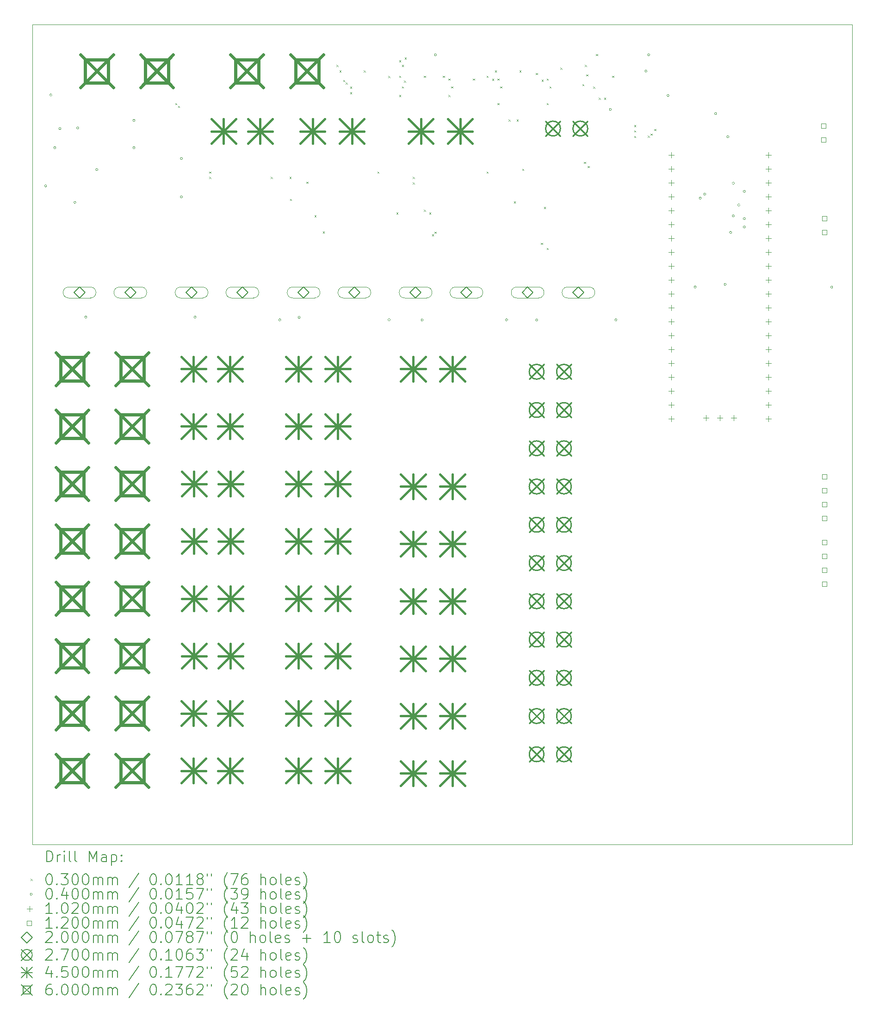
<source format=gbr>
%TF.GenerationSoftware,KiCad,Pcbnew,8.0.5*%
%TF.CreationDate,2025-06-20T11:11:53+02:00*%
%TF.ProjectId,PowerBoard,506f7765-7242-46f6-9172-642e6b696361,rev?*%
%TF.SameCoordinates,Original*%
%TF.FileFunction,Drillmap*%
%TF.FilePolarity,Positive*%
%FSLAX45Y45*%
G04 Gerber Fmt 4.5, Leading zero omitted, Abs format (unit mm)*
G04 Created by KiCad (PCBNEW 8.0.5) date 2025-06-20 11:11:53*
%MOMM*%
%LPD*%
G01*
G04 APERTURE LIST*
%ADD10C,0.100000*%
%ADD11C,0.200000*%
%ADD12C,0.102000*%
%ADD13C,0.120000*%
%ADD14C,0.270000*%
%ADD15C,0.450000*%
%ADD16C,0.600000*%
G04 APERTURE END LIST*
D10*
X17525000Y-1800000D02*
X2525000Y-1800000D01*
X2525000Y-1800000D02*
X2525000Y-16800000D01*
X17525000Y-16800000D02*
X17525000Y-1800000D01*
X2525000Y-16800000D02*
X17525000Y-16800000D01*
D11*
D10*
X5135000Y-3235000D02*
X5165000Y-3265000D01*
X5165000Y-3235000D02*
X5135000Y-3265000D01*
X5185000Y-3285000D02*
X5215000Y-3315000D01*
X5215000Y-3285000D02*
X5185000Y-3315000D01*
X5756200Y-4485000D02*
X5786200Y-4515000D01*
X5786200Y-4485000D02*
X5756200Y-4515000D01*
X5756200Y-4585000D02*
X5786200Y-4615000D01*
X5786200Y-4585000D02*
X5756200Y-4615000D01*
X6885000Y-4585000D02*
X6915000Y-4615000D01*
X6915000Y-4585000D02*
X6885000Y-4615000D01*
X7228856Y-4585000D02*
X7258856Y-4615000D01*
X7258856Y-4585000D02*
X7228856Y-4615000D01*
X7235000Y-4985000D02*
X7265000Y-5015000D01*
X7265000Y-4985000D02*
X7235000Y-5015000D01*
X7535000Y-4673400D02*
X7565000Y-4703400D01*
X7565000Y-4673400D02*
X7535000Y-4703400D01*
X7685000Y-5285000D02*
X7715000Y-5315000D01*
X7715000Y-5285000D02*
X7685000Y-5315000D01*
X7835000Y-5585000D02*
X7865000Y-5615000D01*
X7865000Y-5585000D02*
X7835000Y-5615000D01*
X8085000Y-2535000D02*
X8115000Y-2565000D01*
X8115000Y-2535000D02*
X8085000Y-2565000D01*
X8141569Y-2635000D02*
X8171569Y-2665000D01*
X8171569Y-2635000D02*
X8141569Y-2665000D01*
X8210000Y-2810000D02*
X8240000Y-2840000D01*
X8240000Y-2810000D02*
X8210000Y-2840000D01*
X8255962Y-2855962D02*
X8285962Y-2885962D01*
X8285962Y-2855962D02*
X8255962Y-2885962D01*
X8335000Y-2935000D02*
X8365000Y-2965000D01*
X8365000Y-2935000D02*
X8335000Y-2965000D01*
X8335000Y-3035000D02*
X8365000Y-3065000D01*
X8365000Y-3035000D02*
X8335000Y-3065000D01*
X8585000Y-2635000D02*
X8615000Y-2665000D01*
X8615000Y-2635000D02*
X8585000Y-2665000D01*
X8835000Y-4485000D02*
X8865000Y-4515000D01*
X8865000Y-4485000D02*
X8835000Y-4515000D01*
X9035000Y-2737500D02*
X9065000Y-2767500D01*
X9065000Y-2737500D02*
X9035000Y-2767500D01*
X9185000Y-5235000D02*
X9215000Y-5265000D01*
X9215000Y-5235000D02*
X9185000Y-5265000D01*
X9235000Y-2450000D02*
X9265000Y-2480000D01*
X9265000Y-2450000D02*
X9235000Y-2480000D01*
X9235000Y-2735000D02*
X9265000Y-2765000D01*
X9265000Y-2735000D02*
X9235000Y-2765000D01*
X9235000Y-3085000D02*
X9265000Y-3115000D01*
X9265000Y-3085000D02*
X9235000Y-3115000D01*
X9285000Y-2535000D02*
X9315000Y-2565000D01*
X9315000Y-2535000D02*
X9285000Y-2565000D01*
X9285000Y-2930000D02*
X9315000Y-2960000D01*
X9315000Y-2930000D02*
X9285000Y-2960000D01*
X9325000Y-2825000D02*
X9355000Y-2855000D01*
X9355000Y-2825000D02*
X9325000Y-2855000D01*
X9335000Y-2400000D02*
X9365000Y-2430000D01*
X9365000Y-2400000D02*
X9335000Y-2430000D01*
X9485000Y-4585000D02*
X9515000Y-4615000D01*
X9515000Y-4585000D02*
X9485000Y-4615000D01*
X9485000Y-4685000D02*
X9515000Y-4715000D01*
X9515000Y-4685000D02*
X9485000Y-4715000D01*
X9685000Y-5185000D02*
X9715000Y-5215000D01*
X9715000Y-5185000D02*
X9685000Y-5215000D01*
X9688669Y-2735000D02*
X9718669Y-2765000D01*
X9718669Y-2735000D02*
X9688669Y-2765000D01*
X9785000Y-5235000D02*
X9815000Y-5265000D01*
X9815000Y-5235000D02*
X9785000Y-5265000D01*
X9835000Y-5635000D02*
X9865000Y-5665000D01*
X9865000Y-5635000D02*
X9835000Y-5665000D01*
X9882500Y-5587500D02*
X9912500Y-5617500D01*
X9912500Y-5587500D02*
X9882500Y-5617500D01*
X10035000Y-2735000D02*
X10065000Y-2765000D01*
X10065000Y-2735000D02*
X10035000Y-2765000D01*
X10135000Y-2785000D02*
X10165000Y-2815000D01*
X10165000Y-2785000D02*
X10135000Y-2815000D01*
X10135000Y-3085000D02*
X10165000Y-3115000D01*
X10165000Y-3085000D02*
X10135000Y-3115000D01*
X10185000Y-2930000D02*
X10215000Y-2960000D01*
X10215000Y-2930000D02*
X10185000Y-2960000D01*
X10585000Y-2785000D02*
X10615000Y-2815000D01*
X10615000Y-2785000D02*
X10585000Y-2815000D01*
X10835000Y-2735000D02*
X10865000Y-2765000D01*
X10865000Y-2735000D02*
X10835000Y-2765000D01*
X10835000Y-4485000D02*
X10865000Y-4515000D01*
X10865000Y-4485000D02*
X10835000Y-4515000D01*
X10935000Y-2787500D02*
X10965000Y-2817500D01*
X10965000Y-2787500D02*
X10935000Y-2817500D01*
X10985000Y-2635000D02*
X11015000Y-2665000D01*
X11015000Y-2635000D02*
X10985000Y-2665000D01*
X11032500Y-3232500D02*
X11062500Y-3262500D01*
X11062500Y-3232500D02*
X11032500Y-3262500D01*
X11035000Y-2785000D02*
X11065000Y-2815000D01*
X11065000Y-2785000D02*
X11035000Y-2815000D01*
X11085000Y-2930000D02*
X11115000Y-2960000D01*
X11115000Y-2930000D02*
X11085000Y-2960000D01*
X11235000Y-3535000D02*
X11265000Y-3565000D01*
X11265000Y-3535000D02*
X11235000Y-3565000D01*
X11335000Y-5035000D02*
X11365000Y-5065000D01*
X11365000Y-5035000D02*
X11335000Y-5065000D01*
X11385000Y-3535000D02*
X11415000Y-3565000D01*
X11415000Y-3535000D02*
X11385000Y-3565000D01*
X11435000Y-2635000D02*
X11465000Y-2665000D01*
X11465000Y-2635000D02*
X11435000Y-2665000D01*
X11485000Y-4435000D02*
X11515000Y-4465000D01*
X11515000Y-4435000D02*
X11485000Y-4465000D01*
X11735000Y-2685000D02*
X11765000Y-2715000D01*
X11765000Y-2685000D02*
X11735000Y-2715000D01*
X11830000Y-5790473D02*
X11860000Y-5820473D01*
X11860000Y-5790473D02*
X11830000Y-5820473D01*
X11842071Y-2806434D02*
X11872071Y-2836434D01*
X11872071Y-2806434D02*
X11842071Y-2836434D01*
X11885000Y-5135000D02*
X11915000Y-5165000D01*
X11915000Y-5135000D02*
X11885000Y-5165000D01*
X11935000Y-2785000D02*
X11965000Y-2815000D01*
X11965000Y-2785000D02*
X11935000Y-2815000D01*
X11935000Y-3235000D02*
X11965000Y-3265000D01*
X11965000Y-3235000D02*
X11935000Y-3265000D01*
X11935000Y-5885000D02*
X11965000Y-5915000D01*
X11965000Y-5885000D02*
X11935000Y-5915000D01*
X11985000Y-2930000D02*
X12015000Y-2960000D01*
X12015000Y-2930000D02*
X11985000Y-2960000D01*
X12185000Y-2585000D02*
X12215000Y-2615000D01*
X12215000Y-2585000D02*
X12185000Y-2615000D01*
X12585000Y-2885000D02*
X12615000Y-2915000D01*
X12615000Y-2885000D02*
X12585000Y-2915000D01*
X12614963Y-4308426D02*
X12644963Y-4338426D01*
X12644963Y-4308426D02*
X12614963Y-4338426D01*
X12635000Y-2535000D02*
X12665000Y-2565000D01*
X12665000Y-2535000D02*
X12635000Y-2565000D01*
X12660000Y-2710000D02*
X12690000Y-2740000D01*
X12690000Y-2710000D02*
X12660000Y-2740000D01*
X12685000Y-4385000D02*
X12715000Y-4415000D01*
X12715000Y-4385000D02*
X12685000Y-4415000D01*
X12785000Y-2935000D02*
X12815000Y-2965000D01*
X12815000Y-2935000D02*
X12785000Y-2965000D01*
X12835000Y-2335000D02*
X12865000Y-2365000D01*
X12865000Y-2335000D02*
X12835000Y-2365000D01*
X12885000Y-3135000D02*
X12915000Y-3165000D01*
X12915000Y-3135000D02*
X12885000Y-3165000D01*
X12985000Y-3135000D02*
X13015000Y-3165000D01*
X13015000Y-3135000D02*
X12985000Y-3165000D01*
X13135000Y-2735000D02*
X13165000Y-2765000D01*
X13165000Y-2735000D02*
X13135000Y-2765000D01*
X13535000Y-3635000D02*
X13565000Y-3665000D01*
X13565000Y-3635000D02*
X13535000Y-3665000D01*
X13535000Y-3735000D02*
X13565000Y-3765000D01*
X13565000Y-3735000D02*
X13535000Y-3765000D01*
X13535000Y-3835000D02*
X13565000Y-3865000D01*
X13565000Y-3835000D02*
X13535000Y-3865000D01*
X13782708Y-3828713D02*
X13812708Y-3858713D01*
X13812708Y-3828713D02*
X13782708Y-3858713D01*
X13835813Y-3791232D02*
X13865813Y-3821232D01*
X13865813Y-3791232D02*
X13835813Y-3821232D01*
X13903763Y-3707659D02*
X13933763Y-3737659D01*
X13933763Y-3707659D02*
X13903763Y-3737659D01*
X2785000Y-4750000D02*
G75*
G02*
X2745000Y-4750000I-20000J0D01*
G01*
X2745000Y-4750000D02*
G75*
G02*
X2785000Y-4750000I20000J0D01*
G01*
X2880000Y-3085000D02*
G75*
G02*
X2840000Y-3085000I-20000J0D01*
G01*
X2840000Y-3085000D02*
G75*
G02*
X2880000Y-3085000I20000J0D01*
G01*
X2952510Y-4050000D02*
G75*
G02*
X2912510Y-4050000I-20000J0D01*
G01*
X2912510Y-4050000D02*
G75*
G02*
X2952510Y-4050000I20000J0D01*
G01*
X3045000Y-3700000D02*
G75*
G02*
X3005000Y-3700000I-20000J0D01*
G01*
X3005000Y-3700000D02*
G75*
G02*
X3045000Y-3700000I20000J0D01*
G01*
X3320000Y-5050000D02*
G75*
G02*
X3280000Y-5050000I-20000J0D01*
G01*
X3280000Y-5050000D02*
G75*
G02*
X3320000Y-5050000I20000J0D01*
G01*
X3370000Y-3690500D02*
G75*
G02*
X3330000Y-3690500I-20000J0D01*
G01*
X3330000Y-3690500D02*
G75*
G02*
X3370000Y-3690500I20000J0D01*
G01*
X3520000Y-7150000D02*
G75*
G02*
X3480000Y-7150000I-20000J0D01*
G01*
X3480000Y-7150000D02*
G75*
G02*
X3520000Y-7150000I20000J0D01*
G01*
X3720000Y-4450000D02*
G75*
G02*
X3680000Y-4450000I-20000J0D01*
G01*
X3680000Y-4450000D02*
G75*
G02*
X3720000Y-4450000I20000J0D01*
G01*
X4400000Y-3550000D02*
G75*
G02*
X4360000Y-3550000I-20000J0D01*
G01*
X4360000Y-3550000D02*
G75*
G02*
X4400000Y-3550000I20000J0D01*
G01*
X4400000Y-4050000D02*
G75*
G02*
X4360000Y-4050000I-20000J0D01*
G01*
X4360000Y-4050000D02*
G75*
G02*
X4400000Y-4050000I20000J0D01*
G01*
X5270000Y-4250000D02*
G75*
G02*
X5230000Y-4250000I-20000J0D01*
G01*
X5230000Y-4250000D02*
G75*
G02*
X5270000Y-4250000I20000J0D01*
G01*
X5270000Y-4950000D02*
G75*
G02*
X5230000Y-4950000I-20000J0D01*
G01*
X5230000Y-4950000D02*
G75*
G02*
X5270000Y-4950000I20000J0D01*
G01*
X5520000Y-7150000D02*
G75*
G02*
X5480000Y-7150000I-20000J0D01*
G01*
X5480000Y-7150000D02*
G75*
G02*
X5520000Y-7150000I20000J0D01*
G01*
X7070000Y-7200000D02*
G75*
G02*
X7030000Y-7200000I-20000J0D01*
G01*
X7030000Y-7200000D02*
G75*
G02*
X7070000Y-7200000I20000J0D01*
G01*
X7423750Y-7153750D02*
G75*
G02*
X7383750Y-7153750I-20000J0D01*
G01*
X7383750Y-7153750D02*
G75*
G02*
X7423750Y-7153750I20000J0D01*
G01*
X9070000Y-7200000D02*
G75*
G02*
X9030000Y-7200000I-20000J0D01*
G01*
X9030000Y-7200000D02*
G75*
G02*
X9070000Y-7200000I20000J0D01*
G01*
X9673750Y-7203750D02*
G75*
G02*
X9633750Y-7203750I-20000J0D01*
G01*
X9633750Y-7203750D02*
G75*
G02*
X9673750Y-7203750I20000J0D01*
G01*
X9920000Y-2350000D02*
G75*
G02*
X9880000Y-2350000I-20000J0D01*
G01*
X9880000Y-2350000D02*
G75*
G02*
X9920000Y-2350000I20000J0D01*
G01*
X11220000Y-7200000D02*
G75*
G02*
X11180000Y-7200000I-20000J0D01*
G01*
X11180000Y-7200000D02*
G75*
G02*
X11220000Y-7200000I20000J0D01*
G01*
X11770000Y-7203750D02*
G75*
G02*
X11730000Y-7203750I-20000J0D01*
G01*
X11730000Y-7203750D02*
G75*
G02*
X11770000Y-7203750I20000J0D01*
G01*
X13120000Y-3350000D02*
G75*
G02*
X13080000Y-3350000I-20000J0D01*
G01*
X13080000Y-3350000D02*
G75*
G02*
X13120000Y-3350000I20000J0D01*
G01*
X13220000Y-7200000D02*
G75*
G02*
X13180000Y-7200000I-20000J0D01*
G01*
X13180000Y-7200000D02*
G75*
G02*
X13220000Y-7200000I20000J0D01*
G01*
X13770000Y-2650000D02*
G75*
G02*
X13730000Y-2650000I-20000J0D01*
G01*
X13730000Y-2650000D02*
G75*
G02*
X13770000Y-2650000I20000J0D01*
G01*
X13820000Y-2350000D02*
G75*
G02*
X13780000Y-2350000I-20000J0D01*
G01*
X13780000Y-2350000D02*
G75*
G02*
X13820000Y-2350000I20000J0D01*
G01*
X14175000Y-3095000D02*
G75*
G02*
X14135000Y-3095000I-20000J0D01*
G01*
X14135000Y-3095000D02*
G75*
G02*
X14175000Y-3095000I20000J0D01*
G01*
X14670000Y-6600000D02*
G75*
G02*
X14630000Y-6600000I-20000J0D01*
G01*
X14630000Y-6600000D02*
G75*
G02*
X14670000Y-6600000I20000J0D01*
G01*
X14763470Y-4972500D02*
G75*
G02*
X14723470Y-4972500I-20000J0D01*
G01*
X14723470Y-4972500D02*
G75*
G02*
X14763470Y-4972500I20000J0D01*
G01*
X14847500Y-4900000D02*
G75*
G02*
X14807500Y-4900000I-20000J0D01*
G01*
X14807500Y-4900000D02*
G75*
G02*
X14847500Y-4900000I20000J0D01*
G01*
X15045000Y-3425000D02*
G75*
G02*
X15005000Y-3425000I-20000J0D01*
G01*
X15005000Y-3425000D02*
G75*
G02*
X15045000Y-3425000I20000J0D01*
G01*
X15220000Y-6550000D02*
G75*
G02*
X15180000Y-6550000I-20000J0D01*
G01*
X15180000Y-6550000D02*
G75*
G02*
X15220000Y-6550000I20000J0D01*
G01*
X15270000Y-3850000D02*
G75*
G02*
X15230000Y-3850000I-20000J0D01*
G01*
X15230000Y-3850000D02*
G75*
G02*
X15270000Y-3850000I20000J0D01*
G01*
X15320000Y-5600000D02*
G75*
G02*
X15280000Y-5600000I-20000J0D01*
G01*
X15280000Y-5600000D02*
G75*
G02*
X15320000Y-5600000I20000J0D01*
G01*
X15370000Y-4700000D02*
G75*
G02*
X15330000Y-4700000I-20000J0D01*
G01*
X15330000Y-4700000D02*
G75*
G02*
X15370000Y-4700000I20000J0D01*
G01*
X15370000Y-5300000D02*
G75*
G02*
X15330000Y-5300000I-20000J0D01*
G01*
X15330000Y-5300000D02*
G75*
G02*
X15370000Y-5300000I20000J0D01*
G01*
X15470000Y-5100000D02*
G75*
G02*
X15430000Y-5100000I-20000J0D01*
G01*
X15430000Y-5100000D02*
G75*
G02*
X15470000Y-5100000I20000J0D01*
G01*
X15570000Y-4850000D02*
G75*
G02*
X15530000Y-4850000I-20000J0D01*
G01*
X15530000Y-4850000D02*
G75*
G02*
X15570000Y-4850000I20000J0D01*
G01*
X15570000Y-5350000D02*
G75*
G02*
X15530000Y-5350000I-20000J0D01*
G01*
X15530000Y-5350000D02*
G75*
G02*
X15570000Y-5350000I20000J0D01*
G01*
X15570000Y-5500000D02*
G75*
G02*
X15530000Y-5500000I-20000J0D01*
G01*
X15530000Y-5500000D02*
G75*
G02*
X15570000Y-5500000I20000J0D01*
G01*
X17170000Y-6600000D02*
G75*
G02*
X17130000Y-6600000I-20000J0D01*
G01*
X17130000Y-6600000D02*
G75*
G02*
X17170000Y-6600000I20000J0D01*
G01*
D12*
X14211000Y-4136000D02*
X14211000Y-4238000D01*
X14160000Y-4187000D02*
X14262000Y-4187000D01*
X14211000Y-4390000D02*
X14211000Y-4492000D01*
X14160000Y-4441000D02*
X14262000Y-4441000D01*
X14211000Y-4644000D02*
X14211000Y-4746000D01*
X14160000Y-4695000D02*
X14262000Y-4695000D01*
X14211000Y-4898000D02*
X14211000Y-5000000D01*
X14160000Y-4949000D02*
X14262000Y-4949000D01*
X14211000Y-5152000D02*
X14211000Y-5254000D01*
X14160000Y-5203000D02*
X14262000Y-5203000D01*
X14211000Y-5406000D02*
X14211000Y-5508000D01*
X14160000Y-5457000D02*
X14262000Y-5457000D01*
X14211000Y-5660000D02*
X14211000Y-5762000D01*
X14160000Y-5711000D02*
X14262000Y-5711000D01*
X14211000Y-5914000D02*
X14211000Y-6016000D01*
X14160000Y-5965000D02*
X14262000Y-5965000D01*
X14211000Y-6168000D02*
X14211000Y-6270000D01*
X14160000Y-6219000D02*
X14262000Y-6219000D01*
X14211000Y-6422000D02*
X14211000Y-6524000D01*
X14160000Y-6473000D02*
X14262000Y-6473000D01*
X14211000Y-6676000D02*
X14211000Y-6778000D01*
X14160000Y-6727000D02*
X14262000Y-6727000D01*
X14211000Y-6930000D02*
X14211000Y-7032000D01*
X14160000Y-6981000D02*
X14262000Y-6981000D01*
X14211000Y-7184000D02*
X14211000Y-7286000D01*
X14160000Y-7235000D02*
X14262000Y-7235000D01*
X14211000Y-7438000D02*
X14211000Y-7540000D01*
X14160000Y-7489000D02*
X14262000Y-7489000D01*
X14211000Y-7692000D02*
X14211000Y-7794000D01*
X14160000Y-7743000D02*
X14262000Y-7743000D01*
X14211000Y-7946000D02*
X14211000Y-8048000D01*
X14160000Y-7997000D02*
X14262000Y-7997000D01*
X14211000Y-8200000D02*
X14211000Y-8302000D01*
X14160000Y-8251000D02*
X14262000Y-8251000D01*
X14211000Y-8454000D02*
X14211000Y-8556000D01*
X14160000Y-8505000D02*
X14262000Y-8505000D01*
X14211000Y-8708000D02*
X14211000Y-8810000D01*
X14160000Y-8759000D02*
X14262000Y-8759000D01*
X14211000Y-8962000D02*
X14211000Y-9064000D01*
X14160000Y-9013000D02*
X14262000Y-9013000D01*
X14846000Y-8939000D02*
X14846000Y-9041000D01*
X14795000Y-8990000D02*
X14897000Y-8990000D01*
X15100000Y-8939000D02*
X15100000Y-9041000D01*
X15049000Y-8990000D02*
X15151000Y-8990000D01*
X15354000Y-8939000D02*
X15354000Y-9041000D01*
X15303000Y-8990000D02*
X15405000Y-8990000D01*
X15989000Y-4136000D02*
X15989000Y-4238000D01*
X15938000Y-4187000D02*
X16040000Y-4187000D01*
X15989000Y-4390000D02*
X15989000Y-4492000D01*
X15938000Y-4441000D02*
X16040000Y-4441000D01*
X15989000Y-4644000D02*
X15989000Y-4746000D01*
X15938000Y-4695000D02*
X16040000Y-4695000D01*
X15989000Y-4898000D02*
X15989000Y-5000000D01*
X15938000Y-4949000D02*
X16040000Y-4949000D01*
X15989000Y-5152000D02*
X15989000Y-5254000D01*
X15938000Y-5203000D02*
X16040000Y-5203000D01*
X15989000Y-5406000D02*
X15989000Y-5508000D01*
X15938000Y-5457000D02*
X16040000Y-5457000D01*
X15989000Y-5660000D02*
X15989000Y-5762000D01*
X15938000Y-5711000D02*
X16040000Y-5711000D01*
X15989000Y-5914000D02*
X15989000Y-6016000D01*
X15938000Y-5965000D02*
X16040000Y-5965000D01*
X15989000Y-6168000D02*
X15989000Y-6270000D01*
X15938000Y-6219000D02*
X16040000Y-6219000D01*
X15989000Y-6422000D02*
X15989000Y-6524000D01*
X15938000Y-6473000D02*
X16040000Y-6473000D01*
X15989000Y-6676000D02*
X15989000Y-6778000D01*
X15938000Y-6727000D02*
X16040000Y-6727000D01*
X15989000Y-6930000D02*
X15989000Y-7032000D01*
X15938000Y-6981000D02*
X16040000Y-6981000D01*
X15989000Y-7184000D02*
X15989000Y-7286000D01*
X15938000Y-7235000D02*
X16040000Y-7235000D01*
X15989000Y-7438000D02*
X15989000Y-7540000D01*
X15938000Y-7489000D02*
X16040000Y-7489000D01*
X15989000Y-7692000D02*
X15989000Y-7794000D01*
X15938000Y-7743000D02*
X16040000Y-7743000D01*
X15989000Y-7946000D02*
X15989000Y-8048000D01*
X15938000Y-7997000D02*
X16040000Y-7997000D01*
X15989000Y-8200000D02*
X15989000Y-8302000D01*
X15938000Y-8251000D02*
X16040000Y-8251000D01*
X15989000Y-8454000D02*
X15989000Y-8556000D01*
X15938000Y-8505000D02*
X16040000Y-8505000D01*
X15989000Y-8708000D02*
X15989000Y-8810000D01*
X15938000Y-8759000D02*
X16040000Y-8759000D01*
X15989000Y-8962000D02*
X15989000Y-9064000D01*
X15938000Y-9013000D02*
X16040000Y-9013000D01*
D13*
X17042427Y-3692427D02*
X17042427Y-3607573D01*
X16957573Y-3607573D01*
X16957573Y-3692427D01*
X17042427Y-3692427D01*
X17042427Y-3946427D02*
X17042427Y-3861573D01*
X16957573Y-3861573D01*
X16957573Y-3946427D01*
X17042427Y-3946427D01*
X17057427Y-5388427D02*
X17057427Y-5303573D01*
X16972573Y-5303573D01*
X16972573Y-5388427D01*
X17057427Y-5388427D01*
X17057427Y-5642427D02*
X17057427Y-5557573D01*
X16972573Y-5557573D01*
X16972573Y-5642427D01*
X17057427Y-5642427D01*
X17057427Y-10111427D02*
X17057427Y-10026573D01*
X16972573Y-10026573D01*
X16972573Y-10111427D01*
X17057427Y-10111427D01*
X17057427Y-10365427D02*
X17057427Y-10280573D01*
X16972573Y-10280573D01*
X16972573Y-10365427D01*
X17057427Y-10365427D01*
X17057427Y-10619427D02*
X17057427Y-10534573D01*
X16972573Y-10534573D01*
X16972573Y-10619427D01*
X17057427Y-10619427D01*
X17057427Y-10873427D02*
X17057427Y-10788573D01*
X16972573Y-10788573D01*
X16972573Y-10873427D01*
X17057427Y-10873427D01*
X17057427Y-11311427D02*
X17057427Y-11226573D01*
X16972573Y-11226573D01*
X16972573Y-11311427D01*
X17057427Y-11311427D01*
X17057427Y-11565427D02*
X17057427Y-11480573D01*
X16972573Y-11480573D01*
X16972573Y-11565427D01*
X17057427Y-11565427D01*
X17057427Y-11819427D02*
X17057427Y-11734573D01*
X16972573Y-11734573D01*
X16972573Y-11819427D01*
X17057427Y-11819427D01*
X17057427Y-12073427D02*
X17057427Y-11988573D01*
X16972573Y-11988573D01*
X16972573Y-12073427D01*
X17057427Y-12073427D01*
D11*
X3385000Y-6800000D02*
X3485000Y-6700000D01*
X3385000Y-6600000D01*
X3285000Y-6700000D01*
X3385000Y-6800000D01*
D10*
X3185000Y-6800000D02*
X3585000Y-6800000D01*
X3585000Y-6600000D02*
G75*
G02*
X3585000Y-6800000I0J-100000D01*
G01*
X3585000Y-6600000D02*
X3185000Y-6600000D01*
X3185000Y-6600000D02*
G75*
G03*
X3185000Y-6800000I0J-100000D01*
G01*
D11*
X4315000Y-6800000D02*
X4415000Y-6700000D01*
X4315000Y-6600000D01*
X4215000Y-6700000D01*
X4315000Y-6800000D01*
D10*
X4115000Y-6800000D02*
X4515000Y-6800000D01*
X4515000Y-6600000D02*
G75*
G02*
X4515000Y-6800000I0J-100000D01*
G01*
X4515000Y-6600000D02*
X4115000Y-6600000D01*
X4115000Y-6600000D02*
G75*
G03*
X4115000Y-6800000I0J-100000D01*
G01*
D11*
X5435000Y-6800000D02*
X5535000Y-6700000D01*
X5435000Y-6600000D01*
X5335000Y-6700000D01*
X5435000Y-6800000D01*
D10*
X5235000Y-6800000D02*
X5635000Y-6800000D01*
X5635000Y-6600000D02*
G75*
G02*
X5635000Y-6800000I0J-100000D01*
G01*
X5635000Y-6600000D02*
X5235000Y-6600000D01*
X5235000Y-6600000D02*
G75*
G03*
X5235000Y-6800000I0J-100000D01*
G01*
D11*
X6365000Y-6800000D02*
X6465000Y-6700000D01*
X6365000Y-6600000D01*
X6265000Y-6700000D01*
X6365000Y-6800000D01*
D10*
X6165000Y-6800000D02*
X6565000Y-6800000D01*
X6565000Y-6600000D02*
G75*
G02*
X6565000Y-6800000I0J-100000D01*
G01*
X6565000Y-6600000D02*
X6165000Y-6600000D01*
X6165000Y-6600000D02*
G75*
G03*
X6165000Y-6800000I0J-100000D01*
G01*
D11*
X7485000Y-6800000D02*
X7585000Y-6700000D01*
X7485000Y-6600000D01*
X7385000Y-6700000D01*
X7485000Y-6800000D01*
D10*
X7285000Y-6800000D02*
X7685000Y-6800000D01*
X7685000Y-6600000D02*
G75*
G02*
X7685000Y-6800000I0J-100000D01*
G01*
X7685000Y-6600000D02*
X7285000Y-6600000D01*
X7285000Y-6600000D02*
G75*
G03*
X7285000Y-6800000I0J-100000D01*
G01*
D11*
X8415000Y-6800000D02*
X8515000Y-6700000D01*
X8415000Y-6600000D01*
X8315000Y-6700000D01*
X8415000Y-6800000D01*
D10*
X8215000Y-6800000D02*
X8615000Y-6800000D01*
X8615000Y-6600000D02*
G75*
G02*
X8615000Y-6800000I0J-100000D01*
G01*
X8615000Y-6600000D02*
X8215000Y-6600000D01*
X8215000Y-6600000D02*
G75*
G03*
X8215000Y-6800000I0J-100000D01*
G01*
D11*
X9535000Y-6800000D02*
X9635000Y-6700000D01*
X9535000Y-6600000D01*
X9435000Y-6700000D01*
X9535000Y-6800000D01*
D10*
X9335000Y-6800000D02*
X9735000Y-6800000D01*
X9735000Y-6600000D02*
G75*
G02*
X9735000Y-6800000I0J-100000D01*
G01*
X9735000Y-6600000D02*
X9335000Y-6600000D01*
X9335000Y-6600000D02*
G75*
G03*
X9335000Y-6800000I0J-100000D01*
G01*
D11*
X10465000Y-6800000D02*
X10565000Y-6700000D01*
X10465000Y-6600000D01*
X10365000Y-6700000D01*
X10465000Y-6800000D01*
D10*
X10265000Y-6800000D02*
X10665000Y-6800000D01*
X10665000Y-6600000D02*
G75*
G02*
X10665000Y-6800000I0J-100000D01*
G01*
X10665000Y-6600000D02*
X10265000Y-6600000D01*
X10265000Y-6600000D02*
G75*
G03*
X10265000Y-6800000I0J-100000D01*
G01*
D11*
X11585000Y-6800000D02*
X11685000Y-6700000D01*
X11585000Y-6600000D01*
X11485000Y-6700000D01*
X11585000Y-6800000D01*
D10*
X11385000Y-6800000D02*
X11785000Y-6800000D01*
X11785000Y-6600000D02*
G75*
G02*
X11785000Y-6800000I0J-100000D01*
G01*
X11785000Y-6600000D02*
X11385000Y-6600000D01*
X11385000Y-6600000D02*
G75*
G03*
X11385000Y-6800000I0J-100000D01*
G01*
D11*
X12515000Y-6800000D02*
X12615000Y-6700000D01*
X12515000Y-6600000D01*
X12415000Y-6700000D01*
X12515000Y-6800000D01*
D10*
X12315000Y-6800000D02*
X12715000Y-6800000D01*
X12715000Y-6600000D02*
G75*
G02*
X12715000Y-6800000I0J-100000D01*
G01*
X12715000Y-6600000D02*
X12315000Y-6600000D01*
X12315000Y-6600000D02*
G75*
G03*
X12315000Y-6800000I0J-100000D01*
G01*
D14*
X11615000Y-8015000D02*
X11885000Y-8285000D01*
X11885000Y-8015000D02*
X11615000Y-8285000D01*
X11885000Y-8150000D02*
G75*
G02*
X11615000Y-8150000I-135000J0D01*
G01*
X11615000Y-8150000D02*
G75*
G02*
X11885000Y-8150000I135000J0D01*
G01*
X11615000Y-8715000D02*
X11885000Y-8985000D01*
X11885000Y-8715000D02*
X11615000Y-8985000D01*
X11885000Y-8850000D02*
G75*
G02*
X11615000Y-8850000I-135000J0D01*
G01*
X11615000Y-8850000D02*
G75*
G02*
X11885000Y-8850000I135000J0D01*
G01*
X11615000Y-9415000D02*
X11885000Y-9685000D01*
X11885000Y-9415000D02*
X11615000Y-9685000D01*
X11885000Y-9550000D02*
G75*
G02*
X11615000Y-9550000I-135000J0D01*
G01*
X11615000Y-9550000D02*
G75*
G02*
X11885000Y-9550000I135000J0D01*
G01*
X11615000Y-10115000D02*
X11885000Y-10385000D01*
X11885000Y-10115000D02*
X11615000Y-10385000D01*
X11885000Y-10250000D02*
G75*
G02*
X11615000Y-10250000I-135000J0D01*
G01*
X11615000Y-10250000D02*
G75*
G02*
X11885000Y-10250000I135000J0D01*
G01*
X11615000Y-10815000D02*
X11885000Y-11085000D01*
X11885000Y-10815000D02*
X11615000Y-11085000D01*
X11885000Y-10950000D02*
G75*
G02*
X11615000Y-10950000I-135000J0D01*
G01*
X11615000Y-10950000D02*
G75*
G02*
X11885000Y-10950000I135000J0D01*
G01*
X11615000Y-11515000D02*
X11885000Y-11785000D01*
X11885000Y-11515000D02*
X11615000Y-11785000D01*
X11885000Y-11650000D02*
G75*
G02*
X11615000Y-11650000I-135000J0D01*
G01*
X11615000Y-11650000D02*
G75*
G02*
X11885000Y-11650000I135000J0D01*
G01*
X11615000Y-12215000D02*
X11885000Y-12485000D01*
X11885000Y-12215000D02*
X11615000Y-12485000D01*
X11885000Y-12350000D02*
G75*
G02*
X11615000Y-12350000I-135000J0D01*
G01*
X11615000Y-12350000D02*
G75*
G02*
X11885000Y-12350000I135000J0D01*
G01*
X11615000Y-12915000D02*
X11885000Y-13185000D01*
X11885000Y-12915000D02*
X11615000Y-13185000D01*
X11885000Y-13050000D02*
G75*
G02*
X11615000Y-13050000I-135000J0D01*
G01*
X11615000Y-13050000D02*
G75*
G02*
X11885000Y-13050000I135000J0D01*
G01*
X11615000Y-13615000D02*
X11885000Y-13885000D01*
X11885000Y-13615000D02*
X11615000Y-13885000D01*
X11885000Y-13750000D02*
G75*
G02*
X11615000Y-13750000I-135000J0D01*
G01*
X11615000Y-13750000D02*
G75*
G02*
X11885000Y-13750000I135000J0D01*
G01*
X11615000Y-14315000D02*
X11885000Y-14585000D01*
X11885000Y-14315000D02*
X11615000Y-14585000D01*
X11885000Y-14450000D02*
G75*
G02*
X11615000Y-14450000I-135000J0D01*
G01*
X11615000Y-14450000D02*
G75*
G02*
X11885000Y-14450000I135000J0D01*
G01*
X11615000Y-15015000D02*
X11885000Y-15285000D01*
X11885000Y-15015000D02*
X11615000Y-15285000D01*
X11885000Y-15150000D02*
G75*
G02*
X11615000Y-15150000I-135000J0D01*
G01*
X11615000Y-15150000D02*
G75*
G02*
X11885000Y-15150000I135000J0D01*
G01*
X11915000Y-3565000D02*
X12185000Y-3835000D01*
X12185000Y-3565000D02*
X11915000Y-3835000D01*
X12185000Y-3700000D02*
G75*
G02*
X11915000Y-3700000I-135000J0D01*
G01*
X11915000Y-3700000D02*
G75*
G02*
X12185000Y-3700000I135000J0D01*
G01*
X12115000Y-8015000D02*
X12385000Y-8285000D01*
X12385000Y-8015000D02*
X12115000Y-8285000D01*
X12385000Y-8150000D02*
G75*
G02*
X12115000Y-8150000I-135000J0D01*
G01*
X12115000Y-8150000D02*
G75*
G02*
X12385000Y-8150000I135000J0D01*
G01*
X12115000Y-8715000D02*
X12385000Y-8985000D01*
X12385000Y-8715000D02*
X12115000Y-8985000D01*
X12385000Y-8850000D02*
G75*
G02*
X12115000Y-8850000I-135000J0D01*
G01*
X12115000Y-8850000D02*
G75*
G02*
X12385000Y-8850000I135000J0D01*
G01*
X12115000Y-9415000D02*
X12385000Y-9685000D01*
X12385000Y-9415000D02*
X12115000Y-9685000D01*
X12385000Y-9550000D02*
G75*
G02*
X12115000Y-9550000I-135000J0D01*
G01*
X12115000Y-9550000D02*
G75*
G02*
X12385000Y-9550000I135000J0D01*
G01*
X12115000Y-10115000D02*
X12385000Y-10385000D01*
X12385000Y-10115000D02*
X12115000Y-10385000D01*
X12385000Y-10250000D02*
G75*
G02*
X12115000Y-10250000I-135000J0D01*
G01*
X12115000Y-10250000D02*
G75*
G02*
X12385000Y-10250000I135000J0D01*
G01*
X12115000Y-10815000D02*
X12385000Y-11085000D01*
X12385000Y-10815000D02*
X12115000Y-11085000D01*
X12385000Y-10950000D02*
G75*
G02*
X12115000Y-10950000I-135000J0D01*
G01*
X12115000Y-10950000D02*
G75*
G02*
X12385000Y-10950000I135000J0D01*
G01*
X12115000Y-11515000D02*
X12385000Y-11785000D01*
X12385000Y-11515000D02*
X12115000Y-11785000D01*
X12385000Y-11650000D02*
G75*
G02*
X12115000Y-11650000I-135000J0D01*
G01*
X12115000Y-11650000D02*
G75*
G02*
X12385000Y-11650000I135000J0D01*
G01*
X12115000Y-12215000D02*
X12385000Y-12485000D01*
X12385000Y-12215000D02*
X12115000Y-12485000D01*
X12385000Y-12350000D02*
G75*
G02*
X12115000Y-12350000I-135000J0D01*
G01*
X12115000Y-12350000D02*
G75*
G02*
X12385000Y-12350000I135000J0D01*
G01*
X12115000Y-12915000D02*
X12385000Y-13185000D01*
X12385000Y-12915000D02*
X12115000Y-13185000D01*
X12385000Y-13050000D02*
G75*
G02*
X12115000Y-13050000I-135000J0D01*
G01*
X12115000Y-13050000D02*
G75*
G02*
X12385000Y-13050000I135000J0D01*
G01*
X12115000Y-13615000D02*
X12385000Y-13885000D01*
X12385000Y-13615000D02*
X12115000Y-13885000D01*
X12385000Y-13750000D02*
G75*
G02*
X12115000Y-13750000I-135000J0D01*
G01*
X12115000Y-13750000D02*
G75*
G02*
X12385000Y-13750000I135000J0D01*
G01*
X12115000Y-14315000D02*
X12385000Y-14585000D01*
X12385000Y-14315000D02*
X12115000Y-14585000D01*
X12385000Y-14450000D02*
G75*
G02*
X12115000Y-14450000I-135000J0D01*
G01*
X12115000Y-14450000D02*
G75*
G02*
X12385000Y-14450000I135000J0D01*
G01*
X12115000Y-15015000D02*
X12385000Y-15285000D01*
X12385000Y-15015000D02*
X12115000Y-15285000D01*
X12385000Y-15150000D02*
G75*
G02*
X12115000Y-15150000I-135000J0D01*
G01*
X12115000Y-15150000D02*
G75*
G02*
X12385000Y-15150000I135000J0D01*
G01*
X12415000Y-3565000D02*
X12685000Y-3835000D01*
X12685000Y-3565000D02*
X12415000Y-3835000D01*
X12685000Y-3700000D02*
G75*
G02*
X12415000Y-3700000I-135000J0D01*
G01*
X12415000Y-3700000D02*
G75*
G02*
X12685000Y-3700000I135000J0D01*
G01*
D15*
X5245000Y-7875000D02*
X5695000Y-8325000D01*
X5695000Y-7875000D02*
X5245000Y-8325000D01*
X5470000Y-7875000D02*
X5470000Y-8325000D01*
X5245000Y-8100000D02*
X5695000Y-8100000D01*
X5245000Y-8925000D02*
X5695000Y-9375000D01*
X5695000Y-8925000D02*
X5245000Y-9375000D01*
X5470000Y-8925000D02*
X5470000Y-9375000D01*
X5245000Y-9150000D02*
X5695000Y-9150000D01*
X5245000Y-14175000D02*
X5695000Y-14625000D01*
X5695000Y-14175000D02*
X5245000Y-14625000D01*
X5470000Y-14175000D02*
X5470000Y-14625000D01*
X5245000Y-14400000D02*
X5695000Y-14400000D01*
X5245000Y-15225000D02*
X5695000Y-15675000D01*
X5695000Y-15225000D02*
X5245000Y-15675000D01*
X5470000Y-15225000D02*
X5470000Y-15675000D01*
X5245000Y-15450000D02*
X5695000Y-15450000D01*
X5255000Y-9975000D02*
X5705000Y-10425000D01*
X5705000Y-9975000D02*
X5255000Y-10425000D01*
X5480000Y-9975000D02*
X5480000Y-10425000D01*
X5255000Y-10200000D02*
X5705000Y-10200000D01*
X5255000Y-11025000D02*
X5705000Y-11475000D01*
X5705000Y-11025000D02*
X5255000Y-11475000D01*
X5480000Y-11025000D02*
X5480000Y-11475000D01*
X5255000Y-11250000D02*
X5705000Y-11250000D01*
X5255000Y-12075000D02*
X5705000Y-12525000D01*
X5705000Y-12075000D02*
X5255000Y-12525000D01*
X5480000Y-12075000D02*
X5480000Y-12525000D01*
X5255000Y-12300000D02*
X5705000Y-12300000D01*
X5255000Y-13125000D02*
X5705000Y-13575000D01*
X5705000Y-13125000D02*
X5255000Y-13575000D01*
X5480000Y-13125000D02*
X5480000Y-13575000D01*
X5255000Y-13350000D02*
X5705000Y-13350000D01*
X5795000Y-3525000D02*
X6245000Y-3975000D01*
X6245000Y-3525000D02*
X5795000Y-3975000D01*
X6020000Y-3525000D02*
X6020000Y-3975000D01*
X5795000Y-3750000D02*
X6245000Y-3750000D01*
X5915000Y-7875000D02*
X6365000Y-8325000D01*
X6365000Y-7875000D02*
X5915000Y-8325000D01*
X6140000Y-7875000D02*
X6140000Y-8325000D01*
X5915000Y-8100000D02*
X6365000Y-8100000D01*
X5915000Y-8925000D02*
X6365000Y-9375000D01*
X6365000Y-8925000D02*
X5915000Y-9375000D01*
X6140000Y-8925000D02*
X6140000Y-9375000D01*
X5915000Y-9150000D02*
X6365000Y-9150000D01*
X5915000Y-14175000D02*
X6365000Y-14625000D01*
X6365000Y-14175000D02*
X5915000Y-14625000D01*
X6140000Y-14175000D02*
X6140000Y-14625000D01*
X5915000Y-14400000D02*
X6365000Y-14400000D01*
X5915000Y-15225000D02*
X6365000Y-15675000D01*
X6365000Y-15225000D02*
X5915000Y-15675000D01*
X6140000Y-15225000D02*
X6140000Y-15675000D01*
X5915000Y-15450000D02*
X6365000Y-15450000D01*
X5925000Y-9975000D02*
X6375000Y-10425000D01*
X6375000Y-9975000D02*
X5925000Y-10425000D01*
X6150000Y-9975000D02*
X6150000Y-10425000D01*
X5925000Y-10200000D02*
X6375000Y-10200000D01*
X5925000Y-11025000D02*
X6375000Y-11475000D01*
X6375000Y-11025000D02*
X5925000Y-11475000D01*
X6150000Y-11025000D02*
X6150000Y-11475000D01*
X5925000Y-11250000D02*
X6375000Y-11250000D01*
X5925000Y-12075000D02*
X6375000Y-12525000D01*
X6375000Y-12075000D02*
X5925000Y-12525000D01*
X6150000Y-12075000D02*
X6150000Y-12525000D01*
X5925000Y-12300000D02*
X6375000Y-12300000D01*
X5925000Y-13125000D02*
X6375000Y-13575000D01*
X6375000Y-13125000D02*
X5925000Y-13575000D01*
X6150000Y-13125000D02*
X6150000Y-13575000D01*
X5925000Y-13350000D02*
X6375000Y-13350000D01*
X6465000Y-3525000D02*
X6915000Y-3975000D01*
X6915000Y-3525000D02*
X6465000Y-3975000D01*
X6690000Y-3525000D02*
X6690000Y-3975000D01*
X6465000Y-3750000D02*
X6915000Y-3750000D01*
X7165000Y-7875000D02*
X7615000Y-8325000D01*
X7615000Y-7875000D02*
X7165000Y-8325000D01*
X7390000Y-7875000D02*
X7390000Y-8325000D01*
X7165000Y-8100000D02*
X7615000Y-8100000D01*
X7165000Y-8925000D02*
X7615000Y-9375000D01*
X7615000Y-8925000D02*
X7165000Y-9375000D01*
X7390000Y-8925000D02*
X7390000Y-9375000D01*
X7165000Y-9150000D02*
X7615000Y-9150000D01*
X7165000Y-9975000D02*
X7615000Y-10425000D01*
X7615000Y-9975000D02*
X7165000Y-10425000D01*
X7390000Y-9975000D02*
X7390000Y-10425000D01*
X7165000Y-10200000D02*
X7615000Y-10200000D01*
X7165000Y-11025000D02*
X7615000Y-11475000D01*
X7615000Y-11025000D02*
X7165000Y-11475000D01*
X7390000Y-11025000D02*
X7390000Y-11475000D01*
X7165000Y-11250000D02*
X7615000Y-11250000D01*
X7165000Y-12075000D02*
X7615000Y-12525000D01*
X7615000Y-12075000D02*
X7165000Y-12525000D01*
X7390000Y-12075000D02*
X7390000Y-12525000D01*
X7165000Y-12300000D02*
X7615000Y-12300000D01*
X7165000Y-13125000D02*
X7615000Y-13575000D01*
X7615000Y-13125000D02*
X7165000Y-13575000D01*
X7390000Y-13125000D02*
X7390000Y-13575000D01*
X7165000Y-13350000D02*
X7615000Y-13350000D01*
X7165000Y-14175000D02*
X7615000Y-14625000D01*
X7615000Y-14175000D02*
X7165000Y-14625000D01*
X7390000Y-14175000D02*
X7390000Y-14625000D01*
X7165000Y-14400000D02*
X7615000Y-14400000D01*
X7165000Y-15225000D02*
X7615000Y-15675000D01*
X7615000Y-15225000D02*
X7165000Y-15675000D01*
X7390000Y-15225000D02*
X7390000Y-15675000D01*
X7165000Y-15450000D02*
X7615000Y-15450000D01*
X7425000Y-3525000D02*
X7875000Y-3975000D01*
X7875000Y-3525000D02*
X7425000Y-3975000D01*
X7650000Y-3525000D02*
X7650000Y-3975000D01*
X7425000Y-3750000D02*
X7875000Y-3750000D01*
X7885000Y-7875000D02*
X8335000Y-8325000D01*
X8335000Y-7875000D02*
X7885000Y-8325000D01*
X8110000Y-7875000D02*
X8110000Y-8325000D01*
X7885000Y-8100000D02*
X8335000Y-8100000D01*
X7885000Y-8925000D02*
X8335000Y-9375000D01*
X8335000Y-8925000D02*
X7885000Y-9375000D01*
X8110000Y-8925000D02*
X8110000Y-9375000D01*
X7885000Y-9150000D02*
X8335000Y-9150000D01*
X7885000Y-9975000D02*
X8335000Y-10425000D01*
X8335000Y-9975000D02*
X7885000Y-10425000D01*
X8110000Y-9975000D02*
X8110000Y-10425000D01*
X7885000Y-10200000D02*
X8335000Y-10200000D01*
X7885000Y-11025000D02*
X8335000Y-11475000D01*
X8335000Y-11025000D02*
X7885000Y-11475000D01*
X8110000Y-11025000D02*
X8110000Y-11475000D01*
X7885000Y-11250000D02*
X8335000Y-11250000D01*
X7885000Y-12075000D02*
X8335000Y-12525000D01*
X8335000Y-12075000D02*
X7885000Y-12525000D01*
X8110000Y-12075000D02*
X8110000Y-12525000D01*
X7885000Y-12300000D02*
X8335000Y-12300000D01*
X7885000Y-13125000D02*
X8335000Y-13575000D01*
X8335000Y-13125000D02*
X7885000Y-13575000D01*
X8110000Y-13125000D02*
X8110000Y-13575000D01*
X7885000Y-13350000D02*
X8335000Y-13350000D01*
X7885000Y-14175000D02*
X8335000Y-14625000D01*
X8335000Y-14175000D02*
X7885000Y-14625000D01*
X8110000Y-14175000D02*
X8110000Y-14625000D01*
X7885000Y-14400000D02*
X8335000Y-14400000D01*
X7885000Y-15225000D02*
X8335000Y-15675000D01*
X8335000Y-15225000D02*
X7885000Y-15675000D01*
X8110000Y-15225000D02*
X8110000Y-15675000D01*
X7885000Y-15450000D02*
X8335000Y-15450000D01*
X8145000Y-3525000D02*
X8595000Y-3975000D01*
X8595000Y-3525000D02*
X8145000Y-3975000D01*
X8370000Y-3525000D02*
X8370000Y-3975000D01*
X8145000Y-3750000D02*
X8595000Y-3750000D01*
X9265000Y-7875000D02*
X9715000Y-8325000D01*
X9715000Y-7875000D02*
X9265000Y-8325000D01*
X9490000Y-7875000D02*
X9490000Y-8325000D01*
X9265000Y-8100000D02*
X9715000Y-8100000D01*
X9265000Y-10025000D02*
X9715000Y-10475000D01*
X9715000Y-10025000D02*
X9265000Y-10475000D01*
X9490000Y-10025000D02*
X9490000Y-10475000D01*
X9265000Y-10250000D02*
X9715000Y-10250000D01*
X9265000Y-11075000D02*
X9715000Y-11525000D01*
X9715000Y-11075000D02*
X9265000Y-11525000D01*
X9490000Y-11075000D02*
X9490000Y-11525000D01*
X9265000Y-11300000D02*
X9715000Y-11300000D01*
X9265000Y-12125000D02*
X9715000Y-12575000D01*
X9715000Y-12125000D02*
X9265000Y-12575000D01*
X9490000Y-12125000D02*
X9490000Y-12575000D01*
X9265000Y-12350000D02*
X9715000Y-12350000D01*
X9265000Y-13175000D02*
X9715000Y-13625000D01*
X9715000Y-13175000D02*
X9265000Y-13625000D01*
X9490000Y-13175000D02*
X9490000Y-13625000D01*
X9265000Y-13400000D02*
X9715000Y-13400000D01*
X9265000Y-14225000D02*
X9715000Y-14675000D01*
X9715000Y-14225000D02*
X9265000Y-14675000D01*
X9490000Y-14225000D02*
X9490000Y-14675000D01*
X9265000Y-14450000D02*
X9715000Y-14450000D01*
X9265000Y-15275000D02*
X9715000Y-15725000D01*
X9715000Y-15275000D02*
X9265000Y-15725000D01*
X9490000Y-15275000D02*
X9490000Y-15725000D01*
X9265000Y-15500000D02*
X9715000Y-15500000D01*
X9405000Y-3525000D02*
X9855000Y-3975000D01*
X9855000Y-3525000D02*
X9405000Y-3975000D01*
X9630000Y-3525000D02*
X9630000Y-3975000D01*
X9405000Y-3750000D02*
X9855000Y-3750000D01*
X9985000Y-7875000D02*
X10435000Y-8325000D01*
X10435000Y-7875000D02*
X9985000Y-8325000D01*
X10210000Y-7875000D02*
X10210000Y-8325000D01*
X9985000Y-8100000D02*
X10435000Y-8100000D01*
X9985000Y-10025000D02*
X10435000Y-10475000D01*
X10435000Y-10025000D02*
X9985000Y-10475000D01*
X10210000Y-10025000D02*
X10210000Y-10475000D01*
X9985000Y-10250000D02*
X10435000Y-10250000D01*
X9985000Y-11075000D02*
X10435000Y-11525000D01*
X10435000Y-11075000D02*
X9985000Y-11525000D01*
X10210000Y-11075000D02*
X10210000Y-11525000D01*
X9985000Y-11300000D02*
X10435000Y-11300000D01*
X9985000Y-12125000D02*
X10435000Y-12575000D01*
X10435000Y-12125000D02*
X9985000Y-12575000D01*
X10210000Y-12125000D02*
X10210000Y-12575000D01*
X9985000Y-12350000D02*
X10435000Y-12350000D01*
X9985000Y-13175000D02*
X10435000Y-13625000D01*
X10435000Y-13175000D02*
X9985000Y-13625000D01*
X10210000Y-13175000D02*
X10210000Y-13625000D01*
X9985000Y-13400000D02*
X10435000Y-13400000D01*
X9985000Y-14225000D02*
X10435000Y-14675000D01*
X10435000Y-14225000D02*
X9985000Y-14675000D01*
X10210000Y-14225000D02*
X10210000Y-14675000D01*
X9985000Y-14450000D02*
X10435000Y-14450000D01*
X9985000Y-15275000D02*
X10435000Y-15725000D01*
X10435000Y-15275000D02*
X9985000Y-15725000D01*
X10210000Y-15275000D02*
X10210000Y-15725000D01*
X9985000Y-15500000D02*
X10435000Y-15500000D01*
X10125000Y-3525000D02*
X10575000Y-3975000D01*
X10575000Y-3525000D02*
X10125000Y-3975000D01*
X10350000Y-3525000D02*
X10350000Y-3975000D01*
X10125000Y-3750000D02*
X10575000Y-3750000D01*
D16*
X2950000Y-7800000D02*
X3550000Y-8400000D01*
X3550000Y-7800000D02*
X2950000Y-8400000D01*
X3462134Y-8312134D02*
X3462134Y-7887866D01*
X3037866Y-7887866D01*
X3037866Y-8312134D01*
X3462134Y-8312134D01*
X2950000Y-8850000D02*
X3550000Y-9450000D01*
X3550000Y-8850000D02*
X2950000Y-9450000D01*
X3462134Y-9362134D02*
X3462134Y-8937866D01*
X3037866Y-8937866D01*
X3037866Y-9362134D01*
X3462134Y-9362134D01*
X2950000Y-9900000D02*
X3550000Y-10500000D01*
X3550000Y-9900000D02*
X2950000Y-10500000D01*
X3462134Y-10412134D02*
X3462134Y-9987866D01*
X3037866Y-9987866D01*
X3037866Y-10412134D01*
X3462134Y-10412134D01*
X2950000Y-10950000D02*
X3550000Y-11550000D01*
X3550000Y-10950000D02*
X2950000Y-11550000D01*
X3462134Y-11462134D02*
X3462134Y-11037866D01*
X3037866Y-11037866D01*
X3037866Y-11462134D01*
X3462134Y-11462134D01*
X2950000Y-12000000D02*
X3550000Y-12600000D01*
X3550000Y-12000000D02*
X2950000Y-12600000D01*
X3462134Y-12512134D02*
X3462134Y-12087866D01*
X3037866Y-12087866D01*
X3037866Y-12512134D01*
X3462134Y-12512134D01*
X2950000Y-13050000D02*
X3550000Y-13650000D01*
X3550000Y-13050000D02*
X2950000Y-13650000D01*
X3462134Y-13562134D02*
X3462134Y-13137866D01*
X3037866Y-13137866D01*
X3037866Y-13562134D01*
X3462134Y-13562134D01*
X2950000Y-14100000D02*
X3550000Y-14700000D01*
X3550000Y-14100000D02*
X2950000Y-14700000D01*
X3462134Y-14612134D02*
X3462134Y-14187866D01*
X3037866Y-14187866D01*
X3037866Y-14612134D01*
X3462134Y-14612134D01*
X2950000Y-15150000D02*
X3550000Y-15750000D01*
X3550000Y-15150000D02*
X2950000Y-15750000D01*
X3462134Y-15662134D02*
X3462134Y-15237866D01*
X3037866Y-15237866D01*
X3037866Y-15662134D01*
X3462134Y-15662134D01*
X3400000Y-2350000D02*
X4000000Y-2950000D01*
X4000000Y-2350000D02*
X3400000Y-2950000D01*
X3912134Y-2862134D02*
X3912134Y-2437866D01*
X3487866Y-2437866D01*
X3487866Y-2862134D01*
X3912134Y-2862134D01*
X4050000Y-7800000D02*
X4650000Y-8400000D01*
X4650000Y-7800000D02*
X4050000Y-8400000D01*
X4562134Y-8312134D02*
X4562134Y-7887866D01*
X4137866Y-7887866D01*
X4137866Y-8312134D01*
X4562134Y-8312134D01*
X4050000Y-8850000D02*
X4650000Y-9450000D01*
X4650000Y-8850000D02*
X4050000Y-9450000D01*
X4562134Y-9362134D02*
X4562134Y-8937866D01*
X4137866Y-8937866D01*
X4137866Y-9362134D01*
X4562134Y-9362134D01*
X4050000Y-9900000D02*
X4650000Y-10500000D01*
X4650000Y-9900000D02*
X4050000Y-10500000D01*
X4562134Y-10412134D02*
X4562134Y-9987866D01*
X4137866Y-9987866D01*
X4137866Y-10412134D01*
X4562134Y-10412134D01*
X4050000Y-10950000D02*
X4650000Y-11550000D01*
X4650000Y-10950000D02*
X4050000Y-11550000D01*
X4562134Y-11462134D02*
X4562134Y-11037866D01*
X4137866Y-11037866D01*
X4137866Y-11462134D01*
X4562134Y-11462134D01*
X4050000Y-12000000D02*
X4650000Y-12600000D01*
X4650000Y-12000000D02*
X4050000Y-12600000D01*
X4562134Y-12512134D02*
X4562134Y-12087866D01*
X4137866Y-12087866D01*
X4137866Y-12512134D01*
X4562134Y-12512134D01*
X4050000Y-13050000D02*
X4650000Y-13650000D01*
X4650000Y-13050000D02*
X4050000Y-13650000D01*
X4562134Y-13562134D02*
X4562134Y-13137866D01*
X4137866Y-13137866D01*
X4137866Y-13562134D01*
X4562134Y-13562134D01*
X4050000Y-14100000D02*
X4650000Y-14700000D01*
X4650000Y-14100000D02*
X4050000Y-14700000D01*
X4562134Y-14612134D02*
X4562134Y-14187866D01*
X4137866Y-14187866D01*
X4137866Y-14612134D01*
X4562134Y-14612134D01*
X4050000Y-15150000D02*
X4650000Y-15750000D01*
X4650000Y-15150000D02*
X4050000Y-15750000D01*
X4562134Y-15662134D02*
X4562134Y-15237866D01*
X4137866Y-15237866D01*
X4137866Y-15662134D01*
X4562134Y-15662134D01*
X4500000Y-2350000D02*
X5100000Y-2950000D01*
X5100000Y-2350000D02*
X4500000Y-2950000D01*
X5012134Y-2862134D02*
X5012134Y-2437866D01*
X4587866Y-2437866D01*
X4587866Y-2862134D01*
X5012134Y-2862134D01*
X6150000Y-2350000D02*
X6750000Y-2950000D01*
X6750000Y-2350000D02*
X6150000Y-2950000D01*
X6662134Y-2862134D02*
X6662134Y-2437866D01*
X6237866Y-2437866D01*
X6237866Y-2862134D01*
X6662134Y-2862134D01*
X7250000Y-2350000D02*
X7850000Y-2950000D01*
X7850000Y-2350000D02*
X7250000Y-2950000D01*
X7762134Y-2862134D02*
X7762134Y-2437866D01*
X7337866Y-2437866D01*
X7337866Y-2862134D01*
X7762134Y-2862134D01*
D11*
X2780777Y-17116484D02*
X2780777Y-16916484D01*
X2780777Y-16916484D02*
X2828396Y-16916484D01*
X2828396Y-16916484D02*
X2856967Y-16926008D01*
X2856967Y-16926008D02*
X2876015Y-16945055D01*
X2876015Y-16945055D02*
X2885539Y-16964103D01*
X2885539Y-16964103D02*
X2895062Y-17002198D01*
X2895062Y-17002198D02*
X2895062Y-17030770D01*
X2895062Y-17030770D02*
X2885539Y-17068865D01*
X2885539Y-17068865D02*
X2876015Y-17087912D01*
X2876015Y-17087912D02*
X2856967Y-17106960D01*
X2856967Y-17106960D02*
X2828396Y-17116484D01*
X2828396Y-17116484D02*
X2780777Y-17116484D01*
X2980777Y-17116484D02*
X2980777Y-16983150D01*
X2980777Y-17021246D02*
X2990301Y-17002198D01*
X2990301Y-17002198D02*
X2999824Y-16992674D01*
X2999824Y-16992674D02*
X3018872Y-16983150D01*
X3018872Y-16983150D02*
X3037920Y-16983150D01*
X3104586Y-17116484D02*
X3104586Y-16983150D01*
X3104586Y-16916484D02*
X3095062Y-16926008D01*
X3095062Y-16926008D02*
X3104586Y-16935531D01*
X3104586Y-16935531D02*
X3114110Y-16926008D01*
X3114110Y-16926008D02*
X3104586Y-16916484D01*
X3104586Y-16916484D02*
X3104586Y-16935531D01*
X3228396Y-17116484D02*
X3209348Y-17106960D01*
X3209348Y-17106960D02*
X3199824Y-17087912D01*
X3199824Y-17087912D02*
X3199824Y-16916484D01*
X3333158Y-17116484D02*
X3314110Y-17106960D01*
X3314110Y-17106960D02*
X3304586Y-17087912D01*
X3304586Y-17087912D02*
X3304586Y-16916484D01*
X3561729Y-17116484D02*
X3561729Y-16916484D01*
X3561729Y-16916484D02*
X3628396Y-17059341D01*
X3628396Y-17059341D02*
X3695062Y-16916484D01*
X3695062Y-16916484D02*
X3695062Y-17116484D01*
X3876015Y-17116484D02*
X3876015Y-17011722D01*
X3876015Y-17011722D02*
X3866491Y-16992674D01*
X3866491Y-16992674D02*
X3847443Y-16983150D01*
X3847443Y-16983150D02*
X3809348Y-16983150D01*
X3809348Y-16983150D02*
X3790301Y-16992674D01*
X3876015Y-17106960D02*
X3856967Y-17116484D01*
X3856967Y-17116484D02*
X3809348Y-17116484D01*
X3809348Y-17116484D02*
X3790301Y-17106960D01*
X3790301Y-17106960D02*
X3780777Y-17087912D01*
X3780777Y-17087912D02*
X3780777Y-17068865D01*
X3780777Y-17068865D02*
X3790301Y-17049817D01*
X3790301Y-17049817D02*
X3809348Y-17040293D01*
X3809348Y-17040293D02*
X3856967Y-17040293D01*
X3856967Y-17040293D02*
X3876015Y-17030770D01*
X3971253Y-16983150D02*
X3971253Y-17183150D01*
X3971253Y-16992674D02*
X3990301Y-16983150D01*
X3990301Y-16983150D02*
X4028396Y-16983150D01*
X4028396Y-16983150D02*
X4047443Y-16992674D01*
X4047443Y-16992674D02*
X4056967Y-17002198D01*
X4056967Y-17002198D02*
X4066491Y-17021246D01*
X4066491Y-17021246D02*
X4066491Y-17078389D01*
X4066491Y-17078389D02*
X4056967Y-17097436D01*
X4056967Y-17097436D02*
X4047443Y-17106960D01*
X4047443Y-17106960D02*
X4028396Y-17116484D01*
X4028396Y-17116484D02*
X3990301Y-17116484D01*
X3990301Y-17116484D02*
X3971253Y-17106960D01*
X4152205Y-17097436D02*
X4161729Y-17106960D01*
X4161729Y-17106960D02*
X4152205Y-17116484D01*
X4152205Y-17116484D02*
X4142682Y-17106960D01*
X4142682Y-17106960D02*
X4152205Y-17097436D01*
X4152205Y-17097436D02*
X4152205Y-17116484D01*
X4152205Y-16992674D02*
X4161729Y-17002198D01*
X4161729Y-17002198D02*
X4152205Y-17011722D01*
X4152205Y-17011722D02*
X4142682Y-17002198D01*
X4142682Y-17002198D02*
X4152205Y-16992674D01*
X4152205Y-16992674D02*
X4152205Y-17011722D01*
D10*
X2490000Y-17430000D02*
X2520000Y-17460000D01*
X2520000Y-17430000D02*
X2490000Y-17460000D01*
D11*
X2818872Y-17336484D02*
X2837920Y-17336484D01*
X2837920Y-17336484D02*
X2856967Y-17346008D01*
X2856967Y-17346008D02*
X2866491Y-17355531D01*
X2866491Y-17355531D02*
X2876015Y-17374579D01*
X2876015Y-17374579D02*
X2885539Y-17412674D01*
X2885539Y-17412674D02*
X2885539Y-17460293D01*
X2885539Y-17460293D02*
X2876015Y-17498389D01*
X2876015Y-17498389D02*
X2866491Y-17517436D01*
X2866491Y-17517436D02*
X2856967Y-17526960D01*
X2856967Y-17526960D02*
X2837920Y-17536484D01*
X2837920Y-17536484D02*
X2818872Y-17536484D01*
X2818872Y-17536484D02*
X2799824Y-17526960D01*
X2799824Y-17526960D02*
X2790301Y-17517436D01*
X2790301Y-17517436D02*
X2780777Y-17498389D01*
X2780777Y-17498389D02*
X2771253Y-17460293D01*
X2771253Y-17460293D02*
X2771253Y-17412674D01*
X2771253Y-17412674D02*
X2780777Y-17374579D01*
X2780777Y-17374579D02*
X2790301Y-17355531D01*
X2790301Y-17355531D02*
X2799824Y-17346008D01*
X2799824Y-17346008D02*
X2818872Y-17336484D01*
X2971253Y-17517436D02*
X2980777Y-17526960D01*
X2980777Y-17526960D02*
X2971253Y-17536484D01*
X2971253Y-17536484D02*
X2961729Y-17526960D01*
X2961729Y-17526960D02*
X2971253Y-17517436D01*
X2971253Y-17517436D02*
X2971253Y-17536484D01*
X3047443Y-17336484D02*
X3171253Y-17336484D01*
X3171253Y-17336484D02*
X3104586Y-17412674D01*
X3104586Y-17412674D02*
X3133158Y-17412674D01*
X3133158Y-17412674D02*
X3152205Y-17422198D01*
X3152205Y-17422198D02*
X3161729Y-17431722D01*
X3161729Y-17431722D02*
X3171253Y-17450770D01*
X3171253Y-17450770D02*
X3171253Y-17498389D01*
X3171253Y-17498389D02*
X3161729Y-17517436D01*
X3161729Y-17517436D02*
X3152205Y-17526960D01*
X3152205Y-17526960D02*
X3133158Y-17536484D01*
X3133158Y-17536484D02*
X3076015Y-17536484D01*
X3076015Y-17536484D02*
X3056967Y-17526960D01*
X3056967Y-17526960D02*
X3047443Y-17517436D01*
X3295062Y-17336484D02*
X3314110Y-17336484D01*
X3314110Y-17336484D02*
X3333158Y-17346008D01*
X3333158Y-17346008D02*
X3342682Y-17355531D01*
X3342682Y-17355531D02*
X3352205Y-17374579D01*
X3352205Y-17374579D02*
X3361729Y-17412674D01*
X3361729Y-17412674D02*
X3361729Y-17460293D01*
X3361729Y-17460293D02*
X3352205Y-17498389D01*
X3352205Y-17498389D02*
X3342682Y-17517436D01*
X3342682Y-17517436D02*
X3333158Y-17526960D01*
X3333158Y-17526960D02*
X3314110Y-17536484D01*
X3314110Y-17536484D02*
X3295062Y-17536484D01*
X3295062Y-17536484D02*
X3276015Y-17526960D01*
X3276015Y-17526960D02*
X3266491Y-17517436D01*
X3266491Y-17517436D02*
X3256967Y-17498389D01*
X3256967Y-17498389D02*
X3247443Y-17460293D01*
X3247443Y-17460293D02*
X3247443Y-17412674D01*
X3247443Y-17412674D02*
X3256967Y-17374579D01*
X3256967Y-17374579D02*
X3266491Y-17355531D01*
X3266491Y-17355531D02*
X3276015Y-17346008D01*
X3276015Y-17346008D02*
X3295062Y-17336484D01*
X3485539Y-17336484D02*
X3504586Y-17336484D01*
X3504586Y-17336484D02*
X3523634Y-17346008D01*
X3523634Y-17346008D02*
X3533158Y-17355531D01*
X3533158Y-17355531D02*
X3542682Y-17374579D01*
X3542682Y-17374579D02*
X3552205Y-17412674D01*
X3552205Y-17412674D02*
X3552205Y-17460293D01*
X3552205Y-17460293D02*
X3542682Y-17498389D01*
X3542682Y-17498389D02*
X3533158Y-17517436D01*
X3533158Y-17517436D02*
X3523634Y-17526960D01*
X3523634Y-17526960D02*
X3504586Y-17536484D01*
X3504586Y-17536484D02*
X3485539Y-17536484D01*
X3485539Y-17536484D02*
X3466491Y-17526960D01*
X3466491Y-17526960D02*
X3456967Y-17517436D01*
X3456967Y-17517436D02*
X3447443Y-17498389D01*
X3447443Y-17498389D02*
X3437920Y-17460293D01*
X3437920Y-17460293D02*
X3437920Y-17412674D01*
X3437920Y-17412674D02*
X3447443Y-17374579D01*
X3447443Y-17374579D02*
X3456967Y-17355531D01*
X3456967Y-17355531D02*
X3466491Y-17346008D01*
X3466491Y-17346008D02*
X3485539Y-17336484D01*
X3637920Y-17536484D02*
X3637920Y-17403150D01*
X3637920Y-17422198D02*
X3647443Y-17412674D01*
X3647443Y-17412674D02*
X3666491Y-17403150D01*
X3666491Y-17403150D02*
X3695063Y-17403150D01*
X3695063Y-17403150D02*
X3714110Y-17412674D01*
X3714110Y-17412674D02*
X3723634Y-17431722D01*
X3723634Y-17431722D02*
X3723634Y-17536484D01*
X3723634Y-17431722D02*
X3733158Y-17412674D01*
X3733158Y-17412674D02*
X3752205Y-17403150D01*
X3752205Y-17403150D02*
X3780777Y-17403150D01*
X3780777Y-17403150D02*
X3799824Y-17412674D01*
X3799824Y-17412674D02*
X3809348Y-17431722D01*
X3809348Y-17431722D02*
X3809348Y-17536484D01*
X3904586Y-17536484D02*
X3904586Y-17403150D01*
X3904586Y-17422198D02*
X3914110Y-17412674D01*
X3914110Y-17412674D02*
X3933158Y-17403150D01*
X3933158Y-17403150D02*
X3961729Y-17403150D01*
X3961729Y-17403150D02*
X3980777Y-17412674D01*
X3980777Y-17412674D02*
X3990301Y-17431722D01*
X3990301Y-17431722D02*
X3990301Y-17536484D01*
X3990301Y-17431722D02*
X3999824Y-17412674D01*
X3999824Y-17412674D02*
X4018872Y-17403150D01*
X4018872Y-17403150D02*
X4047443Y-17403150D01*
X4047443Y-17403150D02*
X4066491Y-17412674D01*
X4066491Y-17412674D02*
X4076015Y-17431722D01*
X4076015Y-17431722D02*
X4076015Y-17536484D01*
X4466491Y-17326960D02*
X4295063Y-17584103D01*
X4723634Y-17336484D02*
X4742682Y-17336484D01*
X4742682Y-17336484D02*
X4761729Y-17346008D01*
X4761729Y-17346008D02*
X4771253Y-17355531D01*
X4771253Y-17355531D02*
X4780777Y-17374579D01*
X4780777Y-17374579D02*
X4790301Y-17412674D01*
X4790301Y-17412674D02*
X4790301Y-17460293D01*
X4790301Y-17460293D02*
X4780777Y-17498389D01*
X4780777Y-17498389D02*
X4771253Y-17517436D01*
X4771253Y-17517436D02*
X4761729Y-17526960D01*
X4761729Y-17526960D02*
X4742682Y-17536484D01*
X4742682Y-17536484D02*
X4723634Y-17536484D01*
X4723634Y-17536484D02*
X4704587Y-17526960D01*
X4704587Y-17526960D02*
X4695063Y-17517436D01*
X4695063Y-17517436D02*
X4685539Y-17498389D01*
X4685539Y-17498389D02*
X4676015Y-17460293D01*
X4676015Y-17460293D02*
X4676015Y-17412674D01*
X4676015Y-17412674D02*
X4685539Y-17374579D01*
X4685539Y-17374579D02*
X4695063Y-17355531D01*
X4695063Y-17355531D02*
X4704587Y-17346008D01*
X4704587Y-17346008D02*
X4723634Y-17336484D01*
X4876015Y-17517436D02*
X4885539Y-17526960D01*
X4885539Y-17526960D02*
X4876015Y-17536484D01*
X4876015Y-17536484D02*
X4866491Y-17526960D01*
X4866491Y-17526960D02*
X4876015Y-17517436D01*
X4876015Y-17517436D02*
X4876015Y-17536484D01*
X5009348Y-17336484D02*
X5028396Y-17336484D01*
X5028396Y-17336484D02*
X5047444Y-17346008D01*
X5047444Y-17346008D02*
X5056968Y-17355531D01*
X5056968Y-17355531D02*
X5066491Y-17374579D01*
X5066491Y-17374579D02*
X5076015Y-17412674D01*
X5076015Y-17412674D02*
X5076015Y-17460293D01*
X5076015Y-17460293D02*
X5066491Y-17498389D01*
X5066491Y-17498389D02*
X5056968Y-17517436D01*
X5056968Y-17517436D02*
X5047444Y-17526960D01*
X5047444Y-17526960D02*
X5028396Y-17536484D01*
X5028396Y-17536484D02*
X5009348Y-17536484D01*
X5009348Y-17536484D02*
X4990301Y-17526960D01*
X4990301Y-17526960D02*
X4980777Y-17517436D01*
X4980777Y-17517436D02*
X4971253Y-17498389D01*
X4971253Y-17498389D02*
X4961729Y-17460293D01*
X4961729Y-17460293D02*
X4961729Y-17412674D01*
X4961729Y-17412674D02*
X4971253Y-17374579D01*
X4971253Y-17374579D02*
X4980777Y-17355531D01*
X4980777Y-17355531D02*
X4990301Y-17346008D01*
X4990301Y-17346008D02*
X5009348Y-17336484D01*
X5266491Y-17536484D02*
X5152206Y-17536484D01*
X5209348Y-17536484D02*
X5209348Y-17336484D01*
X5209348Y-17336484D02*
X5190301Y-17365055D01*
X5190301Y-17365055D02*
X5171253Y-17384103D01*
X5171253Y-17384103D02*
X5152206Y-17393627D01*
X5456968Y-17536484D02*
X5342682Y-17536484D01*
X5399825Y-17536484D02*
X5399825Y-17336484D01*
X5399825Y-17336484D02*
X5380777Y-17365055D01*
X5380777Y-17365055D02*
X5361729Y-17384103D01*
X5361729Y-17384103D02*
X5342682Y-17393627D01*
X5571253Y-17422198D02*
X5552206Y-17412674D01*
X5552206Y-17412674D02*
X5542682Y-17403150D01*
X5542682Y-17403150D02*
X5533158Y-17384103D01*
X5533158Y-17384103D02*
X5533158Y-17374579D01*
X5533158Y-17374579D02*
X5542682Y-17355531D01*
X5542682Y-17355531D02*
X5552206Y-17346008D01*
X5552206Y-17346008D02*
X5571253Y-17336484D01*
X5571253Y-17336484D02*
X5609348Y-17336484D01*
X5609348Y-17336484D02*
X5628396Y-17346008D01*
X5628396Y-17346008D02*
X5637920Y-17355531D01*
X5637920Y-17355531D02*
X5647444Y-17374579D01*
X5647444Y-17374579D02*
X5647444Y-17384103D01*
X5647444Y-17384103D02*
X5637920Y-17403150D01*
X5637920Y-17403150D02*
X5628396Y-17412674D01*
X5628396Y-17412674D02*
X5609348Y-17422198D01*
X5609348Y-17422198D02*
X5571253Y-17422198D01*
X5571253Y-17422198D02*
X5552206Y-17431722D01*
X5552206Y-17431722D02*
X5542682Y-17441246D01*
X5542682Y-17441246D02*
X5533158Y-17460293D01*
X5533158Y-17460293D02*
X5533158Y-17498389D01*
X5533158Y-17498389D02*
X5542682Y-17517436D01*
X5542682Y-17517436D02*
X5552206Y-17526960D01*
X5552206Y-17526960D02*
X5571253Y-17536484D01*
X5571253Y-17536484D02*
X5609348Y-17536484D01*
X5609348Y-17536484D02*
X5628396Y-17526960D01*
X5628396Y-17526960D02*
X5637920Y-17517436D01*
X5637920Y-17517436D02*
X5647444Y-17498389D01*
X5647444Y-17498389D02*
X5647444Y-17460293D01*
X5647444Y-17460293D02*
X5637920Y-17441246D01*
X5637920Y-17441246D02*
X5628396Y-17431722D01*
X5628396Y-17431722D02*
X5609348Y-17422198D01*
X5723634Y-17336484D02*
X5723634Y-17374579D01*
X5799825Y-17336484D02*
X5799825Y-17374579D01*
X6095063Y-17612674D02*
X6085539Y-17603150D01*
X6085539Y-17603150D02*
X6066491Y-17574579D01*
X6066491Y-17574579D02*
X6056968Y-17555531D01*
X6056968Y-17555531D02*
X6047444Y-17526960D01*
X6047444Y-17526960D02*
X6037920Y-17479341D01*
X6037920Y-17479341D02*
X6037920Y-17441246D01*
X6037920Y-17441246D02*
X6047444Y-17393627D01*
X6047444Y-17393627D02*
X6056968Y-17365055D01*
X6056968Y-17365055D02*
X6066491Y-17346008D01*
X6066491Y-17346008D02*
X6085539Y-17317436D01*
X6085539Y-17317436D02*
X6095063Y-17307912D01*
X6152206Y-17336484D02*
X6285539Y-17336484D01*
X6285539Y-17336484D02*
X6199825Y-17536484D01*
X6447444Y-17336484D02*
X6409348Y-17336484D01*
X6409348Y-17336484D02*
X6390301Y-17346008D01*
X6390301Y-17346008D02*
X6380777Y-17355531D01*
X6380777Y-17355531D02*
X6361729Y-17384103D01*
X6361729Y-17384103D02*
X6352206Y-17422198D01*
X6352206Y-17422198D02*
X6352206Y-17498389D01*
X6352206Y-17498389D02*
X6361729Y-17517436D01*
X6361729Y-17517436D02*
X6371253Y-17526960D01*
X6371253Y-17526960D02*
X6390301Y-17536484D01*
X6390301Y-17536484D02*
X6428396Y-17536484D01*
X6428396Y-17536484D02*
X6447444Y-17526960D01*
X6447444Y-17526960D02*
X6456968Y-17517436D01*
X6456968Y-17517436D02*
X6466491Y-17498389D01*
X6466491Y-17498389D02*
X6466491Y-17450770D01*
X6466491Y-17450770D02*
X6456968Y-17431722D01*
X6456968Y-17431722D02*
X6447444Y-17422198D01*
X6447444Y-17422198D02*
X6428396Y-17412674D01*
X6428396Y-17412674D02*
X6390301Y-17412674D01*
X6390301Y-17412674D02*
X6371253Y-17422198D01*
X6371253Y-17422198D02*
X6361729Y-17431722D01*
X6361729Y-17431722D02*
X6352206Y-17450770D01*
X6704587Y-17536484D02*
X6704587Y-17336484D01*
X6790301Y-17536484D02*
X6790301Y-17431722D01*
X6790301Y-17431722D02*
X6780777Y-17412674D01*
X6780777Y-17412674D02*
X6761730Y-17403150D01*
X6761730Y-17403150D02*
X6733158Y-17403150D01*
X6733158Y-17403150D02*
X6714110Y-17412674D01*
X6714110Y-17412674D02*
X6704587Y-17422198D01*
X6914110Y-17536484D02*
X6895063Y-17526960D01*
X6895063Y-17526960D02*
X6885539Y-17517436D01*
X6885539Y-17517436D02*
X6876015Y-17498389D01*
X6876015Y-17498389D02*
X6876015Y-17441246D01*
X6876015Y-17441246D02*
X6885539Y-17422198D01*
X6885539Y-17422198D02*
X6895063Y-17412674D01*
X6895063Y-17412674D02*
X6914110Y-17403150D01*
X6914110Y-17403150D02*
X6942682Y-17403150D01*
X6942682Y-17403150D02*
X6961730Y-17412674D01*
X6961730Y-17412674D02*
X6971253Y-17422198D01*
X6971253Y-17422198D02*
X6980777Y-17441246D01*
X6980777Y-17441246D02*
X6980777Y-17498389D01*
X6980777Y-17498389D02*
X6971253Y-17517436D01*
X6971253Y-17517436D02*
X6961730Y-17526960D01*
X6961730Y-17526960D02*
X6942682Y-17536484D01*
X6942682Y-17536484D02*
X6914110Y-17536484D01*
X7095063Y-17536484D02*
X7076015Y-17526960D01*
X7076015Y-17526960D02*
X7066491Y-17507912D01*
X7066491Y-17507912D02*
X7066491Y-17336484D01*
X7247444Y-17526960D02*
X7228396Y-17536484D01*
X7228396Y-17536484D02*
X7190301Y-17536484D01*
X7190301Y-17536484D02*
X7171253Y-17526960D01*
X7171253Y-17526960D02*
X7161730Y-17507912D01*
X7161730Y-17507912D02*
X7161730Y-17431722D01*
X7161730Y-17431722D02*
X7171253Y-17412674D01*
X7171253Y-17412674D02*
X7190301Y-17403150D01*
X7190301Y-17403150D02*
X7228396Y-17403150D01*
X7228396Y-17403150D02*
X7247444Y-17412674D01*
X7247444Y-17412674D02*
X7256968Y-17431722D01*
X7256968Y-17431722D02*
X7256968Y-17450770D01*
X7256968Y-17450770D02*
X7161730Y-17469817D01*
X7333158Y-17526960D02*
X7352206Y-17536484D01*
X7352206Y-17536484D02*
X7390301Y-17536484D01*
X7390301Y-17536484D02*
X7409349Y-17526960D01*
X7409349Y-17526960D02*
X7418872Y-17507912D01*
X7418872Y-17507912D02*
X7418872Y-17498389D01*
X7418872Y-17498389D02*
X7409349Y-17479341D01*
X7409349Y-17479341D02*
X7390301Y-17469817D01*
X7390301Y-17469817D02*
X7361730Y-17469817D01*
X7361730Y-17469817D02*
X7342682Y-17460293D01*
X7342682Y-17460293D02*
X7333158Y-17441246D01*
X7333158Y-17441246D02*
X7333158Y-17431722D01*
X7333158Y-17431722D02*
X7342682Y-17412674D01*
X7342682Y-17412674D02*
X7361730Y-17403150D01*
X7361730Y-17403150D02*
X7390301Y-17403150D01*
X7390301Y-17403150D02*
X7409349Y-17412674D01*
X7485539Y-17612674D02*
X7495063Y-17603150D01*
X7495063Y-17603150D02*
X7514111Y-17574579D01*
X7514111Y-17574579D02*
X7523634Y-17555531D01*
X7523634Y-17555531D02*
X7533158Y-17526960D01*
X7533158Y-17526960D02*
X7542682Y-17479341D01*
X7542682Y-17479341D02*
X7542682Y-17441246D01*
X7542682Y-17441246D02*
X7533158Y-17393627D01*
X7533158Y-17393627D02*
X7523634Y-17365055D01*
X7523634Y-17365055D02*
X7514111Y-17346008D01*
X7514111Y-17346008D02*
X7495063Y-17317436D01*
X7495063Y-17317436D02*
X7485539Y-17307912D01*
D10*
X2520000Y-17709000D02*
G75*
G02*
X2480000Y-17709000I-20000J0D01*
G01*
X2480000Y-17709000D02*
G75*
G02*
X2520000Y-17709000I20000J0D01*
G01*
D11*
X2818872Y-17600484D02*
X2837920Y-17600484D01*
X2837920Y-17600484D02*
X2856967Y-17610008D01*
X2856967Y-17610008D02*
X2866491Y-17619531D01*
X2866491Y-17619531D02*
X2876015Y-17638579D01*
X2876015Y-17638579D02*
X2885539Y-17676674D01*
X2885539Y-17676674D02*
X2885539Y-17724293D01*
X2885539Y-17724293D02*
X2876015Y-17762389D01*
X2876015Y-17762389D02*
X2866491Y-17781436D01*
X2866491Y-17781436D02*
X2856967Y-17790960D01*
X2856967Y-17790960D02*
X2837920Y-17800484D01*
X2837920Y-17800484D02*
X2818872Y-17800484D01*
X2818872Y-17800484D02*
X2799824Y-17790960D01*
X2799824Y-17790960D02*
X2790301Y-17781436D01*
X2790301Y-17781436D02*
X2780777Y-17762389D01*
X2780777Y-17762389D02*
X2771253Y-17724293D01*
X2771253Y-17724293D02*
X2771253Y-17676674D01*
X2771253Y-17676674D02*
X2780777Y-17638579D01*
X2780777Y-17638579D02*
X2790301Y-17619531D01*
X2790301Y-17619531D02*
X2799824Y-17610008D01*
X2799824Y-17610008D02*
X2818872Y-17600484D01*
X2971253Y-17781436D02*
X2980777Y-17790960D01*
X2980777Y-17790960D02*
X2971253Y-17800484D01*
X2971253Y-17800484D02*
X2961729Y-17790960D01*
X2961729Y-17790960D02*
X2971253Y-17781436D01*
X2971253Y-17781436D02*
X2971253Y-17800484D01*
X3152205Y-17667150D02*
X3152205Y-17800484D01*
X3104586Y-17590960D02*
X3056967Y-17733817D01*
X3056967Y-17733817D02*
X3180777Y-17733817D01*
X3295062Y-17600484D02*
X3314110Y-17600484D01*
X3314110Y-17600484D02*
X3333158Y-17610008D01*
X3333158Y-17610008D02*
X3342682Y-17619531D01*
X3342682Y-17619531D02*
X3352205Y-17638579D01*
X3352205Y-17638579D02*
X3361729Y-17676674D01*
X3361729Y-17676674D02*
X3361729Y-17724293D01*
X3361729Y-17724293D02*
X3352205Y-17762389D01*
X3352205Y-17762389D02*
X3342682Y-17781436D01*
X3342682Y-17781436D02*
X3333158Y-17790960D01*
X3333158Y-17790960D02*
X3314110Y-17800484D01*
X3314110Y-17800484D02*
X3295062Y-17800484D01*
X3295062Y-17800484D02*
X3276015Y-17790960D01*
X3276015Y-17790960D02*
X3266491Y-17781436D01*
X3266491Y-17781436D02*
X3256967Y-17762389D01*
X3256967Y-17762389D02*
X3247443Y-17724293D01*
X3247443Y-17724293D02*
X3247443Y-17676674D01*
X3247443Y-17676674D02*
X3256967Y-17638579D01*
X3256967Y-17638579D02*
X3266491Y-17619531D01*
X3266491Y-17619531D02*
X3276015Y-17610008D01*
X3276015Y-17610008D02*
X3295062Y-17600484D01*
X3485539Y-17600484D02*
X3504586Y-17600484D01*
X3504586Y-17600484D02*
X3523634Y-17610008D01*
X3523634Y-17610008D02*
X3533158Y-17619531D01*
X3533158Y-17619531D02*
X3542682Y-17638579D01*
X3542682Y-17638579D02*
X3552205Y-17676674D01*
X3552205Y-17676674D02*
X3552205Y-17724293D01*
X3552205Y-17724293D02*
X3542682Y-17762389D01*
X3542682Y-17762389D02*
X3533158Y-17781436D01*
X3533158Y-17781436D02*
X3523634Y-17790960D01*
X3523634Y-17790960D02*
X3504586Y-17800484D01*
X3504586Y-17800484D02*
X3485539Y-17800484D01*
X3485539Y-17800484D02*
X3466491Y-17790960D01*
X3466491Y-17790960D02*
X3456967Y-17781436D01*
X3456967Y-17781436D02*
X3447443Y-17762389D01*
X3447443Y-17762389D02*
X3437920Y-17724293D01*
X3437920Y-17724293D02*
X3437920Y-17676674D01*
X3437920Y-17676674D02*
X3447443Y-17638579D01*
X3447443Y-17638579D02*
X3456967Y-17619531D01*
X3456967Y-17619531D02*
X3466491Y-17610008D01*
X3466491Y-17610008D02*
X3485539Y-17600484D01*
X3637920Y-17800484D02*
X3637920Y-17667150D01*
X3637920Y-17686198D02*
X3647443Y-17676674D01*
X3647443Y-17676674D02*
X3666491Y-17667150D01*
X3666491Y-17667150D02*
X3695063Y-17667150D01*
X3695063Y-17667150D02*
X3714110Y-17676674D01*
X3714110Y-17676674D02*
X3723634Y-17695722D01*
X3723634Y-17695722D02*
X3723634Y-17800484D01*
X3723634Y-17695722D02*
X3733158Y-17676674D01*
X3733158Y-17676674D02*
X3752205Y-17667150D01*
X3752205Y-17667150D02*
X3780777Y-17667150D01*
X3780777Y-17667150D02*
X3799824Y-17676674D01*
X3799824Y-17676674D02*
X3809348Y-17695722D01*
X3809348Y-17695722D02*
X3809348Y-17800484D01*
X3904586Y-17800484D02*
X3904586Y-17667150D01*
X3904586Y-17686198D02*
X3914110Y-17676674D01*
X3914110Y-17676674D02*
X3933158Y-17667150D01*
X3933158Y-17667150D02*
X3961729Y-17667150D01*
X3961729Y-17667150D02*
X3980777Y-17676674D01*
X3980777Y-17676674D02*
X3990301Y-17695722D01*
X3990301Y-17695722D02*
X3990301Y-17800484D01*
X3990301Y-17695722D02*
X3999824Y-17676674D01*
X3999824Y-17676674D02*
X4018872Y-17667150D01*
X4018872Y-17667150D02*
X4047443Y-17667150D01*
X4047443Y-17667150D02*
X4066491Y-17676674D01*
X4066491Y-17676674D02*
X4076015Y-17695722D01*
X4076015Y-17695722D02*
X4076015Y-17800484D01*
X4466491Y-17590960D02*
X4295063Y-17848103D01*
X4723634Y-17600484D02*
X4742682Y-17600484D01*
X4742682Y-17600484D02*
X4761729Y-17610008D01*
X4761729Y-17610008D02*
X4771253Y-17619531D01*
X4771253Y-17619531D02*
X4780777Y-17638579D01*
X4780777Y-17638579D02*
X4790301Y-17676674D01*
X4790301Y-17676674D02*
X4790301Y-17724293D01*
X4790301Y-17724293D02*
X4780777Y-17762389D01*
X4780777Y-17762389D02*
X4771253Y-17781436D01*
X4771253Y-17781436D02*
X4761729Y-17790960D01*
X4761729Y-17790960D02*
X4742682Y-17800484D01*
X4742682Y-17800484D02*
X4723634Y-17800484D01*
X4723634Y-17800484D02*
X4704587Y-17790960D01*
X4704587Y-17790960D02*
X4695063Y-17781436D01*
X4695063Y-17781436D02*
X4685539Y-17762389D01*
X4685539Y-17762389D02*
X4676015Y-17724293D01*
X4676015Y-17724293D02*
X4676015Y-17676674D01*
X4676015Y-17676674D02*
X4685539Y-17638579D01*
X4685539Y-17638579D02*
X4695063Y-17619531D01*
X4695063Y-17619531D02*
X4704587Y-17610008D01*
X4704587Y-17610008D02*
X4723634Y-17600484D01*
X4876015Y-17781436D02*
X4885539Y-17790960D01*
X4885539Y-17790960D02*
X4876015Y-17800484D01*
X4876015Y-17800484D02*
X4866491Y-17790960D01*
X4866491Y-17790960D02*
X4876015Y-17781436D01*
X4876015Y-17781436D02*
X4876015Y-17800484D01*
X5009348Y-17600484D02*
X5028396Y-17600484D01*
X5028396Y-17600484D02*
X5047444Y-17610008D01*
X5047444Y-17610008D02*
X5056968Y-17619531D01*
X5056968Y-17619531D02*
X5066491Y-17638579D01*
X5066491Y-17638579D02*
X5076015Y-17676674D01*
X5076015Y-17676674D02*
X5076015Y-17724293D01*
X5076015Y-17724293D02*
X5066491Y-17762389D01*
X5066491Y-17762389D02*
X5056968Y-17781436D01*
X5056968Y-17781436D02*
X5047444Y-17790960D01*
X5047444Y-17790960D02*
X5028396Y-17800484D01*
X5028396Y-17800484D02*
X5009348Y-17800484D01*
X5009348Y-17800484D02*
X4990301Y-17790960D01*
X4990301Y-17790960D02*
X4980777Y-17781436D01*
X4980777Y-17781436D02*
X4971253Y-17762389D01*
X4971253Y-17762389D02*
X4961729Y-17724293D01*
X4961729Y-17724293D02*
X4961729Y-17676674D01*
X4961729Y-17676674D02*
X4971253Y-17638579D01*
X4971253Y-17638579D02*
X4980777Y-17619531D01*
X4980777Y-17619531D02*
X4990301Y-17610008D01*
X4990301Y-17610008D02*
X5009348Y-17600484D01*
X5266491Y-17800484D02*
X5152206Y-17800484D01*
X5209348Y-17800484D02*
X5209348Y-17600484D01*
X5209348Y-17600484D02*
X5190301Y-17629055D01*
X5190301Y-17629055D02*
X5171253Y-17648103D01*
X5171253Y-17648103D02*
X5152206Y-17657627D01*
X5447444Y-17600484D02*
X5352206Y-17600484D01*
X5352206Y-17600484D02*
X5342682Y-17695722D01*
X5342682Y-17695722D02*
X5352206Y-17686198D01*
X5352206Y-17686198D02*
X5371253Y-17676674D01*
X5371253Y-17676674D02*
X5418872Y-17676674D01*
X5418872Y-17676674D02*
X5437920Y-17686198D01*
X5437920Y-17686198D02*
X5447444Y-17695722D01*
X5447444Y-17695722D02*
X5456968Y-17714770D01*
X5456968Y-17714770D02*
X5456968Y-17762389D01*
X5456968Y-17762389D02*
X5447444Y-17781436D01*
X5447444Y-17781436D02*
X5437920Y-17790960D01*
X5437920Y-17790960D02*
X5418872Y-17800484D01*
X5418872Y-17800484D02*
X5371253Y-17800484D01*
X5371253Y-17800484D02*
X5352206Y-17790960D01*
X5352206Y-17790960D02*
X5342682Y-17781436D01*
X5523634Y-17600484D02*
X5656967Y-17600484D01*
X5656967Y-17600484D02*
X5571253Y-17800484D01*
X5723634Y-17600484D02*
X5723634Y-17638579D01*
X5799825Y-17600484D02*
X5799825Y-17638579D01*
X6095063Y-17876674D02*
X6085539Y-17867150D01*
X6085539Y-17867150D02*
X6066491Y-17838579D01*
X6066491Y-17838579D02*
X6056968Y-17819531D01*
X6056968Y-17819531D02*
X6047444Y-17790960D01*
X6047444Y-17790960D02*
X6037920Y-17743341D01*
X6037920Y-17743341D02*
X6037920Y-17705246D01*
X6037920Y-17705246D02*
X6047444Y-17657627D01*
X6047444Y-17657627D02*
X6056968Y-17629055D01*
X6056968Y-17629055D02*
X6066491Y-17610008D01*
X6066491Y-17610008D02*
X6085539Y-17581436D01*
X6085539Y-17581436D02*
X6095063Y-17571912D01*
X6152206Y-17600484D02*
X6276015Y-17600484D01*
X6276015Y-17600484D02*
X6209348Y-17676674D01*
X6209348Y-17676674D02*
X6237920Y-17676674D01*
X6237920Y-17676674D02*
X6256968Y-17686198D01*
X6256968Y-17686198D02*
X6266491Y-17695722D01*
X6266491Y-17695722D02*
X6276015Y-17714770D01*
X6276015Y-17714770D02*
X6276015Y-17762389D01*
X6276015Y-17762389D02*
X6266491Y-17781436D01*
X6266491Y-17781436D02*
X6256968Y-17790960D01*
X6256968Y-17790960D02*
X6237920Y-17800484D01*
X6237920Y-17800484D02*
X6180777Y-17800484D01*
X6180777Y-17800484D02*
X6161729Y-17790960D01*
X6161729Y-17790960D02*
X6152206Y-17781436D01*
X6371253Y-17800484D02*
X6409348Y-17800484D01*
X6409348Y-17800484D02*
X6428396Y-17790960D01*
X6428396Y-17790960D02*
X6437920Y-17781436D01*
X6437920Y-17781436D02*
X6456968Y-17752865D01*
X6456968Y-17752865D02*
X6466491Y-17714770D01*
X6466491Y-17714770D02*
X6466491Y-17638579D01*
X6466491Y-17638579D02*
X6456968Y-17619531D01*
X6456968Y-17619531D02*
X6447444Y-17610008D01*
X6447444Y-17610008D02*
X6428396Y-17600484D01*
X6428396Y-17600484D02*
X6390301Y-17600484D01*
X6390301Y-17600484D02*
X6371253Y-17610008D01*
X6371253Y-17610008D02*
X6361729Y-17619531D01*
X6361729Y-17619531D02*
X6352206Y-17638579D01*
X6352206Y-17638579D02*
X6352206Y-17686198D01*
X6352206Y-17686198D02*
X6361729Y-17705246D01*
X6361729Y-17705246D02*
X6371253Y-17714770D01*
X6371253Y-17714770D02*
X6390301Y-17724293D01*
X6390301Y-17724293D02*
X6428396Y-17724293D01*
X6428396Y-17724293D02*
X6447444Y-17714770D01*
X6447444Y-17714770D02*
X6456968Y-17705246D01*
X6456968Y-17705246D02*
X6466491Y-17686198D01*
X6704587Y-17800484D02*
X6704587Y-17600484D01*
X6790301Y-17800484D02*
X6790301Y-17695722D01*
X6790301Y-17695722D02*
X6780777Y-17676674D01*
X6780777Y-17676674D02*
X6761730Y-17667150D01*
X6761730Y-17667150D02*
X6733158Y-17667150D01*
X6733158Y-17667150D02*
X6714110Y-17676674D01*
X6714110Y-17676674D02*
X6704587Y-17686198D01*
X6914110Y-17800484D02*
X6895063Y-17790960D01*
X6895063Y-17790960D02*
X6885539Y-17781436D01*
X6885539Y-17781436D02*
X6876015Y-17762389D01*
X6876015Y-17762389D02*
X6876015Y-17705246D01*
X6876015Y-17705246D02*
X6885539Y-17686198D01*
X6885539Y-17686198D02*
X6895063Y-17676674D01*
X6895063Y-17676674D02*
X6914110Y-17667150D01*
X6914110Y-17667150D02*
X6942682Y-17667150D01*
X6942682Y-17667150D02*
X6961730Y-17676674D01*
X6961730Y-17676674D02*
X6971253Y-17686198D01*
X6971253Y-17686198D02*
X6980777Y-17705246D01*
X6980777Y-17705246D02*
X6980777Y-17762389D01*
X6980777Y-17762389D02*
X6971253Y-17781436D01*
X6971253Y-17781436D02*
X6961730Y-17790960D01*
X6961730Y-17790960D02*
X6942682Y-17800484D01*
X6942682Y-17800484D02*
X6914110Y-17800484D01*
X7095063Y-17800484D02*
X7076015Y-17790960D01*
X7076015Y-17790960D02*
X7066491Y-17771912D01*
X7066491Y-17771912D02*
X7066491Y-17600484D01*
X7247444Y-17790960D02*
X7228396Y-17800484D01*
X7228396Y-17800484D02*
X7190301Y-17800484D01*
X7190301Y-17800484D02*
X7171253Y-17790960D01*
X7171253Y-17790960D02*
X7161730Y-17771912D01*
X7161730Y-17771912D02*
X7161730Y-17695722D01*
X7161730Y-17695722D02*
X7171253Y-17676674D01*
X7171253Y-17676674D02*
X7190301Y-17667150D01*
X7190301Y-17667150D02*
X7228396Y-17667150D01*
X7228396Y-17667150D02*
X7247444Y-17676674D01*
X7247444Y-17676674D02*
X7256968Y-17695722D01*
X7256968Y-17695722D02*
X7256968Y-17714770D01*
X7256968Y-17714770D02*
X7161730Y-17733817D01*
X7333158Y-17790960D02*
X7352206Y-17800484D01*
X7352206Y-17800484D02*
X7390301Y-17800484D01*
X7390301Y-17800484D02*
X7409349Y-17790960D01*
X7409349Y-17790960D02*
X7418872Y-17771912D01*
X7418872Y-17771912D02*
X7418872Y-17762389D01*
X7418872Y-17762389D02*
X7409349Y-17743341D01*
X7409349Y-17743341D02*
X7390301Y-17733817D01*
X7390301Y-17733817D02*
X7361730Y-17733817D01*
X7361730Y-17733817D02*
X7342682Y-17724293D01*
X7342682Y-17724293D02*
X7333158Y-17705246D01*
X7333158Y-17705246D02*
X7333158Y-17695722D01*
X7333158Y-17695722D02*
X7342682Y-17676674D01*
X7342682Y-17676674D02*
X7361730Y-17667150D01*
X7361730Y-17667150D02*
X7390301Y-17667150D01*
X7390301Y-17667150D02*
X7409349Y-17676674D01*
X7485539Y-17876674D02*
X7495063Y-17867150D01*
X7495063Y-17867150D02*
X7514111Y-17838579D01*
X7514111Y-17838579D02*
X7523634Y-17819531D01*
X7523634Y-17819531D02*
X7533158Y-17790960D01*
X7533158Y-17790960D02*
X7542682Y-17743341D01*
X7542682Y-17743341D02*
X7542682Y-17705246D01*
X7542682Y-17705246D02*
X7533158Y-17657627D01*
X7533158Y-17657627D02*
X7523634Y-17629055D01*
X7523634Y-17629055D02*
X7514111Y-17610008D01*
X7514111Y-17610008D02*
X7495063Y-17581436D01*
X7495063Y-17581436D02*
X7485539Y-17571912D01*
D12*
X2469000Y-17922000D02*
X2469000Y-18024000D01*
X2418000Y-17973000D02*
X2520000Y-17973000D01*
D11*
X2885539Y-18064484D02*
X2771253Y-18064484D01*
X2828396Y-18064484D02*
X2828396Y-17864484D01*
X2828396Y-17864484D02*
X2809348Y-17893055D01*
X2809348Y-17893055D02*
X2790301Y-17912103D01*
X2790301Y-17912103D02*
X2771253Y-17921627D01*
X2971253Y-18045436D02*
X2980777Y-18054960D01*
X2980777Y-18054960D02*
X2971253Y-18064484D01*
X2971253Y-18064484D02*
X2961729Y-18054960D01*
X2961729Y-18054960D02*
X2971253Y-18045436D01*
X2971253Y-18045436D02*
X2971253Y-18064484D01*
X3104586Y-17864484D02*
X3123634Y-17864484D01*
X3123634Y-17864484D02*
X3142682Y-17874008D01*
X3142682Y-17874008D02*
X3152205Y-17883531D01*
X3152205Y-17883531D02*
X3161729Y-17902579D01*
X3161729Y-17902579D02*
X3171253Y-17940674D01*
X3171253Y-17940674D02*
X3171253Y-17988293D01*
X3171253Y-17988293D02*
X3161729Y-18026389D01*
X3161729Y-18026389D02*
X3152205Y-18045436D01*
X3152205Y-18045436D02*
X3142682Y-18054960D01*
X3142682Y-18054960D02*
X3123634Y-18064484D01*
X3123634Y-18064484D02*
X3104586Y-18064484D01*
X3104586Y-18064484D02*
X3085539Y-18054960D01*
X3085539Y-18054960D02*
X3076015Y-18045436D01*
X3076015Y-18045436D02*
X3066491Y-18026389D01*
X3066491Y-18026389D02*
X3056967Y-17988293D01*
X3056967Y-17988293D02*
X3056967Y-17940674D01*
X3056967Y-17940674D02*
X3066491Y-17902579D01*
X3066491Y-17902579D02*
X3076015Y-17883531D01*
X3076015Y-17883531D02*
X3085539Y-17874008D01*
X3085539Y-17874008D02*
X3104586Y-17864484D01*
X3247443Y-17883531D02*
X3256967Y-17874008D01*
X3256967Y-17874008D02*
X3276015Y-17864484D01*
X3276015Y-17864484D02*
X3323634Y-17864484D01*
X3323634Y-17864484D02*
X3342682Y-17874008D01*
X3342682Y-17874008D02*
X3352205Y-17883531D01*
X3352205Y-17883531D02*
X3361729Y-17902579D01*
X3361729Y-17902579D02*
X3361729Y-17921627D01*
X3361729Y-17921627D02*
X3352205Y-17950198D01*
X3352205Y-17950198D02*
X3237920Y-18064484D01*
X3237920Y-18064484D02*
X3361729Y-18064484D01*
X3485539Y-17864484D02*
X3504586Y-17864484D01*
X3504586Y-17864484D02*
X3523634Y-17874008D01*
X3523634Y-17874008D02*
X3533158Y-17883531D01*
X3533158Y-17883531D02*
X3542682Y-17902579D01*
X3542682Y-17902579D02*
X3552205Y-17940674D01*
X3552205Y-17940674D02*
X3552205Y-17988293D01*
X3552205Y-17988293D02*
X3542682Y-18026389D01*
X3542682Y-18026389D02*
X3533158Y-18045436D01*
X3533158Y-18045436D02*
X3523634Y-18054960D01*
X3523634Y-18054960D02*
X3504586Y-18064484D01*
X3504586Y-18064484D02*
X3485539Y-18064484D01*
X3485539Y-18064484D02*
X3466491Y-18054960D01*
X3466491Y-18054960D02*
X3456967Y-18045436D01*
X3456967Y-18045436D02*
X3447443Y-18026389D01*
X3447443Y-18026389D02*
X3437920Y-17988293D01*
X3437920Y-17988293D02*
X3437920Y-17940674D01*
X3437920Y-17940674D02*
X3447443Y-17902579D01*
X3447443Y-17902579D02*
X3456967Y-17883531D01*
X3456967Y-17883531D02*
X3466491Y-17874008D01*
X3466491Y-17874008D02*
X3485539Y-17864484D01*
X3637920Y-18064484D02*
X3637920Y-17931150D01*
X3637920Y-17950198D02*
X3647443Y-17940674D01*
X3647443Y-17940674D02*
X3666491Y-17931150D01*
X3666491Y-17931150D02*
X3695063Y-17931150D01*
X3695063Y-17931150D02*
X3714110Y-17940674D01*
X3714110Y-17940674D02*
X3723634Y-17959722D01*
X3723634Y-17959722D02*
X3723634Y-18064484D01*
X3723634Y-17959722D02*
X3733158Y-17940674D01*
X3733158Y-17940674D02*
X3752205Y-17931150D01*
X3752205Y-17931150D02*
X3780777Y-17931150D01*
X3780777Y-17931150D02*
X3799824Y-17940674D01*
X3799824Y-17940674D02*
X3809348Y-17959722D01*
X3809348Y-17959722D02*
X3809348Y-18064484D01*
X3904586Y-18064484D02*
X3904586Y-17931150D01*
X3904586Y-17950198D02*
X3914110Y-17940674D01*
X3914110Y-17940674D02*
X3933158Y-17931150D01*
X3933158Y-17931150D02*
X3961729Y-17931150D01*
X3961729Y-17931150D02*
X3980777Y-17940674D01*
X3980777Y-17940674D02*
X3990301Y-17959722D01*
X3990301Y-17959722D02*
X3990301Y-18064484D01*
X3990301Y-17959722D02*
X3999824Y-17940674D01*
X3999824Y-17940674D02*
X4018872Y-17931150D01*
X4018872Y-17931150D02*
X4047443Y-17931150D01*
X4047443Y-17931150D02*
X4066491Y-17940674D01*
X4066491Y-17940674D02*
X4076015Y-17959722D01*
X4076015Y-17959722D02*
X4076015Y-18064484D01*
X4466491Y-17854960D02*
X4295063Y-18112103D01*
X4723634Y-17864484D02*
X4742682Y-17864484D01*
X4742682Y-17864484D02*
X4761729Y-17874008D01*
X4761729Y-17874008D02*
X4771253Y-17883531D01*
X4771253Y-17883531D02*
X4780777Y-17902579D01*
X4780777Y-17902579D02*
X4790301Y-17940674D01*
X4790301Y-17940674D02*
X4790301Y-17988293D01*
X4790301Y-17988293D02*
X4780777Y-18026389D01*
X4780777Y-18026389D02*
X4771253Y-18045436D01*
X4771253Y-18045436D02*
X4761729Y-18054960D01*
X4761729Y-18054960D02*
X4742682Y-18064484D01*
X4742682Y-18064484D02*
X4723634Y-18064484D01*
X4723634Y-18064484D02*
X4704587Y-18054960D01*
X4704587Y-18054960D02*
X4695063Y-18045436D01*
X4695063Y-18045436D02*
X4685539Y-18026389D01*
X4685539Y-18026389D02*
X4676015Y-17988293D01*
X4676015Y-17988293D02*
X4676015Y-17940674D01*
X4676015Y-17940674D02*
X4685539Y-17902579D01*
X4685539Y-17902579D02*
X4695063Y-17883531D01*
X4695063Y-17883531D02*
X4704587Y-17874008D01*
X4704587Y-17874008D02*
X4723634Y-17864484D01*
X4876015Y-18045436D02*
X4885539Y-18054960D01*
X4885539Y-18054960D02*
X4876015Y-18064484D01*
X4876015Y-18064484D02*
X4866491Y-18054960D01*
X4866491Y-18054960D02*
X4876015Y-18045436D01*
X4876015Y-18045436D02*
X4876015Y-18064484D01*
X5009348Y-17864484D02*
X5028396Y-17864484D01*
X5028396Y-17864484D02*
X5047444Y-17874008D01*
X5047444Y-17874008D02*
X5056968Y-17883531D01*
X5056968Y-17883531D02*
X5066491Y-17902579D01*
X5066491Y-17902579D02*
X5076015Y-17940674D01*
X5076015Y-17940674D02*
X5076015Y-17988293D01*
X5076015Y-17988293D02*
X5066491Y-18026389D01*
X5066491Y-18026389D02*
X5056968Y-18045436D01*
X5056968Y-18045436D02*
X5047444Y-18054960D01*
X5047444Y-18054960D02*
X5028396Y-18064484D01*
X5028396Y-18064484D02*
X5009348Y-18064484D01*
X5009348Y-18064484D02*
X4990301Y-18054960D01*
X4990301Y-18054960D02*
X4980777Y-18045436D01*
X4980777Y-18045436D02*
X4971253Y-18026389D01*
X4971253Y-18026389D02*
X4961729Y-17988293D01*
X4961729Y-17988293D02*
X4961729Y-17940674D01*
X4961729Y-17940674D02*
X4971253Y-17902579D01*
X4971253Y-17902579D02*
X4980777Y-17883531D01*
X4980777Y-17883531D02*
X4990301Y-17874008D01*
X4990301Y-17874008D02*
X5009348Y-17864484D01*
X5247444Y-17931150D02*
X5247444Y-18064484D01*
X5199825Y-17854960D02*
X5152206Y-17997817D01*
X5152206Y-17997817D02*
X5276015Y-17997817D01*
X5390301Y-17864484D02*
X5409349Y-17864484D01*
X5409349Y-17864484D02*
X5428396Y-17874008D01*
X5428396Y-17874008D02*
X5437920Y-17883531D01*
X5437920Y-17883531D02*
X5447444Y-17902579D01*
X5447444Y-17902579D02*
X5456968Y-17940674D01*
X5456968Y-17940674D02*
X5456968Y-17988293D01*
X5456968Y-17988293D02*
X5447444Y-18026389D01*
X5447444Y-18026389D02*
X5437920Y-18045436D01*
X5437920Y-18045436D02*
X5428396Y-18054960D01*
X5428396Y-18054960D02*
X5409349Y-18064484D01*
X5409349Y-18064484D02*
X5390301Y-18064484D01*
X5390301Y-18064484D02*
X5371253Y-18054960D01*
X5371253Y-18054960D02*
X5361729Y-18045436D01*
X5361729Y-18045436D02*
X5352206Y-18026389D01*
X5352206Y-18026389D02*
X5342682Y-17988293D01*
X5342682Y-17988293D02*
X5342682Y-17940674D01*
X5342682Y-17940674D02*
X5352206Y-17902579D01*
X5352206Y-17902579D02*
X5361729Y-17883531D01*
X5361729Y-17883531D02*
X5371253Y-17874008D01*
X5371253Y-17874008D02*
X5390301Y-17864484D01*
X5533158Y-17883531D02*
X5542682Y-17874008D01*
X5542682Y-17874008D02*
X5561729Y-17864484D01*
X5561729Y-17864484D02*
X5609348Y-17864484D01*
X5609348Y-17864484D02*
X5628396Y-17874008D01*
X5628396Y-17874008D02*
X5637920Y-17883531D01*
X5637920Y-17883531D02*
X5647444Y-17902579D01*
X5647444Y-17902579D02*
X5647444Y-17921627D01*
X5647444Y-17921627D02*
X5637920Y-17950198D01*
X5637920Y-17950198D02*
X5523634Y-18064484D01*
X5523634Y-18064484D02*
X5647444Y-18064484D01*
X5723634Y-17864484D02*
X5723634Y-17902579D01*
X5799825Y-17864484D02*
X5799825Y-17902579D01*
X6095063Y-18140674D02*
X6085539Y-18131150D01*
X6085539Y-18131150D02*
X6066491Y-18102579D01*
X6066491Y-18102579D02*
X6056968Y-18083531D01*
X6056968Y-18083531D02*
X6047444Y-18054960D01*
X6047444Y-18054960D02*
X6037920Y-18007341D01*
X6037920Y-18007341D02*
X6037920Y-17969246D01*
X6037920Y-17969246D02*
X6047444Y-17921627D01*
X6047444Y-17921627D02*
X6056968Y-17893055D01*
X6056968Y-17893055D02*
X6066491Y-17874008D01*
X6066491Y-17874008D02*
X6085539Y-17845436D01*
X6085539Y-17845436D02*
X6095063Y-17835912D01*
X6256968Y-17931150D02*
X6256968Y-18064484D01*
X6209348Y-17854960D02*
X6161729Y-17997817D01*
X6161729Y-17997817D02*
X6285539Y-17997817D01*
X6342682Y-17864484D02*
X6466491Y-17864484D01*
X6466491Y-17864484D02*
X6399825Y-17940674D01*
X6399825Y-17940674D02*
X6428396Y-17940674D01*
X6428396Y-17940674D02*
X6447444Y-17950198D01*
X6447444Y-17950198D02*
X6456968Y-17959722D01*
X6456968Y-17959722D02*
X6466491Y-17978770D01*
X6466491Y-17978770D02*
X6466491Y-18026389D01*
X6466491Y-18026389D02*
X6456968Y-18045436D01*
X6456968Y-18045436D02*
X6447444Y-18054960D01*
X6447444Y-18054960D02*
X6428396Y-18064484D01*
X6428396Y-18064484D02*
X6371253Y-18064484D01*
X6371253Y-18064484D02*
X6352206Y-18054960D01*
X6352206Y-18054960D02*
X6342682Y-18045436D01*
X6704587Y-18064484D02*
X6704587Y-17864484D01*
X6790301Y-18064484D02*
X6790301Y-17959722D01*
X6790301Y-17959722D02*
X6780777Y-17940674D01*
X6780777Y-17940674D02*
X6761730Y-17931150D01*
X6761730Y-17931150D02*
X6733158Y-17931150D01*
X6733158Y-17931150D02*
X6714110Y-17940674D01*
X6714110Y-17940674D02*
X6704587Y-17950198D01*
X6914110Y-18064484D02*
X6895063Y-18054960D01*
X6895063Y-18054960D02*
X6885539Y-18045436D01*
X6885539Y-18045436D02*
X6876015Y-18026389D01*
X6876015Y-18026389D02*
X6876015Y-17969246D01*
X6876015Y-17969246D02*
X6885539Y-17950198D01*
X6885539Y-17950198D02*
X6895063Y-17940674D01*
X6895063Y-17940674D02*
X6914110Y-17931150D01*
X6914110Y-17931150D02*
X6942682Y-17931150D01*
X6942682Y-17931150D02*
X6961730Y-17940674D01*
X6961730Y-17940674D02*
X6971253Y-17950198D01*
X6971253Y-17950198D02*
X6980777Y-17969246D01*
X6980777Y-17969246D02*
X6980777Y-18026389D01*
X6980777Y-18026389D02*
X6971253Y-18045436D01*
X6971253Y-18045436D02*
X6961730Y-18054960D01*
X6961730Y-18054960D02*
X6942682Y-18064484D01*
X6942682Y-18064484D02*
X6914110Y-18064484D01*
X7095063Y-18064484D02*
X7076015Y-18054960D01*
X7076015Y-18054960D02*
X7066491Y-18035912D01*
X7066491Y-18035912D02*
X7066491Y-17864484D01*
X7247444Y-18054960D02*
X7228396Y-18064484D01*
X7228396Y-18064484D02*
X7190301Y-18064484D01*
X7190301Y-18064484D02*
X7171253Y-18054960D01*
X7171253Y-18054960D02*
X7161730Y-18035912D01*
X7161730Y-18035912D02*
X7161730Y-17959722D01*
X7161730Y-17959722D02*
X7171253Y-17940674D01*
X7171253Y-17940674D02*
X7190301Y-17931150D01*
X7190301Y-17931150D02*
X7228396Y-17931150D01*
X7228396Y-17931150D02*
X7247444Y-17940674D01*
X7247444Y-17940674D02*
X7256968Y-17959722D01*
X7256968Y-17959722D02*
X7256968Y-17978770D01*
X7256968Y-17978770D02*
X7161730Y-17997817D01*
X7333158Y-18054960D02*
X7352206Y-18064484D01*
X7352206Y-18064484D02*
X7390301Y-18064484D01*
X7390301Y-18064484D02*
X7409349Y-18054960D01*
X7409349Y-18054960D02*
X7418872Y-18035912D01*
X7418872Y-18035912D02*
X7418872Y-18026389D01*
X7418872Y-18026389D02*
X7409349Y-18007341D01*
X7409349Y-18007341D02*
X7390301Y-17997817D01*
X7390301Y-17997817D02*
X7361730Y-17997817D01*
X7361730Y-17997817D02*
X7342682Y-17988293D01*
X7342682Y-17988293D02*
X7333158Y-17969246D01*
X7333158Y-17969246D02*
X7333158Y-17959722D01*
X7333158Y-17959722D02*
X7342682Y-17940674D01*
X7342682Y-17940674D02*
X7361730Y-17931150D01*
X7361730Y-17931150D02*
X7390301Y-17931150D01*
X7390301Y-17931150D02*
X7409349Y-17940674D01*
X7485539Y-18140674D02*
X7495063Y-18131150D01*
X7495063Y-18131150D02*
X7514111Y-18102579D01*
X7514111Y-18102579D02*
X7523634Y-18083531D01*
X7523634Y-18083531D02*
X7533158Y-18054960D01*
X7533158Y-18054960D02*
X7542682Y-18007341D01*
X7542682Y-18007341D02*
X7542682Y-17969246D01*
X7542682Y-17969246D02*
X7533158Y-17921627D01*
X7533158Y-17921627D02*
X7523634Y-17893055D01*
X7523634Y-17893055D02*
X7514111Y-17874008D01*
X7514111Y-17874008D02*
X7495063Y-17845436D01*
X7495063Y-17845436D02*
X7485539Y-17835912D01*
D13*
X2502427Y-18279427D02*
X2502427Y-18194573D01*
X2417573Y-18194573D01*
X2417573Y-18279427D01*
X2502427Y-18279427D01*
D11*
X2885539Y-18328484D02*
X2771253Y-18328484D01*
X2828396Y-18328484D02*
X2828396Y-18128484D01*
X2828396Y-18128484D02*
X2809348Y-18157055D01*
X2809348Y-18157055D02*
X2790301Y-18176103D01*
X2790301Y-18176103D02*
X2771253Y-18185627D01*
X2971253Y-18309436D02*
X2980777Y-18318960D01*
X2980777Y-18318960D02*
X2971253Y-18328484D01*
X2971253Y-18328484D02*
X2961729Y-18318960D01*
X2961729Y-18318960D02*
X2971253Y-18309436D01*
X2971253Y-18309436D02*
X2971253Y-18328484D01*
X3056967Y-18147531D02*
X3066491Y-18138008D01*
X3066491Y-18138008D02*
X3085539Y-18128484D01*
X3085539Y-18128484D02*
X3133158Y-18128484D01*
X3133158Y-18128484D02*
X3152205Y-18138008D01*
X3152205Y-18138008D02*
X3161729Y-18147531D01*
X3161729Y-18147531D02*
X3171253Y-18166579D01*
X3171253Y-18166579D02*
X3171253Y-18185627D01*
X3171253Y-18185627D02*
X3161729Y-18214198D01*
X3161729Y-18214198D02*
X3047443Y-18328484D01*
X3047443Y-18328484D02*
X3171253Y-18328484D01*
X3295062Y-18128484D02*
X3314110Y-18128484D01*
X3314110Y-18128484D02*
X3333158Y-18138008D01*
X3333158Y-18138008D02*
X3342682Y-18147531D01*
X3342682Y-18147531D02*
X3352205Y-18166579D01*
X3352205Y-18166579D02*
X3361729Y-18204674D01*
X3361729Y-18204674D02*
X3361729Y-18252293D01*
X3361729Y-18252293D02*
X3352205Y-18290389D01*
X3352205Y-18290389D02*
X3342682Y-18309436D01*
X3342682Y-18309436D02*
X3333158Y-18318960D01*
X3333158Y-18318960D02*
X3314110Y-18328484D01*
X3314110Y-18328484D02*
X3295062Y-18328484D01*
X3295062Y-18328484D02*
X3276015Y-18318960D01*
X3276015Y-18318960D02*
X3266491Y-18309436D01*
X3266491Y-18309436D02*
X3256967Y-18290389D01*
X3256967Y-18290389D02*
X3247443Y-18252293D01*
X3247443Y-18252293D02*
X3247443Y-18204674D01*
X3247443Y-18204674D02*
X3256967Y-18166579D01*
X3256967Y-18166579D02*
X3266491Y-18147531D01*
X3266491Y-18147531D02*
X3276015Y-18138008D01*
X3276015Y-18138008D02*
X3295062Y-18128484D01*
X3485539Y-18128484D02*
X3504586Y-18128484D01*
X3504586Y-18128484D02*
X3523634Y-18138008D01*
X3523634Y-18138008D02*
X3533158Y-18147531D01*
X3533158Y-18147531D02*
X3542682Y-18166579D01*
X3542682Y-18166579D02*
X3552205Y-18204674D01*
X3552205Y-18204674D02*
X3552205Y-18252293D01*
X3552205Y-18252293D02*
X3542682Y-18290389D01*
X3542682Y-18290389D02*
X3533158Y-18309436D01*
X3533158Y-18309436D02*
X3523634Y-18318960D01*
X3523634Y-18318960D02*
X3504586Y-18328484D01*
X3504586Y-18328484D02*
X3485539Y-18328484D01*
X3485539Y-18328484D02*
X3466491Y-18318960D01*
X3466491Y-18318960D02*
X3456967Y-18309436D01*
X3456967Y-18309436D02*
X3447443Y-18290389D01*
X3447443Y-18290389D02*
X3437920Y-18252293D01*
X3437920Y-18252293D02*
X3437920Y-18204674D01*
X3437920Y-18204674D02*
X3447443Y-18166579D01*
X3447443Y-18166579D02*
X3456967Y-18147531D01*
X3456967Y-18147531D02*
X3466491Y-18138008D01*
X3466491Y-18138008D02*
X3485539Y-18128484D01*
X3637920Y-18328484D02*
X3637920Y-18195150D01*
X3637920Y-18214198D02*
X3647443Y-18204674D01*
X3647443Y-18204674D02*
X3666491Y-18195150D01*
X3666491Y-18195150D02*
X3695063Y-18195150D01*
X3695063Y-18195150D02*
X3714110Y-18204674D01*
X3714110Y-18204674D02*
X3723634Y-18223722D01*
X3723634Y-18223722D02*
X3723634Y-18328484D01*
X3723634Y-18223722D02*
X3733158Y-18204674D01*
X3733158Y-18204674D02*
X3752205Y-18195150D01*
X3752205Y-18195150D02*
X3780777Y-18195150D01*
X3780777Y-18195150D02*
X3799824Y-18204674D01*
X3799824Y-18204674D02*
X3809348Y-18223722D01*
X3809348Y-18223722D02*
X3809348Y-18328484D01*
X3904586Y-18328484D02*
X3904586Y-18195150D01*
X3904586Y-18214198D02*
X3914110Y-18204674D01*
X3914110Y-18204674D02*
X3933158Y-18195150D01*
X3933158Y-18195150D02*
X3961729Y-18195150D01*
X3961729Y-18195150D02*
X3980777Y-18204674D01*
X3980777Y-18204674D02*
X3990301Y-18223722D01*
X3990301Y-18223722D02*
X3990301Y-18328484D01*
X3990301Y-18223722D02*
X3999824Y-18204674D01*
X3999824Y-18204674D02*
X4018872Y-18195150D01*
X4018872Y-18195150D02*
X4047443Y-18195150D01*
X4047443Y-18195150D02*
X4066491Y-18204674D01*
X4066491Y-18204674D02*
X4076015Y-18223722D01*
X4076015Y-18223722D02*
X4076015Y-18328484D01*
X4466491Y-18118960D02*
X4295063Y-18376103D01*
X4723634Y-18128484D02*
X4742682Y-18128484D01*
X4742682Y-18128484D02*
X4761729Y-18138008D01*
X4761729Y-18138008D02*
X4771253Y-18147531D01*
X4771253Y-18147531D02*
X4780777Y-18166579D01*
X4780777Y-18166579D02*
X4790301Y-18204674D01*
X4790301Y-18204674D02*
X4790301Y-18252293D01*
X4790301Y-18252293D02*
X4780777Y-18290389D01*
X4780777Y-18290389D02*
X4771253Y-18309436D01*
X4771253Y-18309436D02*
X4761729Y-18318960D01*
X4761729Y-18318960D02*
X4742682Y-18328484D01*
X4742682Y-18328484D02*
X4723634Y-18328484D01*
X4723634Y-18328484D02*
X4704587Y-18318960D01*
X4704587Y-18318960D02*
X4695063Y-18309436D01*
X4695063Y-18309436D02*
X4685539Y-18290389D01*
X4685539Y-18290389D02*
X4676015Y-18252293D01*
X4676015Y-18252293D02*
X4676015Y-18204674D01*
X4676015Y-18204674D02*
X4685539Y-18166579D01*
X4685539Y-18166579D02*
X4695063Y-18147531D01*
X4695063Y-18147531D02*
X4704587Y-18138008D01*
X4704587Y-18138008D02*
X4723634Y-18128484D01*
X4876015Y-18309436D02*
X4885539Y-18318960D01*
X4885539Y-18318960D02*
X4876015Y-18328484D01*
X4876015Y-18328484D02*
X4866491Y-18318960D01*
X4866491Y-18318960D02*
X4876015Y-18309436D01*
X4876015Y-18309436D02*
X4876015Y-18328484D01*
X5009348Y-18128484D02*
X5028396Y-18128484D01*
X5028396Y-18128484D02*
X5047444Y-18138008D01*
X5047444Y-18138008D02*
X5056968Y-18147531D01*
X5056968Y-18147531D02*
X5066491Y-18166579D01*
X5066491Y-18166579D02*
X5076015Y-18204674D01*
X5076015Y-18204674D02*
X5076015Y-18252293D01*
X5076015Y-18252293D02*
X5066491Y-18290389D01*
X5066491Y-18290389D02*
X5056968Y-18309436D01*
X5056968Y-18309436D02*
X5047444Y-18318960D01*
X5047444Y-18318960D02*
X5028396Y-18328484D01*
X5028396Y-18328484D02*
X5009348Y-18328484D01*
X5009348Y-18328484D02*
X4990301Y-18318960D01*
X4990301Y-18318960D02*
X4980777Y-18309436D01*
X4980777Y-18309436D02*
X4971253Y-18290389D01*
X4971253Y-18290389D02*
X4961729Y-18252293D01*
X4961729Y-18252293D02*
X4961729Y-18204674D01*
X4961729Y-18204674D02*
X4971253Y-18166579D01*
X4971253Y-18166579D02*
X4980777Y-18147531D01*
X4980777Y-18147531D02*
X4990301Y-18138008D01*
X4990301Y-18138008D02*
X5009348Y-18128484D01*
X5247444Y-18195150D02*
X5247444Y-18328484D01*
X5199825Y-18118960D02*
X5152206Y-18261817D01*
X5152206Y-18261817D02*
X5276015Y-18261817D01*
X5333158Y-18128484D02*
X5466491Y-18128484D01*
X5466491Y-18128484D02*
X5380777Y-18328484D01*
X5533158Y-18147531D02*
X5542682Y-18138008D01*
X5542682Y-18138008D02*
X5561729Y-18128484D01*
X5561729Y-18128484D02*
X5609348Y-18128484D01*
X5609348Y-18128484D02*
X5628396Y-18138008D01*
X5628396Y-18138008D02*
X5637920Y-18147531D01*
X5637920Y-18147531D02*
X5647444Y-18166579D01*
X5647444Y-18166579D02*
X5647444Y-18185627D01*
X5647444Y-18185627D02*
X5637920Y-18214198D01*
X5637920Y-18214198D02*
X5523634Y-18328484D01*
X5523634Y-18328484D02*
X5647444Y-18328484D01*
X5723634Y-18128484D02*
X5723634Y-18166579D01*
X5799825Y-18128484D02*
X5799825Y-18166579D01*
X6095063Y-18404674D02*
X6085539Y-18395150D01*
X6085539Y-18395150D02*
X6066491Y-18366579D01*
X6066491Y-18366579D02*
X6056968Y-18347531D01*
X6056968Y-18347531D02*
X6047444Y-18318960D01*
X6047444Y-18318960D02*
X6037920Y-18271341D01*
X6037920Y-18271341D02*
X6037920Y-18233246D01*
X6037920Y-18233246D02*
X6047444Y-18185627D01*
X6047444Y-18185627D02*
X6056968Y-18157055D01*
X6056968Y-18157055D02*
X6066491Y-18138008D01*
X6066491Y-18138008D02*
X6085539Y-18109436D01*
X6085539Y-18109436D02*
X6095063Y-18099912D01*
X6276015Y-18328484D02*
X6161729Y-18328484D01*
X6218872Y-18328484D02*
X6218872Y-18128484D01*
X6218872Y-18128484D02*
X6199825Y-18157055D01*
X6199825Y-18157055D02*
X6180777Y-18176103D01*
X6180777Y-18176103D02*
X6161729Y-18185627D01*
X6352206Y-18147531D02*
X6361729Y-18138008D01*
X6361729Y-18138008D02*
X6380777Y-18128484D01*
X6380777Y-18128484D02*
X6428396Y-18128484D01*
X6428396Y-18128484D02*
X6447444Y-18138008D01*
X6447444Y-18138008D02*
X6456968Y-18147531D01*
X6456968Y-18147531D02*
X6466491Y-18166579D01*
X6466491Y-18166579D02*
X6466491Y-18185627D01*
X6466491Y-18185627D02*
X6456968Y-18214198D01*
X6456968Y-18214198D02*
X6342682Y-18328484D01*
X6342682Y-18328484D02*
X6466491Y-18328484D01*
X6704587Y-18328484D02*
X6704587Y-18128484D01*
X6790301Y-18328484D02*
X6790301Y-18223722D01*
X6790301Y-18223722D02*
X6780777Y-18204674D01*
X6780777Y-18204674D02*
X6761730Y-18195150D01*
X6761730Y-18195150D02*
X6733158Y-18195150D01*
X6733158Y-18195150D02*
X6714110Y-18204674D01*
X6714110Y-18204674D02*
X6704587Y-18214198D01*
X6914110Y-18328484D02*
X6895063Y-18318960D01*
X6895063Y-18318960D02*
X6885539Y-18309436D01*
X6885539Y-18309436D02*
X6876015Y-18290389D01*
X6876015Y-18290389D02*
X6876015Y-18233246D01*
X6876015Y-18233246D02*
X6885539Y-18214198D01*
X6885539Y-18214198D02*
X6895063Y-18204674D01*
X6895063Y-18204674D02*
X6914110Y-18195150D01*
X6914110Y-18195150D02*
X6942682Y-18195150D01*
X6942682Y-18195150D02*
X6961730Y-18204674D01*
X6961730Y-18204674D02*
X6971253Y-18214198D01*
X6971253Y-18214198D02*
X6980777Y-18233246D01*
X6980777Y-18233246D02*
X6980777Y-18290389D01*
X6980777Y-18290389D02*
X6971253Y-18309436D01*
X6971253Y-18309436D02*
X6961730Y-18318960D01*
X6961730Y-18318960D02*
X6942682Y-18328484D01*
X6942682Y-18328484D02*
X6914110Y-18328484D01*
X7095063Y-18328484D02*
X7076015Y-18318960D01*
X7076015Y-18318960D02*
X7066491Y-18299912D01*
X7066491Y-18299912D02*
X7066491Y-18128484D01*
X7247444Y-18318960D02*
X7228396Y-18328484D01*
X7228396Y-18328484D02*
X7190301Y-18328484D01*
X7190301Y-18328484D02*
X7171253Y-18318960D01*
X7171253Y-18318960D02*
X7161730Y-18299912D01*
X7161730Y-18299912D02*
X7161730Y-18223722D01*
X7161730Y-18223722D02*
X7171253Y-18204674D01*
X7171253Y-18204674D02*
X7190301Y-18195150D01*
X7190301Y-18195150D02*
X7228396Y-18195150D01*
X7228396Y-18195150D02*
X7247444Y-18204674D01*
X7247444Y-18204674D02*
X7256968Y-18223722D01*
X7256968Y-18223722D02*
X7256968Y-18242770D01*
X7256968Y-18242770D02*
X7161730Y-18261817D01*
X7333158Y-18318960D02*
X7352206Y-18328484D01*
X7352206Y-18328484D02*
X7390301Y-18328484D01*
X7390301Y-18328484D02*
X7409349Y-18318960D01*
X7409349Y-18318960D02*
X7418872Y-18299912D01*
X7418872Y-18299912D02*
X7418872Y-18290389D01*
X7418872Y-18290389D02*
X7409349Y-18271341D01*
X7409349Y-18271341D02*
X7390301Y-18261817D01*
X7390301Y-18261817D02*
X7361730Y-18261817D01*
X7361730Y-18261817D02*
X7342682Y-18252293D01*
X7342682Y-18252293D02*
X7333158Y-18233246D01*
X7333158Y-18233246D02*
X7333158Y-18223722D01*
X7333158Y-18223722D02*
X7342682Y-18204674D01*
X7342682Y-18204674D02*
X7361730Y-18195150D01*
X7361730Y-18195150D02*
X7390301Y-18195150D01*
X7390301Y-18195150D02*
X7409349Y-18204674D01*
X7485539Y-18404674D02*
X7495063Y-18395150D01*
X7495063Y-18395150D02*
X7514111Y-18366579D01*
X7514111Y-18366579D02*
X7523634Y-18347531D01*
X7523634Y-18347531D02*
X7533158Y-18318960D01*
X7533158Y-18318960D02*
X7542682Y-18271341D01*
X7542682Y-18271341D02*
X7542682Y-18233246D01*
X7542682Y-18233246D02*
X7533158Y-18185627D01*
X7533158Y-18185627D02*
X7523634Y-18157055D01*
X7523634Y-18157055D02*
X7514111Y-18138008D01*
X7514111Y-18138008D02*
X7495063Y-18109436D01*
X7495063Y-18109436D02*
X7485539Y-18099912D01*
X2420000Y-18601000D02*
X2520000Y-18501000D01*
X2420000Y-18401000D01*
X2320000Y-18501000D01*
X2420000Y-18601000D01*
X2771253Y-18411531D02*
X2780777Y-18402008D01*
X2780777Y-18402008D02*
X2799824Y-18392484D01*
X2799824Y-18392484D02*
X2847443Y-18392484D01*
X2847443Y-18392484D02*
X2866491Y-18402008D01*
X2866491Y-18402008D02*
X2876015Y-18411531D01*
X2876015Y-18411531D02*
X2885539Y-18430579D01*
X2885539Y-18430579D02*
X2885539Y-18449627D01*
X2885539Y-18449627D02*
X2876015Y-18478198D01*
X2876015Y-18478198D02*
X2761729Y-18592484D01*
X2761729Y-18592484D02*
X2885539Y-18592484D01*
X2971253Y-18573436D02*
X2980777Y-18582960D01*
X2980777Y-18582960D02*
X2971253Y-18592484D01*
X2971253Y-18592484D02*
X2961729Y-18582960D01*
X2961729Y-18582960D02*
X2971253Y-18573436D01*
X2971253Y-18573436D02*
X2971253Y-18592484D01*
X3104586Y-18392484D02*
X3123634Y-18392484D01*
X3123634Y-18392484D02*
X3142682Y-18402008D01*
X3142682Y-18402008D02*
X3152205Y-18411531D01*
X3152205Y-18411531D02*
X3161729Y-18430579D01*
X3161729Y-18430579D02*
X3171253Y-18468674D01*
X3171253Y-18468674D02*
X3171253Y-18516293D01*
X3171253Y-18516293D02*
X3161729Y-18554389D01*
X3161729Y-18554389D02*
X3152205Y-18573436D01*
X3152205Y-18573436D02*
X3142682Y-18582960D01*
X3142682Y-18582960D02*
X3123634Y-18592484D01*
X3123634Y-18592484D02*
X3104586Y-18592484D01*
X3104586Y-18592484D02*
X3085539Y-18582960D01*
X3085539Y-18582960D02*
X3076015Y-18573436D01*
X3076015Y-18573436D02*
X3066491Y-18554389D01*
X3066491Y-18554389D02*
X3056967Y-18516293D01*
X3056967Y-18516293D02*
X3056967Y-18468674D01*
X3056967Y-18468674D02*
X3066491Y-18430579D01*
X3066491Y-18430579D02*
X3076015Y-18411531D01*
X3076015Y-18411531D02*
X3085539Y-18402008D01*
X3085539Y-18402008D02*
X3104586Y-18392484D01*
X3295062Y-18392484D02*
X3314110Y-18392484D01*
X3314110Y-18392484D02*
X3333158Y-18402008D01*
X3333158Y-18402008D02*
X3342682Y-18411531D01*
X3342682Y-18411531D02*
X3352205Y-18430579D01*
X3352205Y-18430579D02*
X3361729Y-18468674D01*
X3361729Y-18468674D02*
X3361729Y-18516293D01*
X3361729Y-18516293D02*
X3352205Y-18554389D01*
X3352205Y-18554389D02*
X3342682Y-18573436D01*
X3342682Y-18573436D02*
X3333158Y-18582960D01*
X3333158Y-18582960D02*
X3314110Y-18592484D01*
X3314110Y-18592484D02*
X3295062Y-18592484D01*
X3295062Y-18592484D02*
X3276015Y-18582960D01*
X3276015Y-18582960D02*
X3266491Y-18573436D01*
X3266491Y-18573436D02*
X3256967Y-18554389D01*
X3256967Y-18554389D02*
X3247443Y-18516293D01*
X3247443Y-18516293D02*
X3247443Y-18468674D01*
X3247443Y-18468674D02*
X3256967Y-18430579D01*
X3256967Y-18430579D02*
X3266491Y-18411531D01*
X3266491Y-18411531D02*
X3276015Y-18402008D01*
X3276015Y-18402008D02*
X3295062Y-18392484D01*
X3485539Y-18392484D02*
X3504586Y-18392484D01*
X3504586Y-18392484D02*
X3523634Y-18402008D01*
X3523634Y-18402008D02*
X3533158Y-18411531D01*
X3533158Y-18411531D02*
X3542682Y-18430579D01*
X3542682Y-18430579D02*
X3552205Y-18468674D01*
X3552205Y-18468674D02*
X3552205Y-18516293D01*
X3552205Y-18516293D02*
X3542682Y-18554389D01*
X3542682Y-18554389D02*
X3533158Y-18573436D01*
X3533158Y-18573436D02*
X3523634Y-18582960D01*
X3523634Y-18582960D02*
X3504586Y-18592484D01*
X3504586Y-18592484D02*
X3485539Y-18592484D01*
X3485539Y-18592484D02*
X3466491Y-18582960D01*
X3466491Y-18582960D02*
X3456967Y-18573436D01*
X3456967Y-18573436D02*
X3447443Y-18554389D01*
X3447443Y-18554389D02*
X3437920Y-18516293D01*
X3437920Y-18516293D02*
X3437920Y-18468674D01*
X3437920Y-18468674D02*
X3447443Y-18430579D01*
X3447443Y-18430579D02*
X3456967Y-18411531D01*
X3456967Y-18411531D02*
X3466491Y-18402008D01*
X3466491Y-18402008D02*
X3485539Y-18392484D01*
X3637920Y-18592484D02*
X3637920Y-18459150D01*
X3637920Y-18478198D02*
X3647443Y-18468674D01*
X3647443Y-18468674D02*
X3666491Y-18459150D01*
X3666491Y-18459150D02*
X3695063Y-18459150D01*
X3695063Y-18459150D02*
X3714110Y-18468674D01*
X3714110Y-18468674D02*
X3723634Y-18487722D01*
X3723634Y-18487722D02*
X3723634Y-18592484D01*
X3723634Y-18487722D02*
X3733158Y-18468674D01*
X3733158Y-18468674D02*
X3752205Y-18459150D01*
X3752205Y-18459150D02*
X3780777Y-18459150D01*
X3780777Y-18459150D02*
X3799824Y-18468674D01*
X3799824Y-18468674D02*
X3809348Y-18487722D01*
X3809348Y-18487722D02*
X3809348Y-18592484D01*
X3904586Y-18592484D02*
X3904586Y-18459150D01*
X3904586Y-18478198D02*
X3914110Y-18468674D01*
X3914110Y-18468674D02*
X3933158Y-18459150D01*
X3933158Y-18459150D02*
X3961729Y-18459150D01*
X3961729Y-18459150D02*
X3980777Y-18468674D01*
X3980777Y-18468674D02*
X3990301Y-18487722D01*
X3990301Y-18487722D02*
X3990301Y-18592484D01*
X3990301Y-18487722D02*
X3999824Y-18468674D01*
X3999824Y-18468674D02*
X4018872Y-18459150D01*
X4018872Y-18459150D02*
X4047443Y-18459150D01*
X4047443Y-18459150D02*
X4066491Y-18468674D01*
X4066491Y-18468674D02*
X4076015Y-18487722D01*
X4076015Y-18487722D02*
X4076015Y-18592484D01*
X4466491Y-18382960D02*
X4295063Y-18640103D01*
X4723634Y-18392484D02*
X4742682Y-18392484D01*
X4742682Y-18392484D02*
X4761729Y-18402008D01*
X4761729Y-18402008D02*
X4771253Y-18411531D01*
X4771253Y-18411531D02*
X4780777Y-18430579D01*
X4780777Y-18430579D02*
X4790301Y-18468674D01*
X4790301Y-18468674D02*
X4790301Y-18516293D01*
X4790301Y-18516293D02*
X4780777Y-18554389D01*
X4780777Y-18554389D02*
X4771253Y-18573436D01*
X4771253Y-18573436D02*
X4761729Y-18582960D01*
X4761729Y-18582960D02*
X4742682Y-18592484D01*
X4742682Y-18592484D02*
X4723634Y-18592484D01*
X4723634Y-18592484D02*
X4704587Y-18582960D01*
X4704587Y-18582960D02*
X4695063Y-18573436D01*
X4695063Y-18573436D02*
X4685539Y-18554389D01*
X4685539Y-18554389D02*
X4676015Y-18516293D01*
X4676015Y-18516293D02*
X4676015Y-18468674D01*
X4676015Y-18468674D02*
X4685539Y-18430579D01*
X4685539Y-18430579D02*
X4695063Y-18411531D01*
X4695063Y-18411531D02*
X4704587Y-18402008D01*
X4704587Y-18402008D02*
X4723634Y-18392484D01*
X4876015Y-18573436D02*
X4885539Y-18582960D01*
X4885539Y-18582960D02*
X4876015Y-18592484D01*
X4876015Y-18592484D02*
X4866491Y-18582960D01*
X4866491Y-18582960D02*
X4876015Y-18573436D01*
X4876015Y-18573436D02*
X4876015Y-18592484D01*
X5009348Y-18392484D02*
X5028396Y-18392484D01*
X5028396Y-18392484D02*
X5047444Y-18402008D01*
X5047444Y-18402008D02*
X5056968Y-18411531D01*
X5056968Y-18411531D02*
X5066491Y-18430579D01*
X5066491Y-18430579D02*
X5076015Y-18468674D01*
X5076015Y-18468674D02*
X5076015Y-18516293D01*
X5076015Y-18516293D02*
X5066491Y-18554389D01*
X5066491Y-18554389D02*
X5056968Y-18573436D01*
X5056968Y-18573436D02*
X5047444Y-18582960D01*
X5047444Y-18582960D02*
X5028396Y-18592484D01*
X5028396Y-18592484D02*
X5009348Y-18592484D01*
X5009348Y-18592484D02*
X4990301Y-18582960D01*
X4990301Y-18582960D02*
X4980777Y-18573436D01*
X4980777Y-18573436D02*
X4971253Y-18554389D01*
X4971253Y-18554389D02*
X4961729Y-18516293D01*
X4961729Y-18516293D02*
X4961729Y-18468674D01*
X4961729Y-18468674D02*
X4971253Y-18430579D01*
X4971253Y-18430579D02*
X4980777Y-18411531D01*
X4980777Y-18411531D02*
X4990301Y-18402008D01*
X4990301Y-18402008D02*
X5009348Y-18392484D01*
X5142682Y-18392484D02*
X5276015Y-18392484D01*
X5276015Y-18392484D02*
X5190301Y-18592484D01*
X5380777Y-18478198D02*
X5361729Y-18468674D01*
X5361729Y-18468674D02*
X5352206Y-18459150D01*
X5352206Y-18459150D02*
X5342682Y-18440103D01*
X5342682Y-18440103D02*
X5342682Y-18430579D01*
X5342682Y-18430579D02*
X5352206Y-18411531D01*
X5352206Y-18411531D02*
X5361729Y-18402008D01*
X5361729Y-18402008D02*
X5380777Y-18392484D01*
X5380777Y-18392484D02*
X5418872Y-18392484D01*
X5418872Y-18392484D02*
X5437920Y-18402008D01*
X5437920Y-18402008D02*
X5447444Y-18411531D01*
X5447444Y-18411531D02*
X5456968Y-18430579D01*
X5456968Y-18430579D02*
X5456968Y-18440103D01*
X5456968Y-18440103D02*
X5447444Y-18459150D01*
X5447444Y-18459150D02*
X5437920Y-18468674D01*
X5437920Y-18468674D02*
X5418872Y-18478198D01*
X5418872Y-18478198D02*
X5380777Y-18478198D01*
X5380777Y-18478198D02*
X5361729Y-18487722D01*
X5361729Y-18487722D02*
X5352206Y-18497246D01*
X5352206Y-18497246D02*
X5342682Y-18516293D01*
X5342682Y-18516293D02*
X5342682Y-18554389D01*
X5342682Y-18554389D02*
X5352206Y-18573436D01*
X5352206Y-18573436D02*
X5361729Y-18582960D01*
X5361729Y-18582960D02*
X5380777Y-18592484D01*
X5380777Y-18592484D02*
X5418872Y-18592484D01*
X5418872Y-18592484D02*
X5437920Y-18582960D01*
X5437920Y-18582960D02*
X5447444Y-18573436D01*
X5447444Y-18573436D02*
X5456968Y-18554389D01*
X5456968Y-18554389D02*
X5456968Y-18516293D01*
X5456968Y-18516293D02*
X5447444Y-18497246D01*
X5447444Y-18497246D02*
X5437920Y-18487722D01*
X5437920Y-18487722D02*
X5418872Y-18478198D01*
X5523634Y-18392484D02*
X5656967Y-18392484D01*
X5656967Y-18392484D02*
X5571253Y-18592484D01*
X5723634Y-18392484D02*
X5723634Y-18430579D01*
X5799825Y-18392484D02*
X5799825Y-18430579D01*
X6095063Y-18668674D02*
X6085539Y-18659150D01*
X6085539Y-18659150D02*
X6066491Y-18630579D01*
X6066491Y-18630579D02*
X6056968Y-18611531D01*
X6056968Y-18611531D02*
X6047444Y-18582960D01*
X6047444Y-18582960D02*
X6037920Y-18535341D01*
X6037920Y-18535341D02*
X6037920Y-18497246D01*
X6037920Y-18497246D02*
X6047444Y-18449627D01*
X6047444Y-18449627D02*
X6056968Y-18421055D01*
X6056968Y-18421055D02*
X6066491Y-18402008D01*
X6066491Y-18402008D02*
X6085539Y-18373436D01*
X6085539Y-18373436D02*
X6095063Y-18363912D01*
X6209348Y-18392484D02*
X6228396Y-18392484D01*
X6228396Y-18392484D02*
X6247444Y-18402008D01*
X6247444Y-18402008D02*
X6256968Y-18411531D01*
X6256968Y-18411531D02*
X6266491Y-18430579D01*
X6266491Y-18430579D02*
X6276015Y-18468674D01*
X6276015Y-18468674D02*
X6276015Y-18516293D01*
X6276015Y-18516293D02*
X6266491Y-18554389D01*
X6266491Y-18554389D02*
X6256968Y-18573436D01*
X6256968Y-18573436D02*
X6247444Y-18582960D01*
X6247444Y-18582960D02*
X6228396Y-18592484D01*
X6228396Y-18592484D02*
X6209348Y-18592484D01*
X6209348Y-18592484D02*
X6190301Y-18582960D01*
X6190301Y-18582960D02*
X6180777Y-18573436D01*
X6180777Y-18573436D02*
X6171253Y-18554389D01*
X6171253Y-18554389D02*
X6161729Y-18516293D01*
X6161729Y-18516293D02*
X6161729Y-18468674D01*
X6161729Y-18468674D02*
X6171253Y-18430579D01*
X6171253Y-18430579D02*
X6180777Y-18411531D01*
X6180777Y-18411531D02*
X6190301Y-18402008D01*
X6190301Y-18402008D02*
X6209348Y-18392484D01*
X6514110Y-18592484D02*
X6514110Y-18392484D01*
X6599825Y-18592484D02*
X6599825Y-18487722D01*
X6599825Y-18487722D02*
X6590301Y-18468674D01*
X6590301Y-18468674D02*
X6571253Y-18459150D01*
X6571253Y-18459150D02*
X6542682Y-18459150D01*
X6542682Y-18459150D02*
X6523634Y-18468674D01*
X6523634Y-18468674D02*
X6514110Y-18478198D01*
X6723634Y-18592484D02*
X6704587Y-18582960D01*
X6704587Y-18582960D02*
X6695063Y-18573436D01*
X6695063Y-18573436D02*
X6685539Y-18554389D01*
X6685539Y-18554389D02*
X6685539Y-18497246D01*
X6685539Y-18497246D02*
X6695063Y-18478198D01*
X6695063Y-18478198D02*
X6704587Y-18468674D01*
X6704587Y-18468674D02*
X6723634Y-18459150D01*
X6723634Y-18459150D02*
X6752206Y-18459150D01*
X6752206Y-18459150D02*
X6771253Y-18468674D01*
X6771253Y-18468674D02*
X6780777Y-18478198D01*
X6780777Y-18478198D02*
X6790301Y-18497246D01*
X6790301Y-18497246D02*
X6790301Y-18554389D01*
X6790301Y-18554389D02*
X6780777Y-18573436D01*
X6780777Y-18573436D02*
X6771253Y-18582960D01*
X6771253Y-18582960D02*
X6752206Y-18592484D01*
X6752206Y-18592484D02*
X6723634Y-18592484D01*
X6904587Y-18592484D02*
X6885539Y-18582960D01*
X6885539Y-18582960D02*
X6876015Y-18563912D01*
X6876015Y-18563912D02*
X6876015Y-18392484D01*
X7056968Y-18582960D02*
X7037920Y-18592484D01*
X7037920Y-18592484D02*
X6999825Y-18592484D01*
X6999825Y-18592484D02*
X6980777Y-18582960D01*
X6980777Y-18582960D02*
X6971253Y-18563912D01*
X6971253Y-18563912D02*
X6971253Y-18487722D01*
X6971253Y-18487722D02*
X6980777Y-18468674D01*
X6980777Y-18468674D02*
X6999825Y-18459150D01*
X6999825Y-18459150D02*
X7037920Y-18459150D01*
X7037920Y-18459150D02*
X7056968Y-18468674D01*
X7056968Y-18468674D02*
X7066491Y-18487722D01*
X7066491Y-18487722D02*
X7066491Y-18506770D01*
X7066491Y-18506770D02*
X6971253Y-18525817D01*
X7142682Y-18582960D02*
X7161730Y-18592484D01*
X7161730Y-18592484D02*
X7199825Y-18592484D01*
X7199825Y-18592484D02*
X7218872Y-18582960D01*
X7218872Y-18582960D02*
X7228396Y-18563912D01*
X7228396Y-18563912D02*
X7228396Y-18554389D01*
X7228396Y-18554389D02*
X7218872Y-18535341D01*
X7218872Y-18535341D02*
X7199825Y-18525817D01*
X7199825Y-18525817D02*
X7171253Y-18525817D01*
X7171253Y-18525817D02*
X7152206Y-18516293D01*
X7152206Y-18516293D02*
X7142682Y-18497246D01*
X7142682Y-18497246D02*
X7142682Y-18487722D01*
X7142682Y-18487722D02*
X7152206Y-18468674D01*
X7152206Y-18468674D02*
X7171253Y-18459150D01*
X7171253Y-18459150D02*
X7199825Y-18459150D01*
X7199825Y-18459150D02*
X7218872Y-18468674D01*
X7466492Y-18516293D02*
X7618873Y-18516293D01*
X7542682Y-18592484D02*
X7542682Y-18440103D01*
X7971253Y-18592484D02*
X7856968Y-18592484D01*
X7914111Y-18592484D02*
X7914111Y-18392484D01*
X7914111Y-18392484D02*
X7895063Y-18421055D01*
X7895063Y-18421055D02*
X7876015Y-18440103D01*
X7876015Y-18440103D02*
X7856968Y-18449627D01*
X8095063Y-18392484D02*
X8114111Y-18392484D01*
X8114111Y-18392484D02*
X8133158Y-18402008D01*
X8133158Y-18402008D02*
X8142682Y-18411531D01*
X8142682Y-18411531D02*
X8152206Y-18430579D01*
X8152206Y-18430579D02*
X8161730Y-18468674D01*
X8161730Y-18468674D02*
X8161730Y-18516293D01*
X8161730Y-18516293D02*
X8152206Y-18554389D01*
X8152206Y-18554389D02*
X8142682Y-18573436D01*
X8142682Y-18573436D02*
X8133158Y-18582960D01*
X8133158Y-18582960D02*
X8114111Y-18592484D01*
X8114111Y-18592484D02*
X8095063Y-18592484D01*
X8095063Y-18592484D02*
X8076015Y-18582960D01*
X8076015Y-18582960D02*
X8066492Y-18573436D01*
X8066492Y-18573436D02*
X8056968Y-18554389D01*
X8056968Y-18554389D02*
X8047444Y-18516293D01*
X8047444Y-18516293D02*
X8047444Y-18468674D01*
X8047444Y-18468674D02*
X8056968Y-18430579D01*
X8056968Y-18430579D02*
X8066492Y-18411531D01*
X8066492Y-18411531D02*
X8076015Y-18402008D01*
X8076015Y-18402008D02*
X8095063Y-18392484D01*
X8390301Y-18582960D02*
X8409349Y-18592484D01*
X8409349Y-18592484D02*
X8447444Y-18592484D01*
X8447444Y-18592484D02*
X8466492Y-18582960D01*
X8466492Y-18582960D02*
X8476016Y-18563912D01*
X8476016Y-18563912D02*
X8476016Y-18554389D01*
X8476016Y-18554389D02*
X8466492Y-18535341D01*
X8466492Y-18535341D02*
X8447444Y-18525817D01*
X8447444Y-18525817D02*
X8418873Y-18525817D01*
X8418873Y-18525817D02*
X8399825Y-18516293D01*
X8399825Y-18516293D02*
X8390301Y-18497246D01*
X8390301Y-18497246D02*
X8390301Y-18487722D01*
X8390301Y-18487722D02*
X8399825Y-18468674D01*
X8399825Y-18468674D02*
X8418873Y-18459150D01*
X8418873Y-18459150D02*
X8447444Y-18459150D01*
X8447444Y-18459150D02*
X8466492Y-18468674D01*
X8590301Y-18592484D02*
X8571254Y-18582960D01*
X8571254Y-18582960D02*
X8561730Y-18563912D01*
X8561730Y-18563912D02*
X8561730Y-18392484D01*
X8695063Y-18592484D02*
X8676016Y-18582960D01*
X8676016Y-18582960D02*
X8666492Y-18573436D01*
X8666492Y-18573436D02*
X8656968Y-18554389D01*
X8656968Y-18554389D02*
X8656968Y-18497246D01*
X8656968Y-18497246D02*
X8666492Y-18478198D01*
X8666492Y-18478198D02*
X8676016Y-18468674D01*
X8676016Y-18468674D02*
X8695063Y-18459150D01*
X8695063Y-18459150D02*
X8723635Y-18459150D01*
X8723635Y-18459150D02*
X8742682Y-18468674D01*
X8742682Y-18468674D02*
X8752206Y-18478198D01*
X8752206Y-18478198D02*
X8761730Y-18497246D01*
X8761730Y-18497246D02*
X8761730Y-18554389D01*
X8761730Y-18554389D02*
X8752206Y-18573436D01*
X8752206Y-18573436D02*
X8742682Y-18582960D01*
X8742682Y-18582960D02*
X8723635Y-18592484D01*
X8723635Y-18592484D02*
X8695063Y-18592484D01*
X8818873Y-18459150D02*
X8895063Y-18459150D01*
X8847444Y-18392484D02*
X8847444Y-18563912D01*
X8847444Y-18563912D02*
X8856968Y-18582960D01*
X8856968Y-18582960D02*
X8876016Y-18592484D01*
X8876016Y-18592484D02*
X8895063Y-18592484D01*
X8952206Y-18582960D02*
X8971254Y-18592484D01*
X8971254Y-18592484D02*
X9009349Y-18592484D01*
X9009349Y-18592484D02*
X9028397Y-18582960D01*
X9028397Y-18582960D02*
X9037920Y-18563912D01*
X9037920Y-18563912D02*
X9037920Y-18554389D01*
X9037920Y-18554389D02*
X9028397Y-18535341D01*
X9028397Y-18535341D02*
X9009349Y-18525817D01*
X9009349Y-18525817D02*
X8980777Y-18525817D01*
X8980777Y-18525817D02*
X8961730Y-18516293D01*
X8961730Y-18516293D02*
X8952206Y-18497246D01*
X8952206Y-18497246D02*
X8952206Y-18487722D01*
X8952206Y-18487722D02*
X8961730Y-18468674D01*
X8961730Y-18468674D02*
X8980777Y-18459150D01*
X8980777Y-18459150D02*
X9009349Y-18459150D01*
X9009349Y-18459150D02*
X9028397Y-18468674D01*
X9104587Y-18668674D02*
X9114111Y-18659150D01*
X9114111Y-18659150D02*
X9133158Y-18630579D01*
X9133158Y-18630579D02*
X9142682Y-18611531D01*
X9142682Y-18611531D02*
X9152206Y-18582960D01*
X9152206Y-18582960D02*
X9161730Y-18535341D01*
X9161730Y-18535341D02*
X9161730Y-18497246D01*
X9161730Y-18497246D02*
X9152206Y-18449627D01*
X9152206Y-18449627D02*
X9142682Y-18421055D01*
X9142682Y-18421055D02*
X9133158Y-18402008D01*
X9133158Y-18402008D02*
X9114111Y-18373436D01*
X9114111Y-18373436D02*
X9104587Y-18363912D01*
X2320000Y-18721000D02*
X2520000Y-18921000D01*
X2520000Y-18721000D02*
X2320000Y-18921000D01*
X2520000Y-18821000D02*
G75*
G02*
X2320000Y-18821000I-100000J0D01*
G01*
X2320000Y-18821000D02*
G75*
G02*
X2520000Y-18821000I100000J0D01*
G01*
X2771253Y-18731531D02*
X2780777Y-18722008D01*
X2780777Y-18722008D02*
X2799824Y-18712484D01*
X2799824Y-18712484D02*
X2847443Y-18712484D01*
X2847443Y-18712484D02*
X2866491Y-18722008D01*
X2866491Y-18722008D02*
X2876015Y-18731531D01*
X2876015Y-18731531D02*
X2885539Y-18750579D01*
X2885539Y-18750579D02*
X2885539Y-18769627D01*
X2885539Y-18769627D02*
X2876015Y-18798198D01*
X2876015Y-18798198D02*
X2761729Y-18912484D01*
X2761729Y-18912484D02*
X2885539Y-18912484D01*
X2971253Y-18893436D02*
X2980777Y-18902960D01*
X2980777Y-18902960D02*
X2971253Y-18912484D01*
X2971253Y-18912484D02*
X2961729Y-18902960D01*
X2961729Y-18902960D02*
X2971253Y-18893436D01*
X2971253Y-18893436D02*
X2971253Y-18912484D01*
X3047443Y-18712484D02*
X3180777Y-18712484D01*
X3180777Y-18712484D02*
X3095062Y-18912484D01*
X3295062Y-18712484D02*
X3314110Y-18712484D01*
X3314110Y-18712484D02*
X3333158Y-18722008D01*
X3333158Y-18722008D02*
X3342682Y-18731531D01*
X3342682Y-18731531D02*
X3352205Y-18750579D01*
X3352205Y-18750579D02*
X3361729Y-18788674D01*
X3361729Y-18788674D02*
X3361729Y-18836293D01*
X3361729Y-18836293D02*
X3352205Y-18874389D01*
X3352205Y-18874389D02*
X3342682Y-18893436D01*
X3342682Y-18893436D02*
X3333158Y-18902960D01*
X3333158Y-18902960D02*
X3314110Y-18912484D01*
X3314110Y-18912484D02*
X3295062Y-18912484D01*
X3295062Y-18912484D02*
X3276015Y-18902960D01*
X3276015Y-18902960D02*
X3266491Y-18893436D01*
X3266491Y-18893436D02*
X3256967Y-18874389D01*
X3256967Y-18874389D02*
X3247443Y-18836293D01*
X3247443Y-18836293D02*
X3247443Y-18788674D01*
X3247443Y-18788674D02*
X3256967Y-18750579D01*
X3256967Y-18750579D02*
X3266491Y-18731531D01*
X3266491Y-18731531D02*
X3276015Y-18722008D01*
X3276015Y-18722008D02*
X3295062Y-18712484D01*
X3485539Y-18712484D02*
X3504586Y-18712484D01*
X3504586Y-18712484D02*
X3523634Y-18722008D01*
X3523634Y-18722008D02*
X3533158Y-18731531D01*
X3533158Y-18731531D02*
X3542682Y-18750579D01*
X3542682Y-18750579D02*
X3552205Y-18788674D01*
X3552205Y-18788674D02*
X3552205Y-18836293D01*
X3552205Y-18836293D02*
X3542682Y-18874389D01*
X3542682Y-18874389D02*
X3533158Y-18893436D01*
X3533158Y-18893436D02*
X3523634Y-18902960D01*
X3523634Y-18902960D02*
X3504586Y-18912484D01*
X3504586Y-18912484D02*
X3485539Y-18912484D01*
X3485539Y-18912484D02*
X3466491Y-18902960D01*
X3466491Y-18902960D02*
X3456967Y-18893436D01*
X3456967Y-18893436D02*
X3447443Y-18874389D01*
X3447443Y-18874389D02*
X3437920Y-18836293D01*
X3437920Y-18836293D02*
X3437920Y-18788674D01*
X3437920Y-18788674D02*
X3447443Y-18750579D01*
X3447443Y-18750579D02*
X3456967Y-18731531D01*
X3456967Y-18731531D02*
X3466491Y-18722008D01*
X3466491Y-18722008D02*
X3485539Y-18712484D01*
X3637920Y-18912484D02*
X3637920Y-18779150D01*
X3637920Y-18798198D02*
X3647443Y-18788674D01*
X3647443Y-18788674D02*
X3666491Y-18779150D01*
X3666491Y-18779150D02*
X3695063Y-18779150D01*
X3695063Y-18779150D02*
X3714110Y-18788674D01*
X3714110Y-18788674D02*
X3723634Y-18807722D01*
X3723634Y-18807722D02*
X3723634Y-18912484D01*
X3723634Y-18807722D02*
X3733158Y-18788674D01*
X3733158Y-18788674D02*
X3752205Y-18779150D01*
X3752205Y-18779150D02*
X3780777Y-18779150D01*
X3780777Y-18779150D02*
X3799824Y-18788674D01*
X3799824Y-18788674D02*
X3809348Y-18807722D01*
X3809348Y-18807722D02*
X3809348Y-18912484D01*
X3904586Y-18912484D02*
X3904586Y-18779150D01*
X3904586Y-18798198D02*
X3914110Y-18788674D01*
X3914110Y-18788674D02*
X3933158Y-18779150D01*
X3933158Y-18779150D02*
X3961729Y-18779150D01*
X3961729Y-18779150D02*
X3980777Y-18788674D01*
X3980777Y-18788674D02*
X3990301Y-18807722D01*
X3990301Y-18807722D02*
X3990301Y-18912484D01*
X3990301Y-18807722D02*
X3999824Y-18788674D01*
X3999824Y-18788674D02*
X4018872Y-18779150D01*
X4018872Y-18779150D02*
X4047443Y-18779150D01*
X4047443Y-18779150D02*
X4066491Y-18788674D01*
X4066491Y-18788674D02*
X4076015Y-18807722D01*
X4076015Y-18807722D02*
X4076015Y-18912484D01*
X4466491Y-18702960D02*
X4295063Y-18960103D01*
X4723634Y-18712484D02*
X4742682Y-18712484D01*
X4742682Y-18712484D02*
X4761729Y-18722008D01*
X4761729Y-18722008D02*
X4771253Y-18731531D01*
X4771253Y-18731531D02*
X4780777Y-18750579D01*
X4780777Y-18750579D02*
X4790301Y-18788674D01*
X4790301Y-18788674D02*
X4790301Y-18836293D01*
X4790301Y-18836293D02*
X4780777Y-18874389D01*
X4780777Y-18874389D02*
X4771253Y-18893436D01*
X4771253Y-18893436D02*
X4761729Y-18902960D01*
X4761729Y-18902960D02*
X4742682Y-18912484D01*
X4742682Y-18912484D02*
X4723634Y-18912484D01*
X4723634Y-18912484D02*
X4704587Y-18902960D01*
X4704587Y-18902960D02*
X4695063Y-18893436D01*
X4695063Y-18893436D02*
X4685539Y-18874389D01*
X4685539Y-18874389D02*
X4676015Y-18836293D01*
X4676015Y-18836293D02*
X4676015Y-18788674D01*
X4676015Y-18788674D02*
X4685539Y-18750579D01*
X4685539Y-18750579D02*
X4695063Y-18731531D01*
X4695063Y-18731531D02*
X4704587Y-18722008D01*
X4704587Y-18722008D02*
X4723634Y-18712484D01*
X4876015Y-18893436D02*
X4885539Y-18902960D01*
X4885539Y-18902960D02*
X4876015Y-18912484D01*
X4876015Y-18912484D02*
X4866491Y-18902960D01*
X4866491Y-18902960D02*
X4876015Y-18893436D01*
X4876015Y-18893436D02*
X4876015Y-18912484D01*
X5076015Y-18912484D02*
X4961729Y-18912484D01*
X5018872Y-18912484D02*
X5018872Y-18712484D01*
X5018872Y-18712484D02*
X4999825Y-18741055D01*
X4999825Y-18741055D02*
X4980777Y-18760103D01*
X4980777Y-18760103D02*
X4961729Y-18769627D01*
X5199825Y-18712484D02*
X5218872Y-18712484D01*
X5218872Y-18712484D02*
X5237920Y-18722008D01*
X5237920Y-18722008D02*
X5247444Y-18731531D01*
X5247444Y-18731531D02*
X5256968Y-18750579D01*
X5256968Y-18750579D02*
X5266491Y-18788674D01*
X5266491Y-18788674D02*
X5266491Y-18836293D01*
X5266491Y-18836293D02*
X5256968Y-18874389D01*
X5256968Y-18874389D02*
X5247444Y-18893436D01*
X5247444Y-18893436D02*
X5237920Y-18902960D01*
X5237920Y-18902960D02*
X5218872Y-18912484D01*
X5218872Y-18912484D02*
X5199825Y-18912484D01*
X5199825Y-18912484D02*
X5180777Y-18902960D01*
X5180777Y-18902960D02*
X5171253Y-18893436D01*
X5171253Y-18893436D02*
X5161729Y-18874389D01*
X5161729Y-18874389D02*
X5152206Y-18836293D01*
X5152206Y-18836293D02*
X5152206Y-18788674D01*
X5152206Y-18788674D02*
X5161729Y-18750579D01*
X5161729Y-18750579D02*
X5171253Y-18731531D01*
X5171253Y-18731531D02*
X5180777Y-18722008D01*
X5180777Y-18722008D02*
X5199825Y-18712484D01*
X5437920Y-18712484D02*
X5399825Y-18712484D01*
X5399825Y-18712484D02*
X5380777Y-18722008D01*
X5380777Y-18722008D02*
X5371253Y-18731531D01*
X5371253Y-18731531D02*
X5352206Y-18760103D01*
X5352206Y-18760103D02*
X5342682Y-18798198D01*
X5342682Y-18798198D02*
X5342682Y-18874389D01*
X5342682Y-18874389D02*
X5352206Y-18893436D01*
X5352206Y-18893436D02*
X5361729Y-18902960D01*
X5361729Y-18902960D02*
X5380777Y-18912484D01*
X5380777Y-18912484D02*
X5418872Y-18912484D01*
X5418872Y-18912484D02*
X5437920Y-18902960D01*
X5437920Y-18902960D02*
X5447444Y-18893436D01*
X5447444Y-18893436D02*
X5456968Y-18874389D01*
X5456968Y-18874389D02*
X5456968Y-18826770D01*
X5456968Y-18826770D02*
X5447444Y-18807722D01*
X5447444Y-18807722D02*
X5437920Y-18798198D01*
X5437920Y-18798198D02*
X5418872Y-18788674D01*
X5418872Y-18788674D02*
X5380777Y-18788674D01*
X5380777Y-18788674D02*
X5361729Y-18798198D01*
X5361729Y-18798198D02*
X5352206Y-18807722D01*
X5352206Y-18807722D02*
X5342682Y-18826770D01*
X5523634Y-18712484D02*
X5647444Y-18712484D01*
X5647444Y-18712484D02*
X5580777Y-18788674D01*
X5580777Y-18788674D02*
X5609348Y-18788674D01*
X5609348Y-18788674D02*
X5628396Y-18798198D01*
X5628396Y-18798198D02*
X5637920Y-18807722D01*
X5637920Y-18807722D02*
X5647444Y-18826770D01*
X5647444Y-18826770D02*
X5647444Y-18874389D01*
X5647444Y-18874389D02*
X5637920Y-18893436D01*
X5637920Y-18893436D02*
X5628396Y-18902960D01*
X5628396Y-18902960D02*
X5609348Y-18912484D01*
X5609348Y-18912484D02*
X5552206Y-18912484D01*
X5552206Y-18912484D02*
X5533158Y-18902960D01*
X5533158Y-18902960D02*
X5523634Y-18893436D01*
X5723634Y-18712484D02*
X5723634Y-18750579D01*
X5799825Y-18712484D02*
X5799825Y-18750579D01*
X6095063Y-18988674D02*
X6085539Y-18979150D01*
X6085539Y-18979150D02*
X6066491Y-18950579D01*
X6066491Y-18950579D02*
X6056968Y-18931531D01*
X6056968Y-18931531D02*
X6047444Y-18902960D01*
X6047444Y-18902960D02*
X6037920Y-18855341D01*
X6037920Y-18855341D02*
X6037920Y-18817246D01*
X6037920Y-18817246D02*
X6047444Y-18769627D01*
X6047444Y-18769627D02*
X6056968Y-18741055D01*
X6056968Y-18741055D02*
X6066491Y-18722008D01*
X6066491Y-18722008D02*
X6085539Y-18693436D01*
X6085539Y-18693436D02*
X6095063Y-18683912D01*
X6161729Y-18731531D02*
X6171253Y-18722008D01*
X6171253Y-18722008D02*
X6190301Y-18712484D01*
X6190301Y-18712484D02*
X6237920Y-18712484D01*
X6237920Y-18712484D02*
X6256968Y-18722008D01*
X6256968Y-18722008D02*
X6266491Y-18731531D01*
X6266491Y-18731531D02*
X6276015Y-18750579D01*
X6276015Y-18750579D02*
X6276015Y-18769627D01*
X6276015Y-18769627D02*
X6266491Y-18798198D01*
X6266491Y-18798198D02*
X6152206Y-18912484D01*
X6152206Y-18912484D02*
X6276015Y-18912484D01*
X6447444Y-18779150D02*
X6447444Y-18912484D01*
X6399825Y-18702960D02*
X6352206Y-18845817D01*
X6352206Y-18845817D02*
X6476015Y-18845817D01*
X6704587Y-18912484D02*
X6704587Y-18712484D01*
X6790301Y-18912484D02*
X6790301Y-18807722D01*
X6790301Y-18807722D02*
X6780777Y-18788674D01*
X6780777Y-18788674D02*
X6761730Y-18779150D01*
X6761730Y-18779150D02*
X6733158Y-18779150D01*
X6733158Y-18779150D02*
X6714110Y-18788674D01*
X6714110Y-18788674D02*
X6704587Y-18798198D01*
X6914110Y-18912484D02*
X6895063Y-18902960D01*
X6895063Y-18902960D02*
X6885539Y-18893436D01*
X6885539Y-18893436D02*
X6876015Y-18874389D01*
X6876015Y-18874389D02*
X6876015Y-18817246D01*
X6876015Y-18817246D02*
X6885539Y-18798198D01*
X6885539Y-18798198D02*
X6895063Y-18788674D01*
X6895063Y-18788674D02*
X6914110Y-18779150D01*
X6914110Y-18779150D02*
X6942682Y-18779150D01*
X6942682Y-18779150D02*
X6961730Y-18788674D01*
X6961730Y-18788674D02*
X6971253Y-18798198D01*
X6971253Y-18798198D02*
X6980777Y-18817246D01*
X6980777Y-18817246D02*
X6980777Y-18874389D01*
X6980777Y-18874389D02*
X6971253Y-18893436D01*
X6971253Y-18893436D02*
X6961730Y-18902960D01*
X6961730Y-18902960D02*
X6942682Y-18912484D01*
X6942682Y-18912484D02*
X6914110Y-18912484D01*
X7095063Y-18912484D02*
X7076015Y-18902960D01*
X7076015Y-18902960D02*
X7066491Y-18883912D01*
X7066491Y-18883912D02*
X7066491Y-18712484D01*
X7247444Y-18902960D02*
X7228396Y-18912484D01*
X7228396Y-18912484D02*
X7190301Y-18912484D01*
X7190301Y-18912484D02*
X7171253Y-18902960D01*
X7171253Y-18902960D02*
X7161730Y-18883912D01*
X7161730Y-18883912D02*
X7161730Y-18807722D01*
X7161730Y-18807722D02*
X7171253Y-18788674D01*
X7171253Y-18788674D02*
X7190301Y-18779150D01*
X7190301Y-18779150D02*
X7228396Y-18779150D01*
X7228396Y-18779150D02*
X7247444Y-18788674D01*
X7247444Y-18788674D02*
X7256968Y-18807722D01*
X7256968Y-18807722D02*
X7256968Y-18826770D01*
X7256968Y-18826770D02*
X7161730Y-18845817D01*
X7333158Y-18902960D02*
X7352206Y-18912484D01*
X7352206Y-18912484D02*
X7390301Y-18912484D01*
X7390301Y-18912484D02*
X7409349Y-18902960D01*
X7409349Y-18902960D02*
X7418872Y-18883912D01*
X7418872Y-18883912D02*
X7418872Y-18874389D01*
X7418872Y-18874389D02*
X7409349Y-18855341D01*
X7409349Y-18855341D02*
X7390301Y-18845817D01*
X7390301Y-18845817D02*
X7361730Y-18845817D01*
X7361730Y-18845817D02*
X7342682Y-18836293D01*
X7342682Y-18836293D02*
X7333158Y-18817246D01*
X7333158Y-18817246D02*
X7333158Y-18807722D01*
X7333158Y-18807722D02*
X7342682Y-18788674D01*
X7342682Y-18788674D02*
X7361730Y-18779150D01*
X7361730Y-18779150D02*
X7390301Y-18779150D01*
X7390301Y-18779150D02*
X7409349Y-18788674D01*
X7485539Y-18988674D02*
X7495063Y-18979150D01*
X7495063Y-18979150D02*
X7514111Y-18950579D01*
X7514111Y-18950579D02*
X7523634Y-18931531D01*
X7523634Y-18931531D02*
X7533158Y-18902960D01*
X7533158Y-18902960D02*
X7542682Y-18855341D01*
X7542682Y-18855341D02*
X7542682Y-18817246D01*
X7542682Y-18817246D02*
X7533158Y-18769627D01*
X7533158Y-18769627D02*
X7523634Y-18741055D01*
X7523634Y-18741055D02*
X7514111Y-18722008D01*
X7514111Y-18722008D02*
X7495063Y-18693436D01*
X7495063Y-18693436D02*
X7485539Y-18683912D01*
X2320000Y-19041000D02*
X2520000Y-19241000D01*
X2520000Y-19041000D02*
X2320000Y-19241000D01*
X2420000Y-19041000D02*
X2420000Y-19241000D01*
X2320000Y-19141000D02*
X2520000Y-19141000D01*
X2866491Y-19099150D02*
X2866491Y-19232484D01*
X2818872Y-19022960D02*
X2771253Y-19165817D01*
X2771253Y-19165817D02*
X2895062Y-19165817D01*
X2971253Y-19213436D02*
X2980777Y-19222960D01*
X2980777Y-19222960D02*
X2971253Y-19232484D01*
X2971253Y-19232484D02*
X2961729Y-19222960D01*
X2961729Y-19222960D02*
X2971253Y-19213436D01*
X2971253Y-19213436D02*
X2971253Y-19232484D01*
X3161729Y-19032484D02*
X3066491Y-19032484D01*
X3066491Y-19032484D02*
X3056967Y-19127722D01*
X3056967Y-19127722D02*
X3066491Y-19118198D01*
X3066491Y-19118198D02*
X3085539Y-19108674D01*
X3085539Y-19108674D02*
X3133158Y-19108674D01*
X3133158Y-19108674D02*
X3152205Y-19118198D01*
X3152205Y-19118198D02*
X3161729Y-19127722D01*
X3161729Y-19127722D02*
X3171253Y-19146770D01*
X3171253Y-19146770D02*
X3171253Y-19194389D01*
X3171253Y-19194389D02*
X3161729Y-19213436D01*
X3161729Y-19213436D02*
X3152205Y-19222960D01*
X3152205Y-19222960D02*
X3133158Y-19232484D01*
X3133158Y-19232484D02*
X3085539Y-19232484D01*
X3085539Y-19232484D02*
X3066491Y-19222960D01*
X3066491Y-19222960D02*
X3056967Y-19213436D01*
X3295062Y-19032484D02*
X3314110Y-19032484D01*
X3314110Y-19032484D02*
X3333158Y-19042008D01*
X3333158Y-19042008D02*
X3342682Y-19051531D01*
X3342682Y-19051531D02*
X3352205Y-19070579D01*
X3352205Y-19070579D02*
X3361729Y-19108674D01*
X3361729Y-19108674D02*
X3361729Y-19156293D01*
X3361729Y-19156293D02*
X3352205Y-19194389D01*
X3352205Y-19194389D02*
X3342682Y-19213436D01*
X3342682Y-19213436D02*
X3333158Y-19222960D01*
X3333158Y-19222960D02*
X3314110Y-19232484D01*
X3314110Y-19232484D02*
X3295062Y-19232484D01*
X3295062Y-19232484D02*
X3276015Y-19222960D01*
X3276015Y-19222960D02*
X3266491Y-19213436D01*
X3266491Y-19213436D02*
X3256967Y-19194389D01*
X3256967Y-19194389D02*
X3247443Y-19156293D01*
X3247443Y-19156293D02*
X3247443Y-19108674D01*
X3247443Y-19108674D02*
X3256967Y-19070579D01*
X3256967Y-19070579D02*
X3266491Y-19051531D01*
X3266491Y-19051531D02*
X3276015Y-19042008D01*
X3276015Y-19042008D02*
X3295062Y-19032484D01*
X3485539Y-19032484D02*
X3504586Y-19032484D01*
X3504586Y-19032484D02*
X3523634Y-19042008D01*
X3523634Y-19042008D02*
X3533158Y-19051531D01*
X3533158Y-19051531D02*
X3542682Y-19070579D01*
X3542682Y-19070579D02*
X3552205Y-19108674D01*
X3552205Y-19108674D02*
X3552205Y-19156293D01*
X3552205Y-19156293D02*
X3542682Y-19194389D01*
X3542682Y-19194389D02*
X3533158Y-19213436D01*
X3533158Y-19213436D02*
X3523634Y-19222960D01*
X3523634Y-19222960D02*
X3504586Y-19232484D01*
X3504586Y-19232484D02*
X3485539Y-19232484D01*
X3485539Y-19232484D02*
X3466491Y-19222960D01*
X3466491Y-19222960D02*
X3456967Y-19213436D01*
X3456967Y-19213436D02*
X3447443Y-19194389D01*
X3447443Y-19194389D02*
X3437920Y-19156293D01*
X3437920Y-19156293D02*
X3437920Y-19108674D01*
X3437920Y-19108674D02*
X3447443Y-19070579D01*
X3447443Y-19070579D02*
X3456967Y-19051531D01*
X3456967Y-19051531D02*
X3466491Y-19042008D01*
X3466491Y-19042008D02*
X3485539Y-19032484D01*
X3637920Y-19232484D02*
X3637920Y-19099150D01*
X3637920Y-19118198D02*
X3647443Y-19108674D01*
X3647443Y-19108674D02*
X3666491Y-19099150D01*
X3666491Y-19099150D02*
X3695063Y-19099150D01*
X3695063Y-19099150D02*
X3714110Y-19108674D01*
X3714110Y-19108674D02*
X3723634Y-19127722D01*
X3723634Y-19127722D02*
X3723634Y-19232484D01*
X3723634Y-19127722D02*
X3733158Y-19108674D01*
X3733158Y-19108674D02*
X3752205Y-19099150D01*
X3752205Y-19099150D02*
X3780777Y-19099150D01*
X3780777Y-19099150D02*
X3799824Y-19108674D01*
X3799824Y-19108674D02*
X3809348Y-19127722D01*
X3809348Y-19127722D02*
X3809348Y-19232484D01*
X3904586Y-19232484D02*
X3904586Y-19099150D01*
X3904586Y-19118198D02*
X3914110Y-19108674D01*
X3914110Y-19108674D02*
X3933158Y-19099150D01*
X3933158Y-19099150D02*
X3961729Y-19099150D01*
X3961729Y-19099150D02*
X3980777Y-19108674D01*
X3980777Y-19108674D02*
X3990301Y-19127722D01*
X3990301Y-19127722D02*
X3990301Y-19232484D01*
X3990301Y-19127722D02*
X3999824Y-19108674D01*
X3999824Y-19108674D02*
X4018872Y-19099150D01*
X4018872Y-19099150D02*
X4047443Y-19099150D01*
X4047443Y-19099150D02*
X4066491Y-19108674D01*
X4066491Y-19108674D02*
X4076015Y-19127722D01*
X4076015Y-19127722D02*
X4076015Y-19232484D01*
X4466491Y-19022960D02*
X4295063Y-19280103D01*
X4723634Y-19032484D02*
X4742682Y-19032484D01*
X4742682Y-19032484D02*
X4761729Y-19042008D01*
X4761729Y-19042008D02*
X4771253Y-19051531D01*
X4771253Y-19051531D02*
X4780777Y-19070579D01*
X4780777Y-19070579D02*
X4790301Y-19108674D01*
X4790301Y-19108674D02*
X4790301Y-19156293D01*
X4790301Y-19156293D02*
X4780777Y-19194389D01*
X4780777Y-19194389D02*
X4771253Y-19213436D01*
X4771253Y-19213436D02*
X4761729Y-19222960D01*
X4761729Y-19222960D02*
X4742682Y-19232484D01*
X4742682Y-19232484D02*
X4723634Y-19232484D01*
X4723634Y-19232484D02*
X4704587Y-19222960D01*
X4704587Y-19222960D02*
X4695063Y-19213436D01*
X4695063Y-19213436D02*
X4685539Y-19194389D01*
X4685539Y-19194389D02*
X4676015Y-19156293D01*
X4676015Y-19156293D02*
X4676015Y-19108674D01*
X4676015Y-19108674D02*
X4685539Y-19070579D01*
X4685539Y-19070579D02*
X4695063Y-19051531D01*
X4695063Y-19051531D02*
X4704587Y-19042008D01*
X4704587Y-19042008D02*
X4723634Y-19032484D01*
X4876015Y-19213436D02*
X4885539Y-19222960D01*
X4885539Y-19222960D02*
X4876015Y-19232484D01*
X4876015Y-19232484D02*
X4866491Y-19222960D01*
X4866491Y-19222960D02*
X4876015Y-19213436D01*
X4876015Y-19213436D02*
X4876015Y-19232484D01*
X5076015Y-19232484D02*
X4961729Y-19232484D01*
X5018872Y-19232484D02*
X5018872Y-19032484D01*
X5018872Y-19032484D02*
X4999825Y-19061055D01*
X4999825Y-19061055D02*
X4980777Y-19080103D01*
X4980777Y-19080103D02*
X4961729Y-19089627D01*
X5142682Y-19032484D02*
X5276015Y-19032484D01*
X5276015Y-19032484D02*
X5190301Y-19232484D01*
X5333158Y-19032484D02*
X5466491Y-19032484D01*
X5466491Y-19032484D02*
X5380777Y-19232484D01*
X5533158Y-19051531D02*
X5542682Y-19042008D01*
X5542682Y-19042008D02*
X5561729Y-19032484D01*
X5561729Y-19032484D02*
X5609348Y-19032484D01*
X5609348Y-19032484D02*
X5628396Y-19042008D01*
X5628396Y-19042008D02*
X5637920Y-19051531D01*
X5637920Y-19051531D02*
X5647444Y-19070579D01*
X5647444Y-19070579D02*
X5647444Y-19089627D01*
X5647444Y-19089627D02*
X5637920Y-19118198D01*
X5637920Y-19118198D02*
X5523634Y-19232484D01*
X5523634Y-19232484D02*
X5647444Y-19232484D01*
X5723634Y-19032484D02*
X5723634Y-19070579D01*
X5799825Y-19032484D02*
X5799825Y-19070579D01*
X6095063Y-19308674D02*
X6085539Y-19299150D01*
X6085539Y-19299150D02*
X6066491Y-19270579D01*
X6066491Y-19270579D02*
X6056968Y-19251531D01*
X6056968Y-19251531D02*
X6047444Y-19222960D01*
X6047444Y-19222960D02*
X6037920Y-19175341D01*
X6037920Y-19175341D02*
X6037920Y-19137246D01*
X6037920Y-19137246D02*
X6047444Y-19089627D01*
X6047444Y-19089627D02*
X6056968Y-19061055D01*
X6056968Y-19061055D02*
X6066491Y-19042008D01*
X6066491Y-19042008D02*
X6085539Y-19013436D01*
X6085539Y-19013436D02*
X6095063Y-19003912D01*
X6266491Y-19032484D02*
X6171253Y-19032484D01*
X6171253Y-19032484D02*
X6161729Y-19127722D01*
X6161729Y-19127722D02*
X6171253Y-19118198D01*
X6171253Y-19118198D02*
X6190301Y-19108674D01*
X6190301Y-19108674D02*
X6237920Y-19108674D01*
X6237920Y-19108674D02*
X6256968Y-19118198D01*
X6256968Y-19118198D02*
X6266491Y-19127722D01*
X6266491Y-19127722D02*
X6276015Y-19146770D01*
X6276015Y-19146770D02*
X6276015Y-19194389D01*
X6276015Y-19194389D02*
X6266491Y-19213436D01*
X6266491Y-19213436D02*
X6256968Y-19222960D01*
X6256968Y-19222960D02*
X6237920Y-19232484D01*
X6237920Y-19232484D02*
X6190301Y-19232484D01*
X6190301Y-19232484D02*
X6171253Y-19222960D01*
X6171253Y-19222960D02*
X6161729Y-19213436D01*
X6352206Y-19051531D02*
X6361729Y-19042008D01*
X6361729Y-19042008D02*
X6380777Y-19032484D01*
X6380777Y-19032484D02*
X6428396Y-19032484D01*
X6428396Y-19032484D02*
X6447444Y-19042008D01*
X6447444Y-19042008D02*
X6456968Y-19051531D01*
X6456968Y-19051531D02*
X6466491Y-19070579D01*
X6466491Y-19070579D02*
X6466491Y-19089627D01*
X6466491Y-19089627D02*
X6456968Y-19118198D01*
X6456968Y-19118198D02*
X6342682Y-19232484D01*
X6342682Y-19232484D02*
X6466491Y-19232484D01*
X6704587Y-19232484D02*
X6704587Y-19032484D01*
X6790301Y-19232484D02*
X6790301Y-19127722D01*
X6790301Y-19127722D02*
X6780777Y-19108674D01*
X6780777Y-19108674D02*
X6761730Y-19099150D01*
X6761730Y-19099150D02*
X6733158Y-19099150D01*
X6733158Y-19099150D02*
X6714110Y-19108674D01*
X6714110Y-19108674D02*
X6704587Y-19118198D01*
X6914110Y-19232484D02*
X6895063Y-19222960D01*
X6895063Y-19222960D02*
X6885539Y-19213436D01*
X6885539Y-19213436D02*
X6876015Y-19194389D01*
X6876015Y-19194389D02*
X6876015Y-19137246D01*
X6876015Y-19137246D02*
X6885539Y-19118198D01*
X6885539Y-19118198D02*
X6895063Y-19108674D01*
X6895063Y-19108674D02*
X6914110Y-19099150D01*
X6914110Y-19099150D02*
X6942682Y-19099150D01*
X6942682Y-19099150D02*
X6961730Y-19108674D01*
X6961730Y-19108674D02*
X6971253Y-19118198D01*
X6971253Y-19118198D02*
X6980777Y-19137246D01*
X6980777Y-19137246D02*
X6980777Y-19194389D01*
X6980777Y-19194389D02*
X6971253Y-19213436D01*
X6971253Y-19213436D02*
X6961730Y-19222960D01*
X6961730Y-19222960D02*
X6942682Y-19232484D01*
X6942682Y-19232484D02*
X6914110Y-19232484D01*
X7095063Y-19232484D02*
X7076015Y-19222960D01*
X7076015Y-19222960D02*
X7066491Y-19203912D01*
X7066491Y-19203912D02*
X7066491Y-19032484D01*
X7247444Y-19222960D02*
X7228396Y-19232484D01*
X7228396Y-19232484D02*
X7190301Y-19232484D01*
X7190301Y-19232484D02*
X7171253Y-19222960D01*
X7171253Y-19222960D02*
X7161730Y-19203912D01*
X7161730Y-19203912D02*
X7161730Y-19127722D01*
X7161730Y-19127722D02*
X7171253Y-19108674D01*
X7171253Y-19108674D02*
X7190301Y-19099150D01*
X7190301Y-19099150D02*
X7228396Y-19099150D01*
X7228396Y-19099150D02*
X7247444Y-19108674D01*
X7247444Y-19108674D02*
X7256968Y-19127722D01*
X7256968Y-19127722D02*
X7256968Y-19146770D01*
X7256968Y-19146770D02*
X7161730Y-19165817D01*
X7333158Y-19222960D02*
X7352206Y-19232484D01*
X7352206Y-19232484D02*
X7390301Y-19232484D01*
X7390301Y-19232484D02*
X7409349Y-19222960D01*
X7409349Y-19222960D02*
X7418872Y-19203912D01*
X7418872Y-19203912D02*
X7418872Y-19194389D01*
X7418872Y-19194389D02*
X7409349Y-19175341D01*
X7409349Y-19175341D02*
X7390301Y-19165817D01*
X7390301Y-19165817D02*
X7361730Y-19165817D01*
X7361730Y-19165817D02*
X7342682Y-19156293D01*
X7342682Y-19156293D02*
X7333158Y-19137246D01*
X7333158Y-19137246D02*
X7333158Y-19127722D01*
X7333158Y-19127722D02*
X7342682Y-19108674D01*
X7342682Y-19108674D02*
X7361730Y-19099150D01*
X7361730Y-19099150D02*
X7390301Y-19099150D01*
X7390301Y-19099150D02*
X7409349Y-19108674D01*
X7485539Y-19308674D02*
X7495063Y-19299150D01*
X7495063Y-19299150D02*
X7514111Y-19270579D01*
X7514111Y-19270579D02*
X7523634Y-19251531D01*
X7523634Y-19251531D02*
X7533158Y-19222960D01*
X7533158Y-19222960D02*
X7542682Y-19175341D01*
X7542682Y-19175341D02*
X7542682Y-19137246D01*
X7542682Y-19137246D02*
X7533158Y-19089627D01*
X7533158Y-19089627D02*
X7523634Y-19061055D01*
X7523634Y-19061055D02*
X7514111Y-19042008D01*
X7514111Y-19042008D02*
X7495063Y-19013436D01*
X7495063Y-19013436D02*
X7485539Y-19003912D01*
X2320000Y-19361000D02*
X2520000Y-19561000D01*
X2520000Y-19361000D02*
X2320000Y-19561000D01*
X2490711Y-19531711D02*
X2490711Y-19390289D01*
X2349289Y-19390289D01*
X2349289Y-19531711D01*
X2490711Y-19531711D01*
X2866491Y-19352484D02*
X2828396Y-19352484D01*
X2828396Y-19352484D02*
X2809348Y-19362008D01*
X2809348Y-19362008D02*
X2799824Y-19371531D01*
X2799824Y-19371531D02*
X2780777Y-19400103D01*
X2780777Y-19400103D02*
X2771253Y-19438198D01*
X2771253Y-19438198D02*
X2771253Y-19514389D01*
X2771253Y-19514389D02*
X2780777Y-19533436D01*
X2780777Y-19533436D02*
X2790301Y-19542960D01*
X2790301Y-19542960D02*
X2809348Y-19552484D01*
X2809348Y-19552484D02*
X2847443Y-19552484D01*
X2847443Y-19552484D02*
X2866491Y-19542960D01*
X2866491Y-19542960D02*
X2876015Y-19533436D01*
X2876015Y-19533436D02*
X2885539Y-19514389D01*
X2885539Y-19514389D02*
X2885539Y-19466770D01*
X2885539Y-19466770D02*
X2876015Y-19447722D01*
X2876015Y-19447722D02*
X2866491Y-19438198D01*
X2866491Y-19438198D02*
X2847443Y-19428674D01*
X2847443Y-19428674D02*
X2809348Y-19428674D01*
X2809348Y-19428674D02*
X2790301Y-19438198D01*
X2790301Y-19438198D02*
X2780777Y-19447722D01*
X2780777Y-19447722D02*
X2771253Y-19466770D01*
X2971253Y-19533436D02*
X2980777Y-19542960D01*
X2980777Y-19542960D02*
X2971253Y-19552484D01*
X2971253Y-19552484D02*
X2961729Y-19542960D01*
X2961729Y-19542960D02*
X2971253Y-19533436D01*
X2971253Y-19533436D02*
X2971253Y-19552484D01*
X3104586Y-19352484D02*
X3123634Y-19352484D01*
X3123634Y-19352484D02*
X3142682Y-19362008D01*
X3142682Y-19362008D02*
X3152205Y-19371531D01*
X3152205Y-19371531D02*
X3161729Y-19390579D01*
X3161729Y-19390579D02*
X3171253Y-19428674D01*
X3171253Y-19428674D02*
X3171253Y-19476293D01*
X3171253Y-19476293D02*
X3161729Y-19514389D01*
X3161729Y-19514389D02*
X3152205Y-19533436D01*
X3152205Y-19533436D02*
X3142682Y-19542960D01*
X3142682Y-19542960D02*
X3123634Y-19552484D01*
X3123634Y-19552484D02*
X3104586Y-19552484D01*
X3104586Y-19552484D02*
X3085539Y-19542960D01*
X3085539Y-19542960D02*
X3076015Y-19533436D01*
X3076015Y-19533436D02*
X3066491Y-19514389D01*
X3066491Y-19514389D02*
X3056967Y-19476293D01*
X3056967Y-19476293D02*
X3056967Y-19428674D01*
X3056967Y-19428674D02*
X3066491Y-19390579D01*
X3066491Y-19390579D02*
X3076015Y-19371531D01*
X3076015Y-19371531D02*
X3085539Y-19362008D01*
X3085539Y-19362008D02*
X3104586Y-19352484D01*
X3295062Y-19352484D02*
X3314110Y-19352484D01*
X3314110Y-19352484D02*
X3333158Y-19362008D01*
X3333158Y-19362008D02*
X3342682Y-19371531D01*
X3342682Y-19371531D02*
X3352205Y-19390579D01*
X3352205Y-19390579D02*
X3361729Y-19428674D01*
X3361729Y-19428674D02*
X3361729Y-19476293D01*
X3361729Y-19476293D02*
X3352205Y-19514389D01*
X3352205Y-19514389D02*
X3342682Y-19533436D01*
X3342682Y-19533436D02*
X3333158Y-19542960D01*
X3333158Y-19542960D02*
X3314110Y-19552484D01*
X3314110Y-19552484D02*
X3295062Y-19552484D01*
X3295062Y-19552484D02*
X3276015Y-19542960D01*
X3276015Y-19542960D02*
X3266491Y-19533436D01*
X3266491Y-19533436D02*
X3256967Y-19514389D01*
X3256967Y-19514389D02*
X3247443Y-19476293D01*
X3247443Y-19476293D02*
X3247443Y-19428674D01*
X3247443Y-19428674D02*
X3256967Y-19390579D01*
X3256967Y-19390579D02*
X3266491Y-19371531D01*
X3266491Y-19371531D02*
X3276015Y-19362008D01*
X3276015Y-19362008D02*
X3295062Y-19352484D01*
X3485539Y-19352484D02*
X3504586Y-19352484D01*
X3504586Y-19352484D02*
X3523634Y-19362008D01*
X3523634Y-19362008D02*
X3533158Y-19371531D01*
X3533158Y-19371531D02*
X3542682Y-19390579D01*
X3542682Y-19390579D02*
X3552205Y-19428674D01*
X3552205Y-19428674D02*
X3552205Y-19476293D01*
X3552205Y-19476293D02*
X3542682Y-19514389D01*
X3542682Y-19514389D02*
X3533158Y-19533436D01*
X3533158Y-19533436D02*
X3523634Y-19542960D01*
X3523634Y-19542960D02*
X3504586Y-19552484D01*
X3504586Y-19552484D02*
X3485539Y-19552484D01*
X3485539Y-19552484D02*
X3466491Y-19542960D01*
X3466491Y-19542960D02*
X3456967Y-19533436D01*
X3456967Y-19533436D02*
X3447443Y-19514389D01*
X3447443Y-19514389D02*
X3437920Y-19476293D01*
X3437920Y-19476293D02*
X3437920Y-19428674D01*
X3437920Y-19428674D02*
X3447443Y-19390579D01*
X3447443Y-19390579D02*
X3456967Y-19371531D01*
X3456967Y-19371531D02*
X3466491Y-19362008D01*
X3466491Y-19362008D02*
X3485539Y-19352484D01*
X3637920Y-19552484D02*
X3637920Y-19419150D01*
X3637920Y-19438198D02*
X3647443Y-19428674D01*
X3647443Y-19428674D02*
X3666491Y-19419150D01*
X3666491Y-19419150D02*
X3695063Y-19419150D01*
X3695063Y-19419150D02*
X3714110Y-19428674D01*
X3714110Y-19428674D02*
X3723634Y-19447722D01*
X3723634Y-19447722D02*
X3723634Y-19552484D01*
X3723634Y-19447722D02*
X3733158Y-19428674D01*
X3733158Y-19428674D02*
X3752205Y-19419150D01*
X3752205Y-19419150D02*
X3780777Y-19419150D01*
X3780777Y-19419150D02*
X3799824Y-19428674D01*
X3799824Y-19428674D02*
X3809348Y-19447722D01*
X3809348Y-19447722D02*
X3809348Y-19552484D01*
X3904586Y-19552484D02*
X3904586Y-19419150D01*
X3904586Y-19438198D02*
X3914110Y-19428674D01*
X3914110Y-19428674D02*
X3933158Y-19419150D01*
X3933158Y-19419150D02*
X3961729Y-19419150D01*
X3961729Y-19419150D02*
X3980777Y-19428674D01*
X3980777Y-19428674D02*
X3990301Y-19447722D01*
X3990301Y-19447722D02*
X3990301Y-19552484D01*
X3990301Y-19447722D02*
X3999824Y-19428674D01*
X3999824Y-19428674D02*
X4018872Y-19419150D01*
X4018872Y-19419150D02*
X4047443Y-19419150D01*
X4047443Y-19419150D02*
X4066491Y-19428674D01*
X4066491Y-19428674D02*
X4076015Y-19447722D01*
X4076015Y-19447722D02*
X4076015Y-19552484D01*
X4466491Y-19342960D02*
X4295063Y-19600103D01*
X4723634Y-19352484D02*
X4742682Y-19352484D01*
X4742682Y-19352484D02*
X4761729Y-19362008D01*
X4761729Y-19362008D02*
X4771253Y-19371531D01*
X4771253Y-19371531D02*
X4780777Y-19390579D01*
X4780777Y-19390579D02*
X4790301Y-19428674D01*
X4790301Y-19428674D02*
X4790301Y-19476293D01*
X4790301Y-19476293D02*
X4780777Y-19514389D01*
X4780777Y-19514389D02*
X4771253Y-19533436D01*
X4771253Y-19533436D02*
X4761729Y-19542960D01*
X4761729Y-19542960D02*
X4742682Y-19552484D01*
X4742682Y-19552484D02*
X4723634Y-19552484D01*
X4723634Y-19552484D02*
X4704587Y-19542960D01*
X4704587Y-19542960D02*
X4695063Y-19533436D01*
X4695063Y-19533436D02*
X4685539Y-19514389D01*
X4685539Y-19514389D02*
X4676015Y-19476293D01*
X4676015Y-19476293D02*
X4676015Y-19428674D01*
X4676015Y-19428674D02*
X4685539Y-19390579D01*
X4685539Y-19390579D02*
X4695063Y-19371531D01*
X4695063Y-19371531D02*
X4704587Y-19362008D01*
X4704587Y-19362008D02*
X4723634Y-19352484D01*
X4876015Y-19533436D02*
X4885539Y-19542960D01*
X4885539Y-19542960D02*
X4876015Y-19552484D01*
X4876015Y-19552484D02*
X4866491Y-19542960D01*
X4866491Y-19542960D02*
X4876015Y-19533436D01*
X4876015Y-19533436D02*
X4876015Y-19552484D01*
X4961729Y-19371531D02*
X4971253Y-19362008D01*
X4971253Y-19362008D02*
X4990301Y-19352484D01*
X4990301Y-19352484D02*
X5037920Y-19352484D01*
X5037920Y-19352484D02*
X5056968Y-19362008D01*
X5056968Y-19362008D02*
X5066491Y-19371531D01*
X5066491Y-19371531D02*
X5076015Y-19390579D01*
X5076015Y-19390579D02*
X5076015Y-19409627D01*
X5076015Y-19409627D02*
X5066491Y-19438198D01*
X5066491Y-19438198D02*
X4952206Y-19552484D01*
X4952206Y-19552484D02*
X5076015Y-19552484D01*
X5142682Y-19352484D02*
X5266491Y-19352484D01*
X5266491Y-19352484D02*
X5199825Y-19428674D01*
X5199825Y-19428674D02*
X5228396Y-19428674D01*
X5228396Y-19428674D02*
X5247444Y-19438198D01*
X5247444Y-19438198D02*
X5256968Y-19447722D01*
X5256968Y-19447722D02*
X5266491Y-19466770D01*
X5266491Y-19466770D02*
X5266491Y-19514389D01*
X5266491Y-19514389D02*
X5256968Y-19533436D01*
X5256968Y-19533436D02*
X5247444Y-19542960D01*
X5247444Y-19542960D02*
X5228396Y-19552484D01*
X5228396Y-19552484D02*
X5171253Y-19552484D01*
X5171253Y-19552484D02*
X5152206Y-19542960D01*
X5152206Y-19542960D02*
X5142682Y-19533436D01*
X5437920Y-19352484D02*
X5399825Y-19352484D01*
X5399825Y-19352484D02*
X5380777Y-19362008D01*
X5380777Y-19362008D02*
X5371253Y-19371531D01*
X5371253Y-19371531D02*
X5352206Y-19400103D01*
X5352206Y-19400103D02*
X5342682Y-19438198D01*
X5342682Y-19438198D02*
X5342682Y-19514389D01*
X5342682Y-19514389D02*
X5352206Y-19533436D01*
X5352206Y-19533436D02*
X5361729Y-19542960D01*
X5361729Y-19542960D02*
X5380777Y-19552484D01*
X5380777Y-19552484D02*
X5418872Y-19552484D01*
X5418872Y-19552484D02*
X5437920Y-19542960D01*
X5437920Y-19542960D02*
X5447444Y-19533436D01*
X5447444Y-19533436D02*
X5456968Y-19514389D01*
X5456968Y-19514389D02*
X5456968Y-19466770D01*
X5456968Y-19466770D02*
X5447444Y-19447722D01*
X5447444Y-19447722D02*
X5437920Y-19438198D01*
X5437920Y-19438198D02*
X5418872Y-19428674D01*
X5418872Y-19428674D02*
X5380777Y-19428674D01*
X5380777Y-19428674D02*
X5361729Y-19438198D01*
X5361729Y-19438198D02*
X5352206Y-19447722D01*
X5352206Y-19447722D02*
X5342682Y-19466770D01*
X5533158Y-19371531D02*
X5542682Y-19362008D01*
X5542682Y-19362008D02*
X5561729Y-19352484D01*
X5561729Y-19352484D02*
X5609348Y-19352484D01*
X5609348Y-19352484D02*
X5628396Y-19362008D01*
X5628396Y-19362008D02*
X5637920Y-19371531D01*
X5637920Y-19371531D02*
X5647444Y-19390579D01*
X5647444Y-19390579D02*
X5647444Y-19409627D01*
X5647444Y-19409627D02*
X5637920Y-19438198D01*
X5637920Y-19438198D02*
X5523634Y-19552484D01*
X5523634Y-19552484D02*
X5647444Y-19552484D01*
X5723634Y-19352484D02*
X5723634Y-19390579D01*
X5799825Y-19352484D02*
X5799825Y-19390579D01*
X6095063Y-19628674D02*
X6085539Y-19619150D01*
X6085539Y-19619150D02*
X6066491Y-19590579D01*
X6066491Y-19590579D02*
X6056968Y-19571531D01*
X6056968Y-19571531D02*
X6047444Y-19542960D01*
X6047444Y-19542960D02*
X6037920Y-19495341D01*
X6037920Y-19495341D02*
X6037920Y-19457246D01*
X6037920Y-19457246D02*
X6047444Y-19409627D01*
X6047444Y-19409627D02*
X6056968Y-19381055D01*
X6056968Y-19381055D02*
X6066491Y-19362008D01*
X6066491Y-19362008D02*
X6085539Y-19333436D01*
X6085539Y-19333436D02*
X6095063Y-19323912D01*
X6161729Y-19371531D02*
X6171253Y-19362008D01*
X6171253Y-19362008D02*
X6190301Y-19352484D01*
X6190301Y-19352484D02*
X6237920Y-19352484D01*
X6237920Y-19352484D02*
X6256968Y-19362008D01*
X6256968Y-19362008D02*
X6266491Y-19371531D01*
X6266491Y-19371531D02*
X6276015Y-19390579D01*
X6276015Y-19390579D02*
X6276015Y-19409627D01*
X6276015Y-19409627D02*
X6266491Y-19438198D01*
X6266491Y-19438198D02*
X6152206Y-19552484D01*
X6152206Y-19552484D02*
X6276015Y-19552484D01*
X6399825Y-19352484D02*
X6418872Y-19352484D01*
X6418872Y-19352484D02*
X6437920Y-19362008D01*
X6437920Y-19362008D02*
X6447444Y-19371531D01*
X6447444Y-19371531D02*
X6456968Y-19390579D01*
X6456968Y-19390579D02*
X6466491Y-19428674D01*
X6466491Y-19428674D02*
X6466491Y-19476293D01*
X6466491Y-19476293D02*
X6456968Y-19514389D01*
X6456968Y-19514389D02*
X6447444Y-19533436D01*
X6447444Y-19533436D02*
X6437920Y-19542960D01*
X6437920Y-19542960D02*
X6418872Y-19552484D01*
X6418872Y-19552484D02*
X6399825Y-19552484D01*
X6399825Y-19552484D02*
X6380777Y-19542960D01*
X6380777Y-19542960D02*
X6371253Y-19533436D01*
X6371253Y-19533436D02*
X6361729Y-19514389D01*
X6361729Y-19514389D02*
X6352206Y-19476293D01*
X6352206Y-19476293D02*
X6352206Y-19428674D01*
X6352206Y-19428674D02*
X6361729Y-19390579D01*
X6361729Y-19390579D02*
X6371253Y-19371531D01*
X6371253Y-19371531D02*
X6380777Y-19362008D01*
X6380777Y-19362008D02*
X6399825Y-19352484D01*
X6704587Y-19552484D02*
X6704587Y-19352484D01*
X6790301Y-19552484D02*
X6790301Y-19447722D01*
X6790301Y-19447722D02*
X6780777Y-19428674D01*
X6780777Y-19428674D02*
X6761730Y-19419150D01*
X6761730Y-19419150D02*
X6733158Y-19419150D01*
X6733158Y-19419150D02*
X6714110Y-19428674D01*
X6714110Y-19428674D02*
X6704587Y-19438198D01*
X6914110Y-19552484D02*
X6895063Y-19542960D01*
X6895063Y-19542960D02*
X6885539Y-19533436D01*
X6885539Y-19533436D02*
X6876015Y-19514389D01*
X6876015Y-19514389D02*
X6876015Y-19457246D01*
X6876015Y-19457246D02*
X6885539Y-19438198D01*
X6885539Y-19438198D02*
X6895063Y-19428674D01*
X6895063Y-19428674D02*
X6914110Y-19419150D01*
X6914110Y-19419150D02*
X6942682Y-19419150D01*
X6942682Y-19419150D02*
X6961730Y-19428674D01*
X6961730Y-19428674D02*
X6971253Y-19438198D01*
X6971253Y-19438198D02*
X6980777Y-19457246D01*
X6980777Y-19457246D02*
X6980777Y-19514389D01*
X6980777Y-19514389D02*
X6971253Y-19533436D01*
X6971253Y-19533436D02*
X6961730Y-19542960D01*
X6961730Y-19542960D02*
X6942682Y-19552484D01*
X6942682Y-19552484D02*
X6914110Y-19552484D01*
X7095063Y-19552484D02*
X7076015Y-19542960D01*
X7076015Y-19542960D02*
X7066491Y-19523912D01*
X7066491Y-19523912D02*
X7066491Y-19352484D01*
X7247444Y-19542960D02*
X7228396Y-19552484D01*
X7228396Y-19552484D02*
X7190301Y-19552484D01*
X7190301Y-19552484D02*
X7171253Y-19542960D01*
X7171253Y-19542960D02*
X7161730Y-19523912D01*
X7161730Y-19523912D02*
X7161730Y-19447722D01*
X7161730Y-19447722D02*
X7171253Y-19428674D01*
X7171253Y-19428674D02*
X7190301Y-19419150D01*
X7190301Y-19419150D02*
X7228396Y-19419150D01*
X7228396Y-19419150D02*
X7247444Y-19428674D01*
X7247444Y-19428674D02*
X7256968Y-19447722D01*
X7256968Y-19447722D02*
X7256968Y-19466770D01*
X7256968Y-19466770D02*
X7161730Y-19485817D01*
X7333158Y-19542960D02*
X7352206Y-19552484D01*
X7352206Y-19552484D02*
X7390301Y-19552484D01*
X7390301Y-19552484D02*
X7409349Y-19542960D01*
X7409349Y-19542960D02*
X7418872Y-19523912D01*
X7418872Y-19523912D02*
X7418872Y-19514389D01*
X7418872Y-19514389D02*
X7409349Y-19495341D01*
X7409349Y-19495341D02*
X7390301Y-19485817D01*
X7390301Y-19485817D02*
X7361730Y-19485817D01*
X7361730Y-19485817D02*
X7342682Y-19476293D01*
X7342682Y-19476293D02*
X7333158Y-19457246D01*
X7333158Y-19457246D02*
X7333158Y-19447722D01*
X7333158Y-19447722D02*
X7342682Y-19428674D01*
X7342682Y-19428674D02*
X7361730Y-19419150D01*
X7361730Y-19419150D02*
X7390301Y-19419150D01*
X7390301Y-19419150D02*
X7409349Y-19428674D01*
X7485539Y-19628674D02*
X7495063Y-19619150D01*
X7495063Y-19619150D02*
X7514111Y-19590579D01*
X7514111Y-19590579D02*
X7523634Y-19571531D01*
X7523634Y-19571531D02*
X7533158Y-19542960D01*
X7533158Y-19542960D02*
X7542682Y-19495341D01*
X7542682Y-19495341D02*
X7542682Y-19457246D01*
X7542682Y-19457246D02*
X7533158Y-19409627D01*
X7533158Y-19409627D02*
X7523634Y-19381055D01*
X7523634Y-19381055D02*
X7514111Y-19362008D01*
X7514111Y-19362008D02*
X7495063Y-19333436D01*
X7495063Y-19333436D02*
X7485539Y-19323912D01*
M02*

</source>
